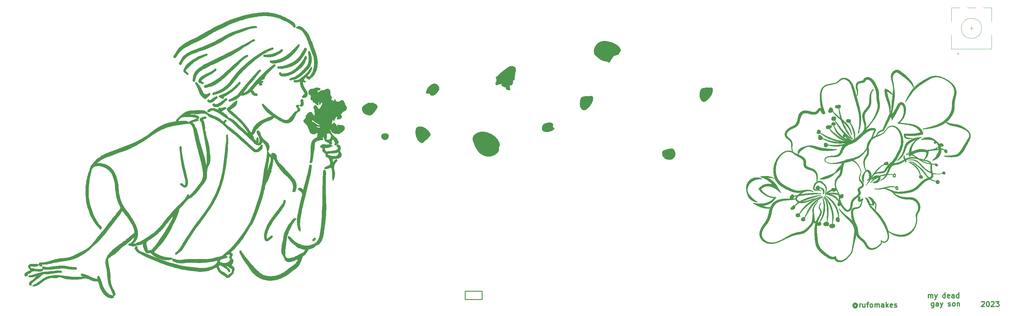
<source format=gbr>
%TF.GenerationSoftware,KiCad,Pcbnew,(6.0.8)*%
%TF.CreationDate,2023-04-08T01:55:34-04:00*%
%TF.ProjectId,keeb,6b656562-2e6b-4696-9361-645f70636258,rev?*%
%TF.SameCoordinates,Original*%
%TF.FileFunction,Legend,Top*%
%TF.FilePolarity,Positive*%
%FSLAX46Y46*%
G04 Gerber Fmt 4.6, Leading zero omitted, Abs format (unit mm)*
G04 Created by KiCad (PCBNEW (6.0.8)) date 2023-04-08 01:55:34*
%MOMM*%
%LPD*%
G01*
G04 APERTURE LIST*
%ADD10C,0.200000*%
%ADD11C,0.300000*%
%ADD12C,0.250000*%
%ADD13C,0.120000*%
G04 APERTURE END LIST*
D10*
G36*
X309768131Y-115443836D02*
G01*
X309918318Y-115448498D01*
X310068969Y-115457314D01*
X310219632Y-115469246D01*
X310369892Y-115486790D01*
X310519594Y-115509357D01*
X310668583Y-115536358D01*
X310816703Y-115567204D01*
X310963800Y-115601305D01*
X311109719Y-115638073D01*
X311254304Y-115676918D01*
X311542039Y-115757616D01*
X311825805Y-115838314D01*
X312103618Y-115920334D01*
X312235910Y-115960022D01*
X312271463Y-115970275D01*
X312306025Y-115980528D01*
X312322623Y-115985344D01*
X312338602Y-115989788D01*
X312353836Y-115993735D01*
X312368202Y-115997063D01*
X312496824Y-116028497D01*
X312628238Y-116057544D01*
X312761760Y-116084545D01*
X312896707Y-116109840D01*
X313168153Y-116156680D01*
X313437118Y-116200793D01*
X313703355Y-116239446D01*
X313965623Y-116275867D01*
X314222931Y-116309808D01*
X314474285Y-116341021D01*
X314719231Y-116370869D01*
X314957480Y-116397244D01*
X315188288Y-116420643D01*
X315410909Y-116441561D01*
X315624622Y-116460160D01*
X315828785Y-116476247D01*
X316022779Y-116489791D01*
X316205982Y-116500763D01*
X316377776Y-116509129D01*
X316537539Y-116514860D01*
X316684651Y-116517925D01*
X316818492Y-116518292D01*
X316880360Y-116517935D01*
X316938878Y-116516927D01*
X316993924Y-116515362D01*
X317045373Y-116513331D01*
X317093102Y-116510928D01*
X317136985Y-116508246D01*
X317212722Y-116502417D01*
X317245335Y-116499456D01*
X317273700Y-116496588D01*
X317297786Y-116493906D01*
X317317563Y-116491503D01*
X317332998Y-116489472D01*
X317344062Y-116487906D01*
X317352951Y-116486542D01*
X317371471Y-116547398D01*
X317337736Y-116562280D01*
X317295568Y-116579767D01*
X317268159Y-116590696D01*
X317236534Y-116602959D01*
X317200820Y-116616860D01*
X317161169Y-116630823D01*
X317117611Y-116644910D01*
X317070177Y-116659183D01*
X317018899Y-116673704D01*
X316963807Y-116688535D01*
X316842306Y-116719376D01*
X316706417Y-116748977D01*
X316633341Y-116763467D01*
X316556885Y-116777585D01*
X316477081Y-116791207D01*
X316393959Y-116804209D01*
X316307551Y-116816467D01*
X316217887Y-116827856D01*
X316126007Y-116840150D01*
X316031026Y-116851297D01*
X315933068Y-116861389D01*
X315832257Y-116870520D01*
X315622575Y-116886272D01*
X315402971Y-116899294D01*
X315174312Y-116907687D01*
X314936973Y-116912854D01*
X314691200Y-116914549D01*
X314437242Y-116912524D01*
X314437246Y-116912526D01*
X314175928Y-116904464D01*
X313908409Y-116891690D01*
X313635434Y-116873458D01*
X313497132Y-116862064D01*
X313357746Y-116849026D01*
X313216559Y-116834432D01*
X313074599Y-116818102D01*
X312931584Y-116799540D01*
X312787236Y-116778250D01*
X312641276Y-116753734D01*
X312493424Y-116725499D01*
X312343402Y-116693046D01*
X312190931Y-116655880D01*
X312169697Y-116650805D01*
X312149548Y-116645544D01*
X312130330Y-116640159D01*
X312111887Y-116634712D01*
X312042766Y-116613545D01*
X311897243Y-116563273D01*
X311619430Y-116460087D01*
X311071743Y-116248419D01*
X310529015Y-116049320D01*
X310260257Y-115953739D01*
X309992242Y-115862128D01*
X309857847Y-115821112D01*
X309722739Y-115784034D01*
X309587197Y-115751855D01*
X309519351Y-115737902D01*
X309451500Y-115725535D01*
X309383681Y-115714874D01*
X309315927Y-115706038D01*
X309248274Y-115699147D01*
X309180757Y-115694322D01*
X309113410Y-115691684D01*
X309046269Y-115691351D01*
X308979368Y-115693444D01*
X308912742Y-115698084D01*
X308846534Y-115704281D01*
X308780946Y-115712927D01*
X308716102Y-115723991D01*
X308652126Y-115737443D01*
X308589143Y-115753251D01*
X308527276Y-115771384D01*
X308466649Y-115791812D01*
X308407386Y-115814503D01*
X308379606Y-115826451D01*
X308351825Y-115838646D01*
X308324044Y-115851338D01*
X308310153Y-115857947D01*
X308296262Y-115864773D01*
X308182493Y-115928273D01*
X308156468Y-115944727D01*
X308130072Y-115962173D01*
X308103427Y-115980364D01*
X308076659Y-115999050D01*
X307970825Y-116073796D01*
X307767426Y-116225352D01*
X307573949Y-116371451D01*
X307480932Y-116441059D01*
X307390395Y-116507629D01*
X307302338Y-116570602D01*
X307216762Y-116629420D01*
X307055367Y-116740214D01*
X307017188Y-116767215D01*
X306980126Y-116794247D01*
X306944303Y-116821465D01*
X306909845Y-116849024D01*
X306876607Y-116875937D01*
X306844361Y-116903097D01*
X306813107Y-116930506D01*
X306782845Y-116958163D01*
X306753576Y-116986069D01*
X306725298Y-117014222D01*
X306698013Y-117042623D01*
X306671720Y-117071272D01*
X306646353Y-117099667D01*
X306621832Y-117128267D01*
X306598132Y-117157029D01*
X306575230Y-117185912D01*
X306553103Y-117214872D01*
X306531729Y-117243868D01*
X306491142Y-117301792D01*
X306453284Y-117359344D01*
X306417968Y-117416183D01*
X306385009Y-117471967D01*
X306354220Y-117526356D01*
X306325436Y-117579020D01*
X306298575Y-117629668D01*
X306273574Y-117678022D01*
X306250371Y-117723802D01*
X306174303Y-117875607D01*
X306108158Y-118007899D01*
X306044657Y-117997315D01*
X306042838Y-117987972D01*
X306038042Y-117960273D01*
X306031262Y-117914715D01*
X306027438Y-117885393D01*
X306023490Y-117851794D01*
X306019816Y-117812979D01*
X306016917Y-117769979D01*
X306015072Y-117722824D01*
X306014560Y-117671545D01*
X306015661Y-117616174D01*
X306018653Y-117556741D01*
X306023815Y-117493277D01*
X306031427Y-117425814D01*
X306042945Y-117355198D01*
X306058092Y-117280582D01*
X306077517Y-117202432D01*
X306089038Y-117162176D01*
X306101872Y-117121212D01*
X306116102Y-117079596D01*
X306131808Y-117037388D01*
X306149073Y-116994644D01*
X306167977Y-116951424D01*
X306188602Y-116907785D01*
X306211028Y-116863786D01*
X306235339Y-116819485D01*
X306261614Y-116774939D01*
X306289881Y-116730458D01*
X306320070Y-116686360D01*
X306352120Y-116642720D01*
X306385968Y-116599611D01*
X306421553Y-116557107D01*
X306458811Y-116515281D01*
X306497682Y-116474206D01*
X306538104Y-116433957D01*
X306580013Y-116394608D01*
X306623349Y-116356231D01*
X306668049Y-116318901D01*
X306714052Y-116282690D01*
X306761294Y-116247674D01*
X306809715Y-116213924D01*
X306859252Y-116181516D01*
X306909843Y-116150523D01*
X306961489Y-116120701D01*
X307014193Y-116092655D01*
X307067898Y-116066237D01*
X307122544Y-116041299D01*
X307178073Y-116017695D01*
X307234428Y-115995276D01*
X307349382Y-115953408D01*
X307466941Y-115914516D01*
X307586639Y-115877423D01*
X307830593Y-115803919D01*
X307892894Y-115784364D01*
X307953955Y-115764562D01*
X307984563Y-115754180D01*
X308015513Y-115743271D01*
X308047020Y-115731680D01*
X308079303Y-115719252D01*
X308203657Y-115671627D01*
X308338596Y-115626648D01*
X308405434Y-115606432D01*
X308472954Y-115587456D01*
X308541094Y-115569720D01*
X308609793Y-115553225D01*
X308678988Y-115537970D01*
X308748617Y-115523956D01*
X308818618Y-115511182D01*
X308888929Y-115499648D01*
X309031768Y-115480682D01*
X309176374Y-115465499D01*
X309322531Y-115454161D01*
X309470020Y-115446730D01*
X309618626Y-115443268D01*
X309768131Y-115443836D01*
G37*
X309768131Y-115443836D02*
X309918318Y-115448498D01*
X310068969Y-115457314D01*
X310219632Y-115469246D01*
X310369892Y-115486790D01*
X310519594Y-115509357D01*
X310668583Y-115536358D01*
X310816703Y-115567204D01*
X310963800Y-115601305D01*
X311109719Y-115638073D01*
X311254304Y-115676918D01*
X311542039Y-115757616D01*
X311825805Y-115838314D01*
X312103618Y-115920334D01*
X312235910Y-115960022D01*
X312271463Y-115970275D01*
X312306025Y-115980528D01*
X312322623Y-115985344D01*
X312338602Y-115989788D01*
X312353836Y-115993735D01*
X312368202Y-115997063D01*
X312496824Y-116028497D01*
X312628238Y-116057544D01*
X312761760Y-116084545D01*
X312896707Y-116109840D01*
X313168153Y-116156680D01*
X313437118Y-116200793D01*
X313703355Y-116239446D01*
X313965623Y-116275867D01*
X314222931Y-116309808D01*
X314474285Y-116341021D01*
X314719231Y-116370869D01*
X314957480Y-116397244D01*
X315188288Y-116420643D01*
X315410909Y-116441561D01*
X315624622Y-116460160D01*
X315828785Y-116476247D01*
X316022779Y-116489791D01*
X316205982Y-116500763D01*
X316377776Y-116509129D01*
X316537539Y-116514860D01*
X316684651Y-116517925D01*
X316818492Y-116518292D01*
X316880360Y-116517935D01*
X316938878Y-116516927D01*
X316993924Y-116515362D01*
X317045373Y-116513331D01*
X317093102Y-116510928D01*
X317136985Y-116508246D01*
X317212722Y-116502417D01*
X317245335Y-116499456D01*
X317273700Y-116496588D01*
X317297786Y-116493906D01*
X317317563Y-116491503D01*
X317332998Y-116489472D01*
X317344062Y-116487906D01*
X317352951Y-116486542D01*
X317371471Y-116547398D01*
X317337736Y-116562280D01*
X317295568Y-116579767D01*
X317268159Y-116590696D01*
X317236534Y-116602959D01*
X317200820Y-116616860D01*
X317161169Y-116630823D01*
X317117611Y-116644910D01*
X317070177Y-116659183D01*
X317018899Y-116673704D01*
X316963807Y-116688535D01*
X316842306Y-116719376D01*
X316706417Y-116748977D01*
X316633341Y-116763467D01*
X316556885Y-116777585D01*
X316477081Y-116791207D01*
X316393959Y-116804209D01*
X316307551Y-116816467D01*
X316217887Y-116827856D01*
X316126007Y-116840150D01*
X316031026Y-116851297D01*
X315933068Y-116861389D01*
X315832257Y-116870520D01*
X315622575Y-116886272D01*
X315402971Y-116899294D01*
X315174312Y-116907687D01*
X314936973Y-116912854D01*
X314691200Y-116914549D01*
X314437242Y-116912524D01*
X314437246Y-116912526D01*
X314175928Y-116904464D01*
X313908409Y-116891690D01*
X313635434Y-116873458D01*
X313497132Y-116862064D01*
X313357746Y-116849026D01*
X313216559Y-116834432D01*
X313074599Y-116818102D01*
X312931584Y-116799540D01*
X312787236Y-116778250D01*
X312641276Y-116753734D01*
X312493424Y-116725499D01*
X312343402Y-116693046D01*
X312190931Y-116655880D01*
X312169697Y-116650805D01*
X312149548Y-116645544D01*
X312130330Y-116640159D01*
X312111887Y-116634712D01*
X312042766Y-116613545D01*
X311897243Y-116563273D01*
X311619430Y-116460087D01*
X311071743Y-116248419D01*
X310529015Y-116049320D01*
X310260257Y-115953739D01*
X309992242Y-115862128D01*
X309857847Y-115821112D01*
X309722739Y-115784034D01*
X309587197Y-115751855D01*
X309519351Y-115737902D01*
X309451500Y-115725535D01*
X309383681Y-115714874D01*
X309315927Y-115706038D01*
X309248274Y-115699147D01*
X309180757Y-115694322D01*
X309113410Y-115691684D01*
X309046269Y-115691351D01*
X308979368Y-115693444D01*
X308912742Y-115698084D01*
X308846534Y-115704281D01*
X308780946Y-115712927D01*
X308716102Y-115723991D01*
X308652126Y-115737443D01*
X308589143Y-115753251D01*
X308527276Y-115771384D01*
X308466649Y-115791812D01*
X308407386Y-115814503D01*
X308379606Y-115826451D01*
X308351825Y-115838646D01*
X308324044Y-115851338D01*
X308310153Y-115857947D01*
X308296262Y-115864773D01*
X308182493Y-115928273D01*
X308156468Y-115944727D01*
X308130072Y-115962173D01*
X308103427Y-115980364D01*
X308076659Y-115999050D01*
X307970825Y-116073796D01*
X307767426Y-116225352D01*
X307573949Y-116371451D01*
X307480932Y-116441059D01*
X307390395Y-116507629D01*
X307302338Y-116570602D01*
X307216762Y-116629420D01*
X307055367Y-116740214D01*
X307017188Y-116767215D01*
X306980126Y-116794247D01*
X306944303Y-116821465D01*
X306909845Y-116849024D01*
X306876607Y-116875937D01*
X306844361Y-116903097D01*
X306813107Y-116930506D01*
X306782845Y-116958163D01*
X306753576Y-116986069D01*
X306725298Y-117014222D01*
X306698013Y-117042623D01*
X306671720Y-117071272D01*
X306646353Y-117099667D01*
X306621832Y-117128267D01*
X306598132Y-117157029D01*
X306575230Y-117185912D01*
X306553103Y-117214872D01*
X306531729Y-117243868D01*
X306491142Y-117301792D01*
X306453284Y-117359344D01*
X306417968Y-117416183D01*
X306385009Y-117471967D01*
X306354220Y-117526356D01*
X306325436Y-117579020D01*
X306298575Y-117629668D01*
X306273574Y-117678022D01*
X306250371Y-117723802D01*
X306174303Y-117875607D01*
X306108158Y-118007899D01*
X306044657Y-117997315D01*
X306042838Y-117987972D01*
X306038042Y-117960273D01*
X306031262Y-117914715D01*
X306027438Y-117885393D01*
X306023490Y-117851794D01*
X306019816Y-117812979D01*
X306016917Y-117769979D01*
X306015072Y-117722824D01*
X306014560Y-117671545D01*
X306015661Y-117616174D01*
X306018653Y-117556741D01*
X306023815Y-117493277D01*
X306031427Y-117425814D01*
X306042945Y-117355198D01*
X306058092Y-117280582D01*
X306077517Y-117202432D01*
X306089038Y-117162176D01*
X306101872Y-117121212D01*
X306116102Y-117079596D01*
X306131808Y-117037388D01*
X306149073Y-116994644D01*
X306167977Y-116951424D01*
X306188602Y-116907785D01*
X306211028Y-116863786D01*
X306235339Y-116819485D01*
X306261614Y-116774939D01*
X306289881Y-116730458D01*
X306320070Y-116686360D01*
X306352120Y-116642720D01*
X306385968Y-116599611D01*
X306421553Y-116557107D01*
X306458811Y-116515281D01*
X306497682Y-116474206D01*
X306538104Y-116433957D01*
X306580013Y-116394608D01*
X306623349Y-116356231D01*
X306668049Y-116318901D01*
X306714052Y-116282690D01*
X306761294Y-116247674D01*
X306809715Y-116213924D01*
X306859252Y-116181516D01*
X306909843Y-116150523D01*
X306961489Y-116120701D01*
X307014193Y-116092655D01*
X307067898Y-116066237D01*
X307122544Y-116041299D01*
X307178073Y-116017695D01*
X307234428Y-115995276D01*
X307349382Y-115953408D01*
X307466941Y-115914516D01*
X307586639Y-115877423D01*
X307830593Y-115803919D01*
X307892894Y-115784364D01*
X307953955Y-115764562D01*
X307984563Y-115754180D01*
X308015513Y-115743271D01*
X308047020Y-115731680D01*
X308079303Y-115719252D01*
X308203657Y-115671627D01*
X308338596Y-115626648D01*
X308405434Y-115606432D01*
X308472954Y-115587456D01*
X308541094Y-115569720D01*
X308609793Y-115553225D01*
X308678988Y-115537970D01*
X308748617Y-115523956D01*
X308818618Y-115511182D01*
X308888929Y-115499648D01*
X309031768Y-115480682D01*
X309176374Y-115465499D01*
X309322531Y-115454161D01*
X309470020Y-115446730D01*
X309618626Y-115443268D01*
X309768131Y-115443836D01*
G36*
X318274236Y-137593045D02*
G01*
X318274232Y-137593175D01*
X318274077Y-137593810D01*
X318273700Y-137595000D01*
X318273700Y-137593866D01*
X318273990Y-137593304D01*
X318274194Y-137593028D01*
X318274236Y-137593045D01*
G37*
X318274236Y-137593045D02*
X318274232Y-137593175D01*
X318274077Y-137593810D01*
X318273700Y-137595000D01*
X318273700Y-137593866D01*
X318273990Y-137593304D01*
X318274194Y-137593028D01*
X318274236Y-137593045D01*
G36*
X346775611Y-94817833D02*
G01*
X346827180Y-94820251D01*
X346879337Y-94823786D01*
X346932300Y-94828809D01*
X346986286Y-94835692D01*
X347093442Y-94847929D01*
X347147021Y-94854667D01*
X347200599Y-94862150D01*
X347409618Y-94901838D01*
X347461211Y-94912256D01*
X347512805Y-94923666D01*
X347564400Y-94936068D01*
X347615993Y-94949463D01*
X347819721Y-95002379D01*
X348021155Y-95067657D01*
X348220730Y-95138144D01*
X348418568Y-95213343D01*
X348614794Y-95292759D01*
X348809531Y-95375897D01*
X349002905Y-95462258D01*
X349195038Y-95551348D01*
X349386055Y-95642671D01*
X349577960Y-95739079D01*
X349768378Y-95838463D01*
X349862874Y-95889581D01*
X349956811Y-95941815D01*
X350050129Y-95995290D01*
X350142765Y-96050129D01*
X350235658Y-96104674D01*
X350327806Y-96161047D01*
X350419211Y-96219096D01*
X350509871Y-96278663D01*
X350599788Y-96339595D01*
X350688960Y-96401736D01*
X350777389Y-96464931D01*
X350865074Y-96529025D01*
X350951116Y-96595920D01*
X351036476Y-96663838D01*
X351120967Y-96733059D01*
X351204404Y-96803861D01*
X351286600Y-96876523D01*
X351367370Y-96951325D01*
X351446528Y-97028545D01*
X351523887Y-97108463D01*
X351541866Y-97128193D01*
X351560061Y-97147737D01*
X351596979Y-97186515D01*
X351672054Y-97264567D01*
X351814929Y-97439192D01*
X351833510Y-97460674D01*
X351851583Y-97482440D01*
X351886407Y-97526711D01*
X351919806Y-97571788D01*
X351952181Y-97617455D01*
X352015474Y-97709687D01*
X352047199Y-97755819D01*
X352079513Y-97801671D01*
X352139742Y-97895946D01*
X352197339Y-97992186D01*
X352252216Y-98090310D01*
X352304283Y-98190236D01*
X352353450Y-98291883D01*
X352399630Y-98395170D01*
X352442732Y-98500014D01*
X352482668Y-98606335D01*
X352519349Y-98714051D01*
X352552684Y-98823082D01*
X352582586Y-98933344D01*
X352608965Y-99044758D01*
X352631732Y-99157241D01*
X352650797Y-99270713D01*
X352666072Y-99385092D01*
X352677467Y-99500296D01*
X352682762Y-99529400D01*
X352682762Y-99727838D01*
X352680118Y-99942150D01*
X352656307Y-100174983D01*
X352644729Y-100290739D01*
X352641292Y-100319367D01*
X352637328Y-100347624D01*
X352632683Y-100375384D01*
X352627201Y-100402525D01*
X352608276Y-100511402D01*
X352587429Y-100619690D01*
X352564971Y-100727295D01*
X352541210Y-100834126D01*
X352491022Y-101045090D01*
X352439346Y-101251837D01*
X352338142Y-101659957D01*
X352291260Y-101859056D01*
X352269401Y-101957799D01*
X352248844Y-102056171D01*
X352238623Y-102105548D01*
X352229580Y-102154521D01*
X352221405Y-102203185D01*
X352213788Y-102251632D01*
X352198987Y-102348246D01*
X352191183Y-102396600D01*
X352182697Y-102445109D01*
X352182697Y-102468921D01*
X352177406Y-102482150D01*
X352177406Y-102535067D01*
X352169467Y-102638254D01*
X352156238Y-102844629D01*
X352152962Y-102945713D01*
X352150865Y-103045092D01*
X352148964Y-103241835D01*
X352148055Y-103441058D01*
X352145656Y-103648962D01*
X352145656Y-103855337D01*
X352135074Y-104069650D01*
X352121845Y-104281316D01*
X352121845Y-104334234D01*
X352113910Y-104397734D01*
X352100677Y-104498276D01*
X352074218Y-104696713D01*
X352069903Y-104722743D01*
X352064998Y-104749175D01*
X352054043Y-104802878D01*
X352042592Y-104857076D01*
X352037067Y-104884129D01*
X352031883Y-104911026D01*
X352020350Y-104964976D01*
X352009066Y-105019175D01*
X351997284Y-105072877D01*
X351990974Y-105099310D01*
X351984260Y-105125339D01*
X351923408Y-105329069D01*
X351908923Y-105380306D01*
X351893353Y-105430891D01*
X351876852Y-105480919D01*
X351859577Y-105530482D01*
X351841681Y-105579673D01*
X351823320Y-105628584D01*
X351785823Y-105725943D01*
X351768140Y-105775196D01*
X351749030Y-105823797D01*
X351728805Y-105871841D01*
X351707773Y-105919419D01*
X351621784Y-106106942D01*
X351576834Y-106199122D01*
X351530326Y-106290120D01*
X351482315Y-106379932D01*
X351432854Y-106468554D01*
X351381998Y-106555982D01*
X351329801Y-106642212D01*
X351276317Y-106727241D01*
X351221601Y-106811065D01*
X351108688Y-106975081D01*
X350991497Y-107134229D01*
X350870460Y-107288478D01*
X350746013Y-107437797D01*
X350628594Y-107570750D01*
X350508632Y-107699734D01*
X350386314Y-107824749D01*
X350261826Y-107945796D01*
X350135353Y-108062874D01*
X350007082Y-108175983D01*
X349877198Y-108285124D01*
X349745887Y-108390296D01*
X349746880Y-108391284D01*
X349747873Y-108392240D01*
X349748369Y-108392696D01*
X349748865Y-108393134D01*
X349749362Y-108393548D01*
X349749858Y-108393935D01*
X349750354Y-108394291D01*
X349750850Y-108394612D01*
X349751346Y-108394894D01*
X349751842Y-108395134D01*
X349752090Y-108395236D01*
X349752338Y-108395327D01*
X349752586Y-108395405D01*
X349752834Y-108395469D01*
X349753082Y-108395521D01*
X349753330Y-108395558D01*
X349753578Y-108395581D01*
X349753826Y-108395588D01*
X349778590Y-108413365D01*
X349809057Y-108434614D01*
X349844982Y-108458840D01*
X349864913Y-108471914D01*
X349886115Y-108485546D01*
X349933503Y-108514604D01*
X349986410Y-108545863D01*
X350044897Y-108578796D01*
X350109028Y-108612876D01*
X350178863Y-108647577D01*
X350254466Y-108682371D01*
X350335898Y-108716731D01*
X350423221Y-108750130D01*
X350516352Y-108783999D01*
X350615125Y-108816193D01*
X350719480Y-108846775D01*
X350829354Y-108875807D01*
X350944686Y-108903350D01*
X351065412Y-108929467D01*
X351191472Y-108954220D01*
X351322803Y-108977671D01*
X351600574Y-109019840D01*
X351897940Y-109061015D01*
X352214654Y-109104176D01*
X352550468Y-109152296D01*
X352725753Y-109180739D01*
X352814637Y-109196200D01*
X352905010Y-109213150D01*
X352994968Y-109231671D01*
X353039947Y-109242255D01*
X353092861Y-109255484D01*
X353136558Y-109266976D01*
X353180504Y-109277973D01*
X353224947Y-109288969D01*
X353270133Y-109300463D01*
X353360421Y-109323283D01*
X353405937Y-109335065D01*
X353429114Y-109341375D01*
X353452693Y-109348088D01*
X353643196Y-109411587D01*
X353739766Y-109443668D01*
X353788301Y-109460329D01*
X353812414Y-109468923D01*
X353836341Y-109477734D01*
X354024196Y-109557108D01*
X354118265Y-109599360D01*
X354211942Y-109643723D01*
X354305208Y-109690141D01*
X354398044Y-109738555D01*
X354582349Y-109841138D01*
X354764699Y-109951007D01*
X354944942Y-110067698D01*
X355122920Y-110190744D01*
X355298480Y-110319683D01*
X355471466Y-110454047D01*
X355642373Y-110594523D01*
X355812782Y-110736489D01*
X355897335Y-110809115D01*
X355981205Y-110883415D01*
X356064208Y-110959824D01*
X356146156Y-111038775D01*
X356226150Y-111119323D01*
X356304904Y-111202444D01*
X356381675Y-111288480D01*
X356419083Y-111332698D01*
X356455717Y-111377772D01*
X356491482Y-111423745D01*
X356526286Y-111470660D01*
X356560036Y-111518559D01*
X356592638Y-111567486D01*
X356624001Y-111617482D01*
X356654030Y-111668591D01*
X356682633Y-111720854D01*
X356709716Y-111774315D01*
X356717681Y-111779602D01*
X356744434Y-111833350D01*
X356769114Y-111888361D01*
X356791692Y-111944534D01*
X356812143Y-112001770D01*
X356830440Y-112059966D01*
X356846554Y-112119023D01*
X356860459Y-112178840D01*
X356872128Y-112239316D01*
X356881534Y-112300350D01*
X356888649Y-112361841D01*
X356893446Y-112423689D01*
X356895899Y-112485792D01*
X356895980Y-112548051D01*
X356893662Y-112610364D01*
X356888918Y-112672630D01*
X356881721Y-112734749D01*
X356872900Y-112796046D01*
X356862378Y-112856902D01*
X356850251Y-112917308D01*
X356836617Y-112977256D01*
X356821572Y-113036739D01*
X356805214Y-113095750D01*
X356787638Y-113154280D01*
X356768942Y-113212321D01*
X356728578Y-113326908D01*
X356684895Y-113439449D01*
X356638669Y-113549882D01*
X356590675Y-113658144D01*
X356491494Y-113869046D01*
X356390545Y-114077344D01*
X356184213Y-114487613D01*
X355973415Y-114891930D01*
X355759887Y-115293269D01*
X355336555Y-116081728D01*
X355231173Y-116277230D01*
X355124552Y-116470996D01*
X355015453Y-116663274D01*
X354959585Y-116758932D01*
X354902633Y-116854311D01*
X354844335Y-116948730D01*
X354784507Y-117042377D01*
X354723104Y-117135102D01*
X354660086Y-117226753D01*
X354595408Y-117317180D01*
X354529030Y-117406231D01*
X354460907Y-117493754D01*
X354390997Y-117579600D01*
X354319258Y-117663616D01*
X354245648Y-117745652D01*
X354170122Y-117825556D01*
X354092639Y-117903177D01*
X354013157Y-117978364D01*
X353931631Y-118050967D01*
X353848021Y-118120833D01*
X353762283Y-118187811D01*
X353741214Y-118204332D01*
X353719742Y-118220264D01*
X353697960Y-118235761D01*
X353675961Y-118250980D01*
X353631686Y-118281200D01*
X353609594Y-118296512D01*
X353587657Y-118312165D01*
X353495048Y-118370375D01*
X353469956Y-118384679D01*
X353443127Y-118399479D01*
X353389217Y-118428583D01*
X353337979Y-118452545D01*
X353287393Y-118474926D01*
X353237366Y-118495880D01*
X353187803Y-118515564D01*
X353138613Y-118534131D01*
X353089702Y-118551737D01*
X353040976Y-118568537D01*
X352992343Y-118584687D01*
X352895604Y-118611125D01*
X352799856Y-118634958D01*
X352705102Y-118656311D01*
X352611340Y-118675307D01*
X352518570Y-118692071D01*
X352426793Y-118706726D01*
X352336008Y-118719397D01*
X352246215Y-118730208D01*
X352069859Y-118748408D01*
X351897999Y-118761710D01*
X351730665Y-118770671D01*
X351567889Y-118775849D01*
X351409702Y-118777802D01*
X351256135Y-118777089D01*
X351107219Y-118774268D01*
X350962985Y-118769896D01*
X350823480Y-118763343D01*
X350688812Y-118755675D01*
X350559104Y-118747014D01*
X350434482Y-118737485D01*
X350200988Y-118716318D01*
X349989322Y-118693167D01*
X349799939Y-118669891D01*
X349633126Y-118647856D01*
X349489630Y-118627309D01*
X349370197Y-118608500D01*
X349206816Y-118581049D01*
X349150592Y-118571457D01*
X349155883Y-118507958D01*
X349997257Y-118470917D01*
X350438448Y-118444790D01*
X350687818Y-118427385D01*
X350955047Y-118404772D01*
X351238896Y-118377569D01*
X351386370Y-118360960D01*
X351537131Y-118341932D01*
X351690868Y-118320177D01*
X351847272Y-118295382D01*
X352006032Y-118267239D01*
X352166839Y-118235438D01*
X352248298Y-118217821D01*
X352329849Y-118198686D01*
X352411338Y-118178000D01*
X352492609Y-118155733D01*
X352573509Y-118131854D01*
X352653881Y-118106331D01*
X352733571Y-118079133D01*
X352812423Y-118050230D01*
X352851201Y-118034113D01*
X352889979Y-118017530D01*
X352928509Y-118000514D01*
X352966542Y-117983094D01*
X353003832Y-117965302D01*
X353040129Y-117947168D01*
X353075187Y-117928725D01*
X353108756Y-117910002D01*
X353112230Y-117907580D01*
X353115712Y-117905263D01*
X353122729Y-117900865D01*
X353129871Y-117896654D01*
X353137198Y-117892473D01*
X353144774Y-117888168D01*
X353152659Y-117883584D01*
X353160917Y-117878566D01*
X353169609Y-117872959D01*
X353238399Y-117822689D01*
X353306859Y-117766796D01*
X353323897Y-117752590D01*
X353340717Y-117738229D01*
X353357228Y-117723682D01*
X353373336Y-117708918D01*
X353439203Y-117648626D01*
X353503892Y-117585876D01*
X353567464Y-117520754D01*
X353629982Y-117453346D01*
X353691508Y-117383737D01*
X353752104Y-117312011D01*
X353811831Y-117238255D01*
X353870753Y-117162553D01*
X353986425Y-117005653D01*
X354099617Y-116841994D01*
X354210825Y-116672257D01*
X354320545Y-116497126D01*
X355233360Y-114994292D01*
X355470819Y-114608001D01*
X355712249Y-114221711D01*
X355835406Y-114028936D01*
X355961290Y-113836410D01*
X356212310Y-113457064D01*
X356271866Y-113362656D01*
X356329098Y-113267845D01*
X356383416Y-113172476D01*
X356434230Y-113076394D01*
X356458140Y-113028037D01*
X356480952Y-112979444D01*
X356502594Y-112930595D01*
X356522992Y-112881471D01*
X356542071Y-112832052D01*
X356559760Y-112782320D01*
X356575983Y-112732254D01*
X356590667Y-112681836D01*
X356602573Y-112630459D01*
X356612494Y-112579392D01*
X356620431Y-112528450D01*
X356626384Y-112477445D01*
X356630353Y-112426192D01*
X356632338Y-112374506D01*
X356632339Y-112322199D01*
X356630355Y-112269085D01*
X356624400Y-112217507D01*
X356616461Y-112166022D01*
X356606538Y-112114723D01*
X356594632Y-112063702D01*
X356580742Y-112013054D01*
X356564868Y-111962871D01*
X356547010Y-111913247D01*
X356527168Y-111864273D01*
X356504572Y-111816000D01*
X356480476Y-111768424D01*
X356454931Y-111721561D01*
X356427987Y-111675427D01*
X356399694Y-111630037D01*
X356370103Y-111585406D01*
X356339265Y-111541551D01*
X356307229Y-111498487D01*
X356274045Y-111456228D01*
X356239765Y-111414792D01*
X356204438Y-111374192D01*
X356168115Y-111334445D01*
X356130847Y-111295566D01*
X356092683Y-111257571D01*
X356053674Y-111220475D01*
X356013870Y-111184294D01*
X355933070Y-111114205D01*
X355849665Y-111046752D01*
X355764028Y-110981841D01*
X355676530Y-110919380D01*
X355587544Y-110859275D01*
X355497442Y-110801434D01*
X355406595Y-110745763D01*
X355315376Y-110692170D01*
X355223858Y-110640159D01*
X355131913Y-110590233D01*
X354947025Y-110496295D01*
X354761268Y-110409675D01*
X354575202Y-110329691D01*
X354389383Y-110255659D01*
X354204371Y-110186898D01*
X354020723Y-110122727D01*
X353838996Y-110062462D01*
X353793399Y-110048157D01*
X353748049Y-110033357D01*
X353703194Y-110018557D01*
X353659084Y-110004254D01*
X353484455Y-109953984D01*
X353440840Y-109941664D01*
X353397475Y-109928849D01*
X353354606Y-109916033D01*
X353312480Y-109903714D01*
X353290426Y-109897001D01*
X353267999Y-109890691D01*
X353222524Y-109878909D01*
X353177048Y-109867622D01*
X353154620Y-109861932D01*
X353132564Y-109856087D01*
X352955295Y-109808462D01*
X352918251Y-109797879D01*
X352875919Y-109787297D01*
X352791248Y-109768774D01*
X352455226Y-109697337D01*
X352126771Y-109630695D01*
X351809973Y-109563061D01*
X351656799Y-109527632D01*
X351507562Y-109490466D01*
X351362604Y-109451068D01*
X351222267Y-109408942D01*
X351086006Y-109365833D01*
X350955202Y-109320058D01*
X350830103Y-109271926D01*
X350710958Y-109221749D01*
X350598014Y-109169834D01*
X350491519Y-109116494D01*
X350391722Y-109062037D01*
X350298870Y-109006774D01*
X350254680Y-108978914D01*
X350212378Y-108950948D01*
X350171929Y-108922960D01*
X350133298Y-108895029D01*
X350096450Y-108867238D01*
X350061350Y-108839668D01*
X350027962Y-108812401D01*
X349996253Y-108785516D01*
X349966188Y-108759098D01*
X349937730Y-108733225D01*
X349910847Y-108707980D01*
X349885501Y-108683445D01*
X349839287Y-108636828D01*
X349798809Y-108594024D01*
X349765158Y-108552890D01*
X349735972Y-108516964D01*
X349723208Y-108501033D01*
X349711747Y-108486496D01*
X349701649Y-108473386D01*
X349692977Y-108461732D01*
X349691112Y-108458988D01*
X349689464Y-108456647D01*
X349686694Y-108452803D01*
X349685510Y-108451113D01*
X349684955Y-108450286D01*
X349684420Y-108449454D01*
X349683900Y-108448607D01*
X349683392Y-108447733D01*
X349682892Y-108446821D01*
X349682395Y-108445857D01*
X349653289Y-108469670D01*
X349508275Y-108576598D01*
X349362826Y-108679186D01*
X349216758Y-108777558D01*
X349069883Y-108871836D01*
X348922016Y-108962146D01*
X348772971Y-109048611D01*
X348622562Y-109131355D01*
X348470603Y-109210503D01*
X348183859Y-109348418D01*
X348041605Y-109415514D01*
X347899101Y-109480378D01*
X347317020Y-109707920D01*
X347246590Y-109733774D01*
X347176252Y-109757985D01*
X347106101Y-109780893D01*
X347036229Y-109802840D01*
X346897694Y-109845214D01*
X346761394Y-109887837D01*
X346626788Y-109928516D01*
X346560105Y-109948484D01*
X346494167Y-109967211D01*
X346232227Y-110030713D01*
X346104235Y-110061594D01*
X345978228Y-110093219D01*
X345854205Y-110123357D01*
X345792937Y-110137171D01*
X345732166Y-110149775D01*
X345494040Y-110193431D01*
X345263851Y-110237088D01*
X345151868Y-110257738D01*
X345042180Y-110276279D01*
X344829934Y-110308526D01*
X344435703Y-110364088D01*
X344081203Y-110406876D01*
X343768624Y-110440486D01*
X343499204Y-110465663D01*
X343274185Y-110483151D01*
X342966605Y-110504648D01*
X342861434Y-110512255D01*
X342853496Y-110448756D01*
X343255664Y-110364088D01*
X343476178Y-110318530D01*
X343739851Y-110261561D01*
X344390724Y-110115380D01*
X344773005Y-110019633D01*
X345190758Y-109910988D01*
X345411618Y-109849969D01*
X345639765Y-109783492D01*
X345874671Y-109710815D01*
X346115810Y-109631192D01*
X346177366Y-109610934D01*
X346239170Y-109590181D01*
X346301471Y-109569427D01*
X346364517Y-109549170D01*
X346396153Y-109538783D01*
X346427603Y-109527590D01*
X346458930Y-109515777D01*
X346490194Y-109503529D01*
X346552784Y-109478477D01*
X346584234Y-109466044D01*
X346615871Y-109453921D01*
X346679413Y-109429653D01*
X346743202Y-109404641D01*
X346872516Y-109353379D01*
X347004479Y-109303437D01*
X347037392Y-109290565D01*
X347070088Y-109277103D01*
X347102473Y-109262835D01*
X347134456Y-109247544D01*
X347263980Y-109189088D01*
X347394742Y-109129143D01*
X347660980Y-109006773D01*
X347728690Y-108971349D01*
X347796866Y-108934716D01*
X347934489Y-108858938D01*
X348073603Y-108781672D01*
X348213958Y-108705149D01*
X348345588Y-108629174D01*
X348478209Y-108548301D01*
X348611328Y-108462838D01*
X348744446Y-108373097D01*
X348877069Y-108279387D01*
X349008699Y-108182018D01*
X349138841Y-108081301D01*
X349266998Y-107977545D01*
X349394448Y-107869634D01*
X349520627Y-107758188D01*
X349645256Y-107643146D01*
X349768054Y-107524445D01*
X349888745Y-107402023D01*
X350007047Y-107275819D01*
X350122683Y-107145771D01*
X350235374Y-107011815D01*
X350345024Y-106874473D01*
X350451526Y-106733367D01*
X350554587Y-106588579D01*
X350653912Y-106440191D01*
X350749206Y-106288284D01*
X350840174Y-106132938D01*
X350926523Y-105974237D01*
X351007957Y-105812260D01*
X351084183Y-105647090D01*
X351154905Y-105478808D01*
X351219828Y-105307495D01*
X351278659Y-105133232D01*
X351331103Y-104956101D01*
X351376865Y-104776184D01*
X351415651Y-104593561D01*
X351447166Y-104408315D01*
X351463039Y-104307773D01*
X351468334Y-104283961D01*
X351468334Y-104270732D01*
X351470977Y-104270732D01*
X351470977Y-104223107D01*
X351484207Y-104032606D01*
X351500080Y-103839461D01*
X351505374Y-103638378D01*
X351517612Y-103224636D01*
X351526583Y-103009207D01*
X351532542Y-102902283D01*
X351539771Y-102797003D01*
X351560939Y-102590628D01*
X351571521Y-102487440D01*
X351579456Y-102434524D01*
X351579456Y-102394836D01*
X351584751Y-102368378D01*
X351605420Y-102258907D01*
X351625099Y-102149436D01*
X351645770Y-102040956D01*
X351657098Y-101987399D01*
X351669418Y-101934462D01*
X351694931Y-101828556D01*
X351721715Y-101723209D01*
X351778228Y-101514436D01*
X351837222Y-101308639D01*
X351896961Y-101106315D01*
X351956863Y-100904819D01*
X352013045Y-100704810D01*
X352039508Y-100605209D01*
X352064762Y-100505794D01*
X352088714Y-100406503D01*
X352111270Y-100307274D01*
X352117745Y-100281828D01*
X352123384Y-100257003D01*
X352128340Y-100232674D01*
X352132770Y-100208717D01*
X352148315Y-100114128D01*
X352180061Y-99923628D01*
X352182805Y-99897713D01*
X352185146Y-99871580D01*
X352188991Y-99818788D01*
X352195938Y-99711962D01*
X352206520Y-99606129D01*
X352206520Y-99516170D01*
X352203830Y-99417806D01*
X352197776Y-99319237D01*
X352188405Y-99220566D01*
X352175762Y-99121900D01*
X352159895Y-99023342D01*
X352140849Y-98924997D01*
X352118672Y-98826970D01*
X352093410Y-98729366D01*
X352065109Y-98632288D01*
X352033816Y-98535843D01*
X351999578Y-98440133D01*
X351962441Y-98345265D01*
X351922451Y-98251342D01*
X351879655Y-98158470D01*
X351834099Y-98066753D01*
X351785831Y-97976295D01*
X351759362Y-97932205D01*
X351733327Y-97887495D01*
X351681319Y-97797702D01*
X351654726Y-97753363D01*
X351627326Y-97709893D01*
X351598811Y-97667663D01*
X351584038Y-97647130D01*
X351568870Y-97627046D01*
X351452453Y-97460359D01*
X351314868Y-97296317D01*
X351281761Y-97256874D01*
X351247947Y-97217908D01*
X351178360Y-97141328D01*
X351106416Y-97066423D01*
X351032425Y-96993038D01*
X350956699Y-96921016D01*
X350879546Y-96850204D01*
X350801277Y-96780446D01*
X350722202Y-96711587D01*
X350639586Y-96646496D01*
X350556382Y-96582272D01*
X350472495Y-96519041D01*
X350387833Y-96456926D01*
X350302303Y-96396051D01*
X350215813Y-96336540D01*
X350128268Y-96278518D01*
X350039577Y-96222108D01*
X349949809Y-96166509D01*
X349859204Y-96112678D01*
X349767917Y-96060397D01*
X349676103Y-96009449D01*
X349491515Y-95910685D01*
X349306678Y-95814650D01*
X349117661Y-95722981D01*
X348927621Y-95634940D01*
X348736527Y-95551177D01*
X348544348Y-95472345D01*
X348351053Y-95399094D01*
X348156610Y-95332074D01*
X347960990Y-95271939D01*
X347764160Y-95219337D01*
X347565719Y-95177004D01*
X347516111Y-95167165D01*
X347466502Y-95157822D01*
X347441697Y-95153491D01*
X347416892Y-95149471D01*
X347392087Y-95145822D01*
X347367282Y-95142608D01*
X347168846Y-95116150D01*
X347119691Y-95112636D01*
X347071281Y-95109866D01*
X346975700Y-95105566D01*
X346952202Y-95103388D01*
X346928364Y-95101784D01*
X346879788Y-95100109D01*
X346830220Y-95100171D01*
X346779908Y-95101598D01*
X346729100Y-95104016D01*
X346678045Y-95107055D01*
X346576183Y-95113504D01*
X346520618Y-95113504D01*
X346507389Y-95118796D01*
X346483577Y-95118796D01*
X346388324Y-95134671D01*
X346197826Y-95166421D01*
X346104466Y-95187547D01*
X346011904Y-95211157D01*
X345920132Y-95237131D01*
X345829144Y-95265350D01*
X345738931Y-95295692D01*
X345649485Y-95328039D01*
X345560799Y-95362268D01*
X345472865Y-95398262D01*
X345299222Y-95475058D01*
X345128493Y-95557466D01*
X344960617Y-95644526D01*
X344795532Y-95735275D01*
X344632234Y-95829533D01*
X344471417Y-95925775D01*
X344312585Y-96024001D01*
X344155242Y-96124212D01*
X343996990Y-96224258D01*
X343839728Y-96325296D01*
X343528179Y-96526379D01*
X342918152Y-96916681D01*
X342622749Y-97108436D01*
X342334912Y-97299293D01*
X342055508Y-97490274D01*
X341785405Y-97682401D01*
X341525472Y-97876700D01*
X341276576Y-98074191D01*
X341158879Y-98172253D01*
X341043414Y-98269322D01*
X340929436Y-98367383D01*
X340872772Y-98417406D01*
X340816200Y-98468421D01*
X340596595Y-98680087D01*
X340493408Y-98777983D01*
X340481389Y-98791755D01*
X340469184Y-98805310D01*
X340456854Y-98818678D01*
X340444463Y-98831892D01*
X340419741Y-98857978D01*
X340395515Y-98883816D01*
X340298750Y-98986461D01*
X340204807Y-99089819D01*
X340113531Y-99193611D01*
X340024766Y-99297558D01*
X339938358Y-99401381D01*
X339854151Y-99504801D01*
X339691722Y-99709316D01*
X339539959Y-99913169D01*
X339394398Y-100111814D01*
X339255286Y-100305001D01*
X339122871Y-100492483D01*
X338996118Y-100673929D01*
X338876806Y-100848678D01*
X338763447Y-101015986D01*
X338654556Y-101175108D01*
X338454465Y-101469540D01*
X338276203Y-101728748D01*
X337993099Y-102135545D01*
X337889621Y-102280695D01*
X337814173Y-102385908D01*
X337752326Y-102471567D01*
X337696762Y-102439817D01*
X337881969Y-102072047D01*
X338108187Y-101632507D01*
X338254039Y-101354323D01*
X338421718Y-101040171D01*
X338513619Y-100869143D01*
X338611225Y-100689929D01*
X338715281Y-100503274D01*
X338826530Y-100309921D01*
X338883323Y-100209958D01*
X338942535Y-100108507D01*
X339004102Y-100005568D01*
X339067964Y-99901140D01*
X339202322Y-99687820D01*
X339345115Y-99468546D01*
X339499068Y-99246379D01*
X339579145Y-99133032D01*
X339661952Y-99018754D01*
X339747982Y-98903981D01*
X339837734Y-98789146D01*
X339931702Y-98674683D01*
X340030384Y-98561025D01*
X340054237Y-98531673D01*
X340078339Y-98502817D01*
X340102937Y-98473961D01*
X340128280Y-98444609D01*
X340236759Y-98330838D01*
X340289923Y-98276805D01*
X340342592Y-98222028D01*
X340448429Y-98111234D01*
X340474929Y-98083452D01*
X340502669Y-98055671D01*
X340531401Y-98027890D01*
X340560877Y-98000109D01*
X340681262Y-97888984D01*
X340711911Y-97861745D01*
X340742405Y-97833793D01*
X340803299Y-97776866D01*
X340833886Y-97748449D01*
X340864690Y-97720436D01*
X340895804Y-97693104D01*
X340927322Y-97666734D01*
X341184459Y-97454798D01*
X341451487Y-97245715D01*
X341727878Y-97039609D01*
X342013106Y-96836603D01*
X342306644Y-96636822D01*
X342607965Y-96440390D01*
X342916541Y-96247430D01*
X343231845Y-96058067D01*
X343551991Y-95869882D01*
X343714792Y-95774921D01*
X343880073Y-95679713D01*
X344050192Y-95587026D01*
X344223041Y-95495827D01*
X344398369Y-95406613D01*
X344575927Y-95319879D01*
X344758479Y-95237331D01*
X344944938Y-95159062D01*
X345135242Y-95086126D01*
X345329328Y-95019577D01*
X345427770Y-94989028D01*
X345527135Y-94960470D01*
X345627415Y-94934036D01*
X345728601Y-94909858D01*
X345830687Y-94888067D01*
X345933664Y-94868796D01*
X346037524Y-94852175D01*
X346142261Y-94838338D01*
X346353927Y-94822463D01*
X346459758Y-94814525D01*
X346486221Y-94811879D01*
X346570888Y-94811879D01*
X346775611Y-94817833D01*
G37*
X346775611Y-94817833D02*
X346827180Y-94820251D01*
X346879337Y-94823786D01*
X346932300Y-94828809D01*
X346986286Y-94835692D01*
X347093442Y-94847929D01*
X347147021Y-94854667D01*
X347200599Y-94862150D01*
X347409618Y-94901838D01*
X347461211Y-94912256D01*
X347512805Y-94923666D01*
X347564400Y-94936068D01*
X347615993Y-94949463D01*
X347819721Y-95002379D01*
X348021155Y-95067657D01*
X348220730Y-95138144D01*
X348418568Y-95213343D01*
X348614794Y-95292759D01*
X348809531Y-95375897D01*
X349002905Y-95462258D01*
X349195038Y-95551348D01*
X349386055Y-95642671D01*
X349577960Y-95739079D01*
X349768378Y-95838463D01*
X349862874Y-95889581D01*
X349956811Y-95941815D01*
X350050129Y-95995290D01*
X350142765Y-96050129D01*
X350235658Y-96104674D01*
X350327806Y-96161047D01*
X350419211Y-96219096D01*
X350509871Y-96278663D01*
X350599788Y-96339595D01*
X350688960Y-96401736D01*
X350777389Y-96464931D01*
X350865074Y-96529025D01*
X350951116Y-96595920D01*
X351036476Y-96663838D01*
X351120967Y-96733059D01*
X351204404Y-96803861D01*
X351286600Y-96876523D01*
X351367370Y-96951325D01*
X351446528Y-97028545D01*
X351523887Y-97108463D01*
X351541866Y-97128193D01*
X351560061Y-97147737D01*
X351596979Y-97186515D01*
X351672054Y-97264567D01*
X351814929Y-97439192D01*
X351833510Y-97460674D01*
X351851583Y-97482440D01*
X351886407Y-97526711D01*
X351919806Y-97571788D01*
X351952181Y-97617455D01*
X352015474Y-97709687D01*
X352047199Y-97755819D01*
X352079513Y-97801671D01*
X352139742Y-97895946D01*
X352197339Y-97992186D01*
X352252216Y-98090310D01*
X352304283Y-98190236D01*
X352353450Y-98291883D01*
X352399630Y-98395170D01*
X352442732Y-98500014D01*
X352482668Y-98606335D01*
X352519349Y-98714051D01*
X352552684Y-98823082D01*
X352582586Y-98933344D01*
X352608965Y-99044758D01*
X352631732Y-99157241D01*
X352650797Y-99270713D01*
X352666072Y-99385092D01*
X352677467Y-99500296D01*
X352682762Y-99529400D01*
X352682762Y-99727838D01*
X352680118Y-99942150D01*
X352656307Y-100174983D01*
X352644729Y-100290739D01*
X352641292Y-100319367D01*
X352637328Y-100347624D01*
X352632683Y-100375384D01*
X352627201Y-100402525D01*
X352608276Y-100511402D01*
X352587429Y-100619690D01*
X352564971Y-100727295D01*
X352541210Y-100834126D01*
X352491022Y-101045090D01*
X352439346Y-101251837D01*
X352338142Y-101659957D01*
X352291260Y-101859056D01*
X352269401Y-101957799D01*
X352248844Y-102056171D01*
X352238623Y-102105548D01*
X352229580Y-102154521D01*
X352221405Y-102203185D01*
X352213788Y-102251632D01*
X352198987Y-102348246D01*
X352191183Y-102396600D01*
X352182697Y-102445109D01*
X352182697Y-102468921D01*
X352177406Y-102482150D01*
X352177406Y-102535067D01*
X352169467Y-102638254D01*
X352156238Y-102844629D01*
X352152962Y-102945713D01*
X352150865Y-103045092D01*
X352148964Y-103241835D01*
X352148055Y-103441058D01*
X352145656Y-103648962D01*
X352145656Y-103855337D01*
X352135074Y-104069650D01*
X352121845Y-104281316D01*
X352121845Y-104334234D01*
X352113910Y-104397734D01*
X352100677Y-104498276D01*
X352074218Y-104696713D01*
X352069903Y-104722743D01*
X352064998Y-104749175D01*
X352054043Y-104802878D01*
X352042592Y-104857076D01*
X352037067Y-104884129D01*
X352031883Y-104911026D01*
X352020350Y-104964976D01*
X352009066Y-105019175D01*
X351997284Y-105072877D01*
X351990974Y-105099310D01*
X351984260Y-105125339D01*
X351923408Y-105329069D01*
X351908923Y-105380306D01*
X351893353Y-105430891D01*
X351876852Y-105480919D01*
X351859577Y-105530482D01*
X351841681Y-105579673D01*
X351823320Y-105628584D01*
X351785823Y-105725943D01*
X351768140Y-105775196D01*
X351749030Y-105823797D01*
X351728805Y-105871841D01*
X351707773Y-105919419D01*
X351621784Y-106106942D01*
X351576834Y-106199122D01*
X351530326Y-106290120D01*
X351482315Y-106379932D01*
X351432854Y-106468554D01*
X351381998Y-106555982D01*
X351329801Y-106642212D01*
X351276317Y-106727241D01*
X351221601Y-106811065D01*
X351108688Y-106975081D01*
X350991497Y-107134229D01*
X350870460Y-107288478D01*
X350746013Y-107437797D01*
X350628594Y-107570750D01*
X350508632Y-107699734D01*
X350386314Y-107824749D01*
X350261826Y-107945796D01*
X350135353Y-108062874D01*
X350007082Y-108175983D01*
X349877198Y-108285124D01*
X349745887Y-108390296D01*
X349746880Y-108391284D01*
X349747873Y-108392240D01*
X349748369Y-108392696D01*
X349748865Y-108393134D01*
X349749362Y-108393548D01*
X349749858Y-108393935D01*
X349750354Y-108394291D01*
X349750850Y-108394612D01*
X349751346Y-108394894D01*
X349751842Y-108395134D01*
X349752090Y-108395236D01*
X349752338Y-108395327D01*
X349752586Y-108395405D01*
X349752834Y-108395469D01*
X349753082Y-108395521D01*
X349753330Y-108395558D01*
X349753578Y-108395581D01*
X349753826Y-108395588D01*
X349778590Y-108413365D01*
X349809057Y-108434614D01*
X349844982Y-108458840D01*
X349864913Y-108471914D01*
X349886115Y-108485546D01*
X349933503Y-108514604D01*
X349986410Y-108545863D01*
X350044897Y-108578796D01*
X350109028Y-108612876D01*
X350178863Y-108647577D01*
X350254466Y-108682371D01*
X350335898Y-108716731D01*
X350423221Y-108750130D01*
X350516352Y-108783999D01*
X350615125Y-108816193D01*
X350719480Y-108846775D01*
X350829354Y-108875807D01*
X350944686Y-108903350D01*
X351065412Y-108929467D01*
X351191472Y-108954220D01*
X351322803Y-108977671D01*
X351600574Y-109019840D01*
X351897940Y-109061015D01*
X352214654Y-109104176D01*
X352550468Y-109152296D01*
X352725753Y-109180739D01*
X352814637Y-109196200D01*
X352905010Y-109213150D01*
X352994968Y-109231671D01*
X353039947Y-109242255D01*
X353092861Y-109255484D01*
X353136558Y-109266976D01*
X353180504Y-109277973D01*
X353224947Y-109288969D01*
X353270133Y-109300463D01*
X353360421Y-109323283D01*
X353405937Y-109335065D01*
X353429114Y-109341375D01*
X353452693Y-109348088D01*
X353643196Y-109411587D01*
X353739766Y-109443668D01*
X353788301Y-109460329D01*
X353812414Y-109468923D01*
X353836341Y-109477734D01*
X354024196Y-109557108D01*
X354118265Y-109599360D01*
X354211942Y-109643723D01*
X354305208Y-109690141D01*
X354398044Y-109738555D01*
X354582349Y-109841138D01*
X354764699Y-109951007D01*
X354944942Y-110067698D01*
X355122920Y-110190744D01*
X355298480Y-110319683D01*
X355471466Y-110454047D01*
X355642373Y-110594523D01*
X355812782Y-110736489D01*
X355897335Y-110809115D01*
X355981205Y-110883415D01*
X356064208Y-110959824D01*
X356146156Y-111038775D01*
X356226150Y-111119323D01*
X356304904Y-111202444D01*
X356381675Y-111288480D01*
X356419083Y-111332698D01*
X356455717Y-111377772D01*
X356491482Y-111423745D01*
X356526286Y-111470660D01*
X356560036Y-111518559D01*
X356592638Y-111567486D01*
X356624001Y-111617482D01*
X356654030Y-111668591D01*
X356682633Y-111720854D01*
X356709716Y-111774315D01*
X356717681Y-111779602D01*
X356744434Y-111833350D01*
X356769114Y-111888361D01*
X356791692Y-111944534D01*
X356812143Y-112001770D01*
X356830440Y-112059966D01*
X356846554Y-112119023D01*
X356860459Y-112178840D01*
X356872128Y-112239316D01*
X356881534Y-112300350D01*
X356888649Y-112361841D01*
X356893446Y-112423689D01*
X356895899Y-112485792D01*
X356895980Y-112548051D01*
X356893662Y-112610364D01*
X356888918Y-112672630D01*
X356881721Y-112734749D01*
X356872900Y-112796046D01*
X356862378Y-112856902D01*
X356850251Y-112917308D01*
X356836617Y-112977256D01*
X356821572Y-113036739D01*
X356805214Y-113095750D01*
X356787638Y-113154280D01*
X356768942Y-113212321D01*
X356728578Y-113326908D01*
X356684895Y-113439449D01*
X356638669Y-113549882D01*
X356590675Y-113658144D01*
X356491494Y-113869046D01*
X356390545Y-114077344D01*
X356184213Y-114487613D01*
X355973415Y-114891930D01*
X355759887Y-115293269D01*
X355336555Y-116081728D01*
X355231173Y-116277230D01*
X355124552Y-116470996D01*
X355015453Y-116663274D01*
X354959585Y-116758932D01*
X354902633Y-116854311D01*
X354844335Y-116948730D01*
X354784507Y-117042377D01*
X354723104Y-117135102D01*
X354660086Y-117226753D01*
X354595408Y-117317180D01*
X354529030Y-117406231D01*
X354460907Y-117493754D01*
X354390997Y-117579600D01*
X354319258Y-117663616D01*
X354245648Y-117745652D01*
X354170122Y-117825556D01*
X354092639Y-117903177D01*
X354013157Y-117978364D01*
X353931631Y-118050967D01*
X353848021Y-118120833D01*
X353762283Y-118187811D01*
X353741214Y-118204332D01*
X353719742Y-118220264D01*
X353697960Y-118235761D01*
X353675961Y-118250980D01*
X353631686Y-118281200D01*
X353609594Y-118296512D01*
X353587657Y-118312165D01*
X353495048Y-118370375D01*
X353469956Y-118384679D01*
X353443127Y-118399479D01*
X353389217Y-118428583D01*
X353337979Y-118452545D01*
X353287393Y-118474926D01*
X353237366Y-118495880D01*
X353187803Y-118515564D01*
X353138613Y-118534131D01*
X353089702Y-118551737D01*
X353040976Y-118568537D01*
X352992343Y-118584687D01*
X352895604Y-118611125D01*
X352799856Y-118634958D01*
X352705102Y-118656311D01*
X352611340Y-118675307D01*
X352518570Y-118692071D01*
X352426793Y-118706726D01*
X352336008Y-118719397D01*
X352246215Y-118730208D01*
X352069859Y-118748408D01*
X351897999Y-118761710D01*
X351730665Y-118770671D01*
X351567889Y-118775849D01*
X351409702Y-118777802D01*
X351256135Y-118777089D01*
X351107219Y-118774268D01*
X350962985Y-118769896D01*
X350823480Y-118763343D01*
X350688812Y-118755675D01*
X350559104Y-118747014D01*
X350434482Y-118737485D01*
X350200988Y-118716318D01*
X349989322Y-118693167D01*
X349799939Y-118669891D01*
X349633126Y-118647856D01*
X349489630Y-118627309D01*
X349370197Y-118608500D01*
X349206816Y-118581049D01*
X349150592Y-118571457D01*
X349155883Y-118507958D01*
X349997257Y-118470917D01*
X350438448Y-118444790D01*
X350687818Y-118427385D01*
X350955047Y-118404772D01*
X351238896Y-118377569D01*
X351386370Y-118360960D01*
X351537131Y-118341932D01*
X351690868Y-118320177D01*
X351847272Y-118295382D01*
X352006032Y-118267239D01*
X352166839Y-118235438D01*
X352248298Y-118217821D01*
X352329849Y-118198686D01*
X352411338Y-118178000D01*
X352492609Y-118155733D01*
X352573509Y-118131854D01*
X352653881Y-118106331D01*
X352733571Y-118079133D01*
X352812423Y-118050230D01*
X352851201Y-118034113D01*
X352889979Y-118017530D01*
X352928509Y-118000514D01*
X352966542Y-117983094D01*
X353003832Y-117965302D01*
X353040129Y-117947168D01*
X353075187Y-117928725D01*
X353108756Y-117910002D01*
X353112230Y-117907580D01*
X353115712Y-117905263D01*
X353122729Y-117900865D01*
X353129871Y-117896654D01*
X353137198Y-117892473D01*
X353144774Y-117888168D01*
X353152659Y-117883584D01*
X353160917Y-117878566D01*
X353169609Y-117872959D01*
X353238399Y-117822689D01*
X353306859Y-117766796D01*
X353323897Y-117752590D01*
X353340717Y-117738229D01*
X353357228Y-117723682D01*
X353373336Y-117708918D01*
X353439203Y-117648626D01*
X353503892Y-117585876D01*
X353567464Y-117520754D01*
X353629982Y-117453346D01*
X353691508Y-117383737D01*
X353752104Y-117312011D01*
X353811831Y-117238255D01*
X353870753Y-117162553D01*
X353986425Y-117005653D01*
X354099617Y-116841994D01*
X354210825Y-116672257D01*
X354320545Y-116497126D01*
X355233360Y-114994292D01*
X355470819Y-114608001D01*
X355712249Y-114221711D01*
X355835406Y-114028936D01*
X355961290Y-113836410D01*
X356212310Y-113457064D01*
X356271866Y-113362656D01*
X356329098Y-113267845D01*
X356383416Y-113172476D01*
X356434230Y-113076394D01*
X356458140Y-113028037D01*
X356480952Y-112979444D01*
X356502594Y-112930595D01*
X356522992Y-112881471D01*
X356542071Y-112832052D01*
X356559760Y-112782320D01*
X356575983Y-112732254D01*
X356590667Y-112681836D01*
X356602573Y-112630459D01*
X356612494Y-112579392D01*
X356620431Y-112528450D01*
X356626384Y-112477445D01*
X356630353Y-112426192D01*
X356632338Y-112374506D01*
X356632339Y-112322199D01*
X356630355Y-112269085D01*
X356624400Y-112217507D01*
X356616461Y-112166022D01*
X356606538Y-112114723D01*
X356594632Y-112063702D01*
X356580742Y-112013054D01*
X356564868Y-111962871D01*
X356547010Y-111913247D01*
X356527168Y-111864273D01*
X356504572Y-111816000D01*
X356480476Y-111768424D01*
X356454931Y-111721561D01*
X356427987Y-111675427D01*
X356399694Y-111630037D01*
X356370103Y-111585406D01*
X356339265Y-111541551D01*
X356307229Y-111498487D01*
X356274045Y-111456228D01*
X356239765Y-111414792D01*
X356204438Y-111374192D01*
X356168115Y-111334445D01*
X356130847Y-111295566D01*
X356092683Y-111257571D01*
X356053674Y-111220475D01*
X356013870Y-111184294D01*
X355933070Y-111114205D01*
X355849665Y-111046752D01*
X355764028Y-110981841D01*
X355676530Y-110919380D01*
X355587544Y-110859275D01*
X355497442Y-110801434D01*
X355406595Y-110745763D01*
X355315376Y-110692170D01*
X355223858Y-110640159D01*
X355131913Y-110590233D01*
X354947025Y-110496295D01*
X354761268Y-110409675D01*
X354575202Y-110329691D01*
X354389383Y-110255659D01*
X354204371Y-110186898D01*
X354020723Y-110122727D01*
X353838996Y-110062462D01*
X353793399Y-110048157D01*
X353748049Y-110033357D01*
X353703194Y-110018557D01*
X353659084Y-110004254D01*
X353484455Y-109953984D01*
X353440840Y-109941664D01*
X353397475Y-109928849D01*
X353354606Y-109916033D01*
X353312480Y-109903714D01*
X353290426Y-109897001D01*
X353267999Y-109890691D01*
X353222524Y-109878909D01*
X353177048Y-109867622D01*
X353154620Y-109861932D01*
X353132564Y-109856087D01*
X352955295Y-109808462D01*
X352918251Y-109797879D01*
X352875919Y-109787297D01*
X352791248Y-109768774D01*
X352455226Y-109697337D01*
X352126771Y-109630695D01*
X351809973Y-109563061D01*
X351656799Y-109527632D01*
X351507562Y-109490466D01*
X351362604Y-109451068D01*
X351222267Y-109408942D01*
X351086006Y-109365833D01*
X350955202Y-109320058D01*
X350830103Y-109271926D01*
X350710958Y-109221749D01*
X350598014Y-109169834D01*
X350491519Y-109116494D01*
X350391722Y-109062037D01*
X350298870Y-109006774D01*
X350254680Y-108978914D01*
X350212378Y-108950948D01*
X350171929Y-108922960D01*
X350133298Y-108895029D01*
X350096450Y-108867238D01*
X350061350Y-108839668D01*
X350027962Y-108812401D01*
X349996253Y-108785516D01*
X349966188Y-108759098D01*
X349937730Y-108733225D01*
X349910847Y-108707980D01*
X349885501Y-108683445D01*
X349839287Y-108636828D01*
X349798809Y-108594024D01*
X349765158Y-108552890D01*
X349735972Y-108516964D01*
X349723208Y-108501033D01*
X349711747Y-108486496D01*
X349701649Y-108473386D01*
X349692977Y-108461732D01*
X349691112Y-108458988D01*
X349689464Y-108456647D01*
X349686694Y-108452803D01*
X349685510Y-108451113D01*
X349684955Y-108450286D01*
X349684420Y-108449454D01*
X349683900Y-108448607D01*
X349683392Y-108447733D01*
X349682892Y-108446821D01*
X349682395Y-108445857D01*
X349653289Y-108469670D01*
X349508275Y-108576598D01*
X349362826Y-108679186D01*
X349216758Y-108777558D01*
X349069883Y-108871836D01*
X348922016Y-108962146D01*
X348772971Y-109048611D01*
X348622562Y-109131355D01*
X348470603Y-109210503D01*
X348183859Y-109348418D01*
X348041605Y-109415514D01*
X347899101Y-109480378D01*
X347317020Y-109707920D01*
X347246590Y-109733774D01*
X347176252Y-109757985D01*
X347106101Y-109780893D01*
X347036229Y-109802840D01*
X346897694Y-109845214D01*
X346761394Y-109887837D01*
X346626788Y-109928516D01*
X346560105Y-109948484D01*
X346494167Y-109967211D01*
X346232227Y-110030713D01*
X346104235Y-110061594D01*
X345978228Y-110093219D01*
X345854205Y-110123357D01*
X345792937Y-110137171D01*
X345732166Y-110149775D01*
X345494040Y-110193431D01*
X345263851Y-110237088D01*
X345151868Y-110257738D01*
X345042180Y-110276279D01*
X344829934Y-110308526D01*
X344435703Y-110364088D01*
X344081203Y-110406876D01*
X343768624Y-110440486D01*
X343499204Y-110465663D01*
X343274185Y-110483151D01*
X342966605Y-110504648D01*
X342861434Y-110512255D01*
X342853496Y-110448756D01*
X343255664Y-110364088D01*
X343476178Y-110318530D01*
X343739851Y-110261561D01*
X344390724Y-110115380D01*
X344773005Y-110019633D01*
X345190758Y-109910988D01*
X345411618Y-109849969D01*
X345639765Y-109783492D01*
X345874671Y-109710815D01*
X346115810Y-109631192D01*
X346177366Y-109610934D01*
X346239170Y-109590181D01*
X346301471Y-109569427D01*
X346364517Y-109549170D01*
X346396153Y-109538783D01*
X346427603Y-109527590D01*
X346458930Y-109515777D01*
X346490194Y-109503529D01*
X346552784Y-109478477D01*
X346584234Y-109466044D01*
X346615871Y-109453921D01*
X346679413Y-109429653D01*
X346743202Y-109404641D01*
X346872516Y-109353379D01*
X347004479Y-109303437D01*
X347037392Y-109290565D01*
X347070088Y-109277103D01*
X347102473Y-109262835D01*
X347134456Y-109247544D01*
X347263980Y-109189088D01*
X347394742Y-109129143D01*
X347660980Y-109006773D01*
X347728690Y-108971349D01*
X347796866Y-108934716D01*
X347934489Y-108858938D01*
X348073603Y-108781672D01*
X348213958Y-108705149D01*
X348345588Y-108629174D01*
X348478209Y-108548301D01*
X348611328Y-108462838D01*
X348744446Y-108373097D01*
X348877069Y-108279387D01*
X349008699Y-108182018D01*
X349138841Y-108081301D01*
X349266998Y-107977545D01*
X349394448Y-107869634D01*
X349520627Y-107758188D01*
X349645256Y-107643146D01*
X349768054Y-107524445D01*
X349888745Y-107402023D01*
X350007047Y-107275819D01*
X350122683Y-107145771D01*
X350235374Y-107011815D01*
X350345024Y-106874473D01*
X350451526Y-106733367D01*
X350554587Y-106588579D01*
X350653912Y-106440191D01*
X350749206Y-106288284D01*
X350840174Y-106132938D01*
X350926523Y-105974237D01*
X351007957Y-105812260D01*
X351084183Y-105647090D01*
X351154905Y-105478808D01*
X351219828Y-105307495D01*
X351278659Y-105133232D01*
X351331103Y-104956101D01*
X351376865Y-104776184D01*
X351415651Y-104593561D01*
X351447166Y-104408315D01*
X351463039Y-104307773D01*
X351468334Y-104283961D01*
X351468334Y-104270732D01*
X351470977Y-104270732D01*
X351470977Y-104223107D01*
X351484207Y-104032606D01*
X351500080Y-103839461D01*
X351505374Y-103638378D01*
X351517612Y-103224636D01*
X351526583Y-103009207D01*
X351532542Y-102902283D01*
X351539771Y-102797003D01*
X351560939Y-102590628D01*
X351571521Y-102487440D01*
X351579456Y-102434524D01*
X351579456Y-102394836D01*
X351584751Y-102368378D01*
X351605420Y-102258907D01*
X351625099Y-102149436D01*
X351645770Y-102040956D01*
X351657098Y-101987399D01*
X351669418Y-101934462D01*
X351694931Y-101828556D01*
X351721715Y-101723209D01*
X351778228Y-101514436D01*
X351837222Y-101308639D01*
X351896961Y-101106315D01*
X351956863Y-100904819D01*
X352013045Y-100704810D01*
X352039508Y-100605209D01*
X352064762Y-100505794D01*
X352088714Y-100406503D01*
X352111270Y-100307274D01*
X352117745Y-100281828D01*
X352123384Y-100257003D01*
X352128340Y-100232674D01*
X352132770Y-100208717D01*
X352148315Y-100114128D01*
X352180061Y-99923628D01*
X352182805Y-99897713D01*
X352185146Y-99871580D01*
X352188991Y-99818788D01*
X352195938Y-99711962D01*
X352206520Y-99606129D01*
X352206520Y-99516170D01*
X352203830Y-99417806D01*
X352197776Y-99319237D01*
X352188405Y-99220566D01*
X352175762Y-99121900D01*
X352159895Y-99023342D01*
X352140849Y-98924997D01*
X352118672Y-98826970D01*
X352093410Y-98729366D01*
X352065109Y-98632288D01*
X352033816Y-98535843D01*
X351999578Y-98440133D01*
X351962441Y-98345265D01*
X351922451Y-98251342D01*
X351879655Y-98158470D01*
X351834099Y-98066753D01*
X351785831Y-97976295D01*
X351759362Y-97932205D01*
X351733327Y-97887495D01*
X351681319Y-97797702D01*
X351654726Y-97753363D01*
X351627326Y-97709893D01*
X351598811Y-97667663D01*
X351584038Y-97647130D01*
X351568870Y-97627046D01*
X351452453Y-97460359D01*
X351314868Y-97296317D01*
X351281761Y-97256874D01*
X351247947Y-97217908D01*
X351178360Y-97141328D01*
X351106416Y-97066423D01*
X351032425Y-96993038D01*
X350956699Y-96921016D01*
X350879546Y-96850204D01*
X350801277Y-96780446D01*
X350722202Y-96711587D01*
X350639586Y-96646496D01*
X350556382Y-96582272D01*
X350472495Y-96519041D01*
X350387833Y-96456926D01*
X350302303Y-96396051D01*
X350215813Y-96336540D01*
X350128268Y-96278518D01*
X350039577Y-96222108D01*
X349949809Y-96166509D01*
X349859204Y-96112678D01*
X349767917Y-96060397D01*
X349676103Y-96009449D01*
X349491515Y-95910685D01*
X349306678Y-95814650D01*
X349117661Y-95722981D01*
X348927621Y-95634940D01*
X348736527Y-95551177D01*
X348544348Y-95472345D01*
X348351053Y-95399094D01*
X348156610Y-95332074D01*
X347960990Y-95271939D01*
X347764160Y-95219337D01*
X347565719Y-95177004D01*
X347516111Y-95167165D01*
X347466502Y-95157822D01*
X347441697Y-95153491D01*
X347416892Y-95149471D01*
X347392087Y-95145822D01*
X347367282Y-95142608D01*
X347168846Y-95116150D01*
X347119691Y-95112636D01*
X347071281Y-95109866D01*
X346975700Y-95105566D01*
X346952202Y-95103388D01*
X346928364Y-95101784D01*
X346879788Y-95100109D01*
X346830220Y-95100171D01*
X346779908Y-95101598D01*
X346729100Y-95104016D01*
X346678045Y-95107055D01*
X346576183Y-95113504D01*
X346520618Y-95113504D01*
X346507389Y-95118796D01*
X346483577Y-95118796D01*
X346388324Y-95134671D01*
X346197826Y-95166421D01*
X346104466Y-95187547D01*
X346011904Y-95211157D01*
X345920132Y-95237131D01*
X345829144Y-95265350D01*
X345738931Y-95295692D01*
X345649485Y-95328039D01*
X345560799Y-95362268D01*
X345472865Y-95398262D01*
X345299222Y-95475058D01*
X345128493Y-95557466D01*
X344960617Y-95644526D01*
X344795532Y-95735275D01*
X344632234Y-95829533D01*
X344471417Y-95925775D01*
X344312585Y-96024001D01*
X344155242Y-96124212D01*
X343996990Y-96224258D01*
X343839728Y-96325296D01*
X343528179Y-96526379D01*
X342918152Y-96916681D01*
X342622749Y-97108436D01*
X342334912Y-97299293D01*
X342055508Y-97490274D01*
X341785405Y-97682401D01*
X341525472Y-97876700D01*
X341276576Y-98074191D01*
X341158879Y-98172253D01*
X341043414Y-98269322D01*
X340929436Y-98367383D01*
X340872772Y-98417406D01*
X340816200Y-98468421D01*
X340596595Y-98680087D01*
X340493408Y-98777983D01*
X340481389Y-98791755D01*
X340469184Y-98805310D01*
X340456854Y-98818678D01*
X340444463Y-98831892D01*
X340419741Y-98857978D01*
X340395515Y-98883816D01*
X340298750Y-98986461D01*
X340204807Y-99089819D01*
X340113531Y-99193611D01*
X340024766Y-99297558D01*
X339938358Y-99401381D01*
X339854151Y-99504801D01*
X339691722Y-99709316D01*
X339539959Y-99913169D01*
X339394398Y-100111814D01*
X339255286Y-100305001D01*
X339122871Y-100492483D01*
X338996118Y-100673929D01*
X338876806Y-100848678D01*
X338763447Y-101015986D01*
X338654556Y-101175108D01*
X338454465Y-101469540D01*
X338276203Y-101728748D01*
X337993099Y-102135545D01*
X337889621Y-102280695D01*
X337814173Y-102385908D01*
X337752326Y-102471567D01*
X337696762Y-102439817D01*
X337881969Y-102072047D01*
X338108187Y-101632507D01*
X338254039Y-101354323D01*
X338421718Y-101040171D01*
X338513619Y-100869143D01*
X338611225Y-100689929D01*
X338715281Y-100503274D01*
X338826530Y-100309921D01*
X338883323Y-100209958D01*
X338942535Y-100108507D01*
X339004102Y-100005568D01*
X339067964Y-99901140D01*
X339202322Y-99687820D01*
X339345115Y-99468546D01*
X339499068Y-99246379D01*
X339579145Y-99133032D01*
X339661952Y-99018754D01*
X339747982Y-98903981D01*
X339837734Y-98789146D01*
X339931702Y-98674683D01*
X340030384Y-98561025D01*
X340054237Y-98531673D01*
X340078339Y-98502817D01*
X340102937Y-98473961D01*
X340128280Y-98444609D01*
X340236759Y-98330838D01*
X340289923Y-98276805D01*
X340342592Y-98222028D01*
X340448429Y-98111234D01*
X340474929Y-98083452D01*
X340502669Y-98055671D01*
X340531401Y-98027890D01*
X340560877Y-98000109D01*
X340681262Y-97888984D01*
X340711911Y-97861745D01*
X340742405Y-97833793D01*
X340803299Y-97776866D01*
X340833886Y-97748449D01*
X340864690Y-97720436D01*
X340895804Y-97693104D01*
X340927322Y-97666734D01*
X341184459Y-97454798D01*
X341451487Y-97245715D01*
X341727878Y-97039609D01*
X342013106Y-96836603D01*
X342306644Y-96636822D01*
X342607965Y-96440390D01*
X342916541Y-96247430D01*
X343231845Y-96058067D01*
X343551991Y-95869882D01*
X343714792Y-95774921D01*
X343880073Y-95679713D01*
X344050192Y-95587026D01*
X344223041Y-95495827D01*
X344398369Y-95406613D01*
X344575927Y-95319879D01*
X344758479Y-95237331D01*
X344944938Y-95159062D01*
X345135242Y-95086126D01*
X345329328Y-95019577D01*
X345427770Y-94989028D01*
X345527135Y-94960470D01*
X345627415Y-94934036D01*
X345728601Y-94909858D01*
X345830687Y-94888067D01*
X345933664Y-94868796D01*
X346037524Y-94852175D01*
X346142261Y-94838338D01*
X346353927Y-94822463D01*
X346459758Y-94814525D01*
X346486221Y-94811879D01*
X346570888Y-94811879D01*
X346775611Y-94817833D01*
G36*
X134558273Y-100879175D02*
G01*
X134574962Y-100881457D01*
X134591441Y-100885122D01*
X134607687Y-100890244D01*
X134623675Y-100896895D01*
X134639382Y-100905150D01*
X134654782Y-100915082D01*
X134669852Y-100926762D01*
X134684567Y-100940265D01*
X134698903Y-100955664D01*
X134712249Y-100972396D01*
X134724037Y-100989335D01*
X134734303Y-101006457D01*
X134743086Y-101023738D01*
X134750423Y-101041152D01*
X134756352Y-101058675D01*
X134760911Y-101076283D01*
X134764138Y-101093950D01*
X134766071Y-101111653D01*
X134766746Y-101129365D01*
X134766203Y-101147063D01*
X134764479Y-101164721D01*
X134761611Y-101182316D01*
X134757638Y-101199822D01*
X134752597Y-101217215D01*
X134746526Y-101234469D01*
X134739463Y-101251561D01*
X134731446Y-101268465D01*
X134722512Y-101285157D01*
X134712699Y-101301612D01*
X134702045Y-101317806D01*
X134690587Y-101333713D01*
X134678365Y-101349309D01*
X134665415Y-101364570D01*
X134651774Y-101379470D01*
X134637482Y-101393985D01*
X134622576Y-101408090D01*
X134607092Y-101421760D01*
X134591071Y-101434971D01*
X134574548Y-101447698D01*
X134557562Y-101459917D01*
X134540151Y-101471602D01*
X134428925Y-101549319D01*
X134321809Y-101633582D01*
X134217823Y-101722814D01*
X134115992Y-101815436D01*
X133914889Y-102004546D01*
X133813662Y-102097878D01*
X133710684Y-102188292D01*
X133604977Y-102274210D01*
X133495566Y-102354054D01*
X133439165Y-102391206D01*
X133381472Y-102426248D01*
X133322364Y-102458983D01*
X133261719Y-102489214D01*
X133199416Y-102516743D01*
X133135331Y-102541374D01*
X133069344Y-102562909D01*
X133001332Y-102581151D01*
X132931172Y-102595903D01*
X132858743Y-102606968D01*
X132783923Y-102614148D01*
X132706590Y-102617247D01*
X132709233Y-102614602D01*
X132660701Y-102616228D01*
X132613296Y-102616074D01*
X132566969Y-102614038D01*
X132521669Y-102610013D01*
X132477346Y-102603895D01*
X132433949Y-102595580D01*
X132391428Y-102584962D01*
X132349732Y-102571938D01*
X132308811Y-102556402D01*
X132268615Y-102538250D01*
X132229094Y-102517377D01*
X132190196Y-102493678D01*
X132151872Y-102467050D01*
X132114071Y-102437387D01*
X132076743Y-102404585D01*
X132039838Y-102368538D01*
X131952362Y-102278953D01*
X131933787Y-102258058D01*
X131917243Y-102237338D01*
X131909844Y-102226976D01*
X131903087Y-102216579D01*
X131897015Y-102206118D01*
X131891674Y-102195568D01*
X131887108Y-102184901D01*
X131883362Y-102174091D01*
X131880480Y-102163112D01*
X131878507Y-102151937D01*
X131877488Y-102140539D01*
X131877466Y-102128891D01*
X131878487Y-102116968D01*
X131880595Y-102104741D01*
X131883835Y-102092185D01*
X131888251Y-102079273D01*
X131893888Y-102065978D01*
X131900790Y-102052274D01*
X131909002Y-102038134D01*
X131918569Y-102023531D01*
X131929535Y-102008439D01*
X131941945Y-101992831D01*
X131962503Y-101969212D01*
X131983503Y-101946260D01*
X132004952Y-101924393D01*
X132026859Y-101904031D01*
X132049231Y-101885590D01*
X132060594Y-101877221D01*
X132072076Y-101869490D01*
X132083678Y-101862449D01*
X132095401Y-101856150D01*
X132107247Y-101850645D01*
X132119215Y-101845988D01*
X132131307Y-101842229D01*
X132143525Y-101839422D01*
X132155868Y-101837619D01*
X132168339Y-101836872D01*
X132180937Y-101837234D01*
X132193664Y-101838756D01*
X132206521Y-101841491D01*
X132219509Y-101845492D01*
X132232628Y-101850810D01*
X132245881Y-101857499D01*
X132259266Y-101865610D01*
X132272787Y-101875195D01*
X132286444Y-101886308D01*
X132300237Y-101899000D01*
X132314167Y-101913324D01*
X132328237Y-101929331D01*
X132348214Y-101952188D01*
X132367968Y-101972693D01*
X132387509Y-101990926D01*
X132406847Y-102006969D01*
X132425991Y-102020904D01*
X132444951Y-102032812D01*
X132463736Y-102042775D01*
X132482356Y-102050873D01*
X132500822Y-102057188D01*
X132519142Y-102061802D01*
X132537327Y-102064796D01*
X132555385Y-102066252D01*
X132573328Y-102066250D01*
X132591163Y-102064872D01*
X132608902Y-102062199D01*
X132626554Y-102058314D01*
X132644128Y-102053297D01*
X132661634Y-102047229D01*
X132679082Y-102040193D01*
X132696482Y-102032269D01*
X132731174Y-102014084D01*
X132765790Y-101993326D01*
X132800405Y-101970645D01*
X132835098Y-101946693D01*
X132905026Y-101897580D01*
X133534735Y-101463003D01*
X133851573Y-101249435D01*
X134011356Y-101144232D01*
X134172379Y-101040331D01*
X134233638Y-101001424D01*
X134299299Y-100961245D01*
X134333296Y-100942142D01*
X134367812Y-100924477D01*
X134402654Y-100908836D01*
X134437627Y-100895802D01*
X134455102Y-100890446D01*
X134472538Y-100885962D01*
X134489910Y-100882423D01*
X134507194Y-100879901D01*
X134524365Y-100878471D01*
X134541399Y-100878204D01*
X134558273Y-100879175D01*
G37*
X134558273Y-100879175D02*
X134574962Y-100881457D01*
X134591441Y-100885122D01*
X134607687Y-100890244D01*
X134623675Y-100896895D01*
X134639382Y-100905150D01*
X134654782Y-100915082D01*
X134669852Y-100926762D01*
X134684567Y-100940265D01*
X134698903Y-100955664D01*
X134712249Y-100972396D01*
X134724037Y-100989335D01*
X134734303Y-101006457D01*
X134743086Y-101023738D01*
X134750423Y-101041152D01*
X134756352Y-101058675D01*
X134760911Y-101076283D01*
X134764138Y-101093950D01*
X134766071Y-101111653D01*
X134766746Y-101129365D01*
X134766203Y-101147063D01*
X134764479Y-101164721D01*
X134761611Y-101182316D01*
X134757638Y-101199822D01*
X134752597Y-101217215D01*
X134746526Y-101234469D01*
X134739463Y-101251561D01*
X134731446Y-101268465D01*
X134722512Y-101285157D01*
X134712699Y-101301612D01*
X134702045Y-101317806D01*
X134690587Y-101333713D01*
X134678365Y-101349309D01*
X134665415Y-101364570D01*
X134651774Y-101379470D01*
X134637482Y-101393985D01*
X134622576Y-101408090D01*
X134607092Y-101421760D01*
X134591071Y-101434971D01*
X134574548Y-101447698D01*
X134557562Y-101459917D01*
X134540151Y-101471602D01*
X134428925Y-101549319D01*
X134321809Y-101633582D01*
X134217823Y-101722814D01*
X134115992Y-101815436D01*
X133914889Y-102004546D01*
X133813662Y-102097878D01*
X133710684Y-102188292D01*
X133604977Y-102274210D01*
X133495566Y-102354054D01*
X133439165Y-102391206D01*
X133381472Y-102426248D01*
X133322364Y-102458983D01*
X133261719Y-102489214D01*
X133199416Y-102516743D01*
X133135331Y-102541374D01*
X133069344Y-102562909D01*
X133001332Y-102581151D01*
X132931172Y-102595903D01*
X132858743Y-102606968D01*
X132783923Y-102614148D01*
X132706590Y-102617247D01*
X132709233Y-102614602D01*
X132660701Y-102616228D01*
X132613296Y-102616074D01*
X132566969Y-102614038D01*
X132521669Y-102610013D01*
X132477346Y-102603895D01*
X132433949Y-102595580D01*
X132391428Y-102584962D01*
X132349732Y-102571938D01*
X132308811Y-102556402D01*
X132268615Y-102538250D01*
X132229094Y-102517377D01*
X132190196Y-102493678D01*
X132151872Y-102467050D01*
X132114071Y-102437387D01*
X132076743Y-102404585D01*
X132039838Y-102368538D01*
X131952362Y-102278953D01*
X131933787Y-102258058D01*
X131917243Y-102237338D01*
X131909844Y-102226976D01*
X131903087Y-102216579D01*
X131897015Y-102206118D01*
X131891674Y-102195568D01*
X131887108Y-102184901D01*
X131883362Y-102174091D01*
X131880480Y-102163112D01*
X131878507Y-102151937D01*
X131877488Y-102140539D01*
X131877466Y-102128891D01*
X131878487Y-102116968D01*
X131880595Y-102104741D01*
X131883835Y-102092185D01*
X131888251Y-102079273D01*
X131893888Y-102065978D01*
X131900790Y-102052274D01*
X131909002Y-102038134D01*
X131918569Y-102023531D01*
X131929535Y-102008439D01*
X131941945Y-101992831D01*
X131962503Y-101969212D01*
X131983503Y-101946260D01*
X132004952Y-101924393D01*
X132026859Y-101904031D01*
X132049231Y-101885590D01*
X132060594Y-101877221D01*
X132072076Y-101869490D01*
X132083678Y-101862449D01*
X132095401Y-101856150D01*
X132107247Y-101850645D01*
X132119215Y-101845988D01*
X132131307Y-101842229D01*
X132143525Y-101839422D01*
X132155868Y-101837619D01*
X132168339Y-101836872D01*
X132180937Y-101837234D01*
X132193664Y-101838756D01*
X132206521Y-101841491D01*
X132219509Y-101845492D01*
X132232628Y-101850810D01*
X132245881Y-101857499D01*
X132259266Y-101865610D01*
X132272787Y-101875195D01*
X132286444Y-101886308D01*
X132300237Y-101899000D01*
X132314167Y-101913324D01*
X132328237Y-101929331D01*
X132348214Y-101952188D01*
X132367968Y-101972693D01*
X132387509Y-101990926D01*
X132406847Y-102006969D01*
X132425991Y-102020904D01*
X132444951Y-102032812D01*
X132463736Y-102042775D01*
X132482356Y-102050873D01*
X132500822Y-102057188D01*
X132519142Y-102061802D01*
X132537327Y-102064796D01*
X132555385Y-102066252D01*
X132573328Y-102066250D01*
X132591163Y-102064872D01*
X132608902Y-102062199D01*
X132626554Y-102058314D01*
X132644128Y-102053297D01*
X132661634Y-102047229D01*
X132679082Y-102040193D01*
X132696482Y-102032269D01*
X132731174Y-102014084D01*
X132765790Y-101993326D01*
X132800405Y-101970645D01*
X132835098Y-101946693D01*
X132905026Y-101897580D01*
X133534735Y-101463003D01*
X133851573Y-101249435D01*
X134011356Y-101144232D01*
X134172379Y-101040331D01*
X134233638Y-101001424D01*
X134299299Y-100961245D01*
X134333296Y-100942142D01*
X134367812Y-100924477D01*
X134402654Y-100908836D01*
X134437627Y-100895802D01*
X134455102Y-100890446D01*
X134472538Y-100885962D01*
X134489910Y-100882423D01*
X134507194Y-100879901D01*
X134524365Y-100878471D01*
X134541399Y-100878204D01*
X134558273Y-100879175D01*
G36*
X318134792Y-103393931D02*
G01*
X318146698Y-103394292D01*
X318158605Y-103394902D01*
X318170511Y-103395698D01*
X318194324Y-103397599D01*
X318206230Y-103399702D01*
X318218136Y-103402022D01*
X318230042Y-103404529D01*
X318241949Y-103407190D01*
X318265761Y-103412854D01*
X318289573Y-103418766D01*
X318337200Y-103439933D01*
X318374240Y-103458454D01*
X318385268Y-103465637D01*
X318396481Y-103473254D01*
X318407819Y-103481243D01*
X318419219Y-103489543D01*
X318430619Y-103498090D01*
X318441957Y-103506823D01*
X318453171Y-103515681D01*
X318464199Y-103524600D01*
X318469069Y-103529096D01*
X318473768Y-103533649D01*
X318478313Y-103538256D01*
X318482718Y-103542914D01*
X318487000Y-103547619D01*
X318491172Y-103552366D01*
X318499254Y-103561973D01*
X318507088Y-103571703D01*
X318514799Y-103581527D01*
X318530344Y-103601329D01*
X318537165Y-103611484D01*
X318543738Y-103622041D01*
X318550063Y-103632909D01*
X318556140Y-103643993D01*
X318561969Y-103655202D01*
X318567550Y-103666442D01*
X318572883Y-103677619D01*
X318577968Y-103688642D01*
X318581932Y-103699789D01*
X318585865Y-103711339D01*
X318589735Y-103723198D01*
X318593513Y-103735275D01*
X318597166Y-103747476D01*
X318600665Y-103759708D01*
X318603977Y-103771877D01*
X318607072Y-103783892D01*
X318617656Y-103881788D01*
X318617567Y-103888206D01*
X318617315Y-103894567D01*
X318616416Y-103907130D01*
X318615145Y-103919506D01*
X318613688Y-103931728D01*
X318612231Y-103943825D01*
X318610960Y-103955829D01*
X318610061Y-103967772D01*
X318609809Y-103973730D01*
X318609720Y-103979683D01*
X318585908Y-104072287D01*
X318580617Y-104093455D01*
X318562097Y-104101391D01*
X318545462Y-104108342D01*
X318529230Y-104115323D01*
X318513308Y-104122367D01*
X318497604Y-104129503D01*
X318466474Y-104144180D01*
X318435096Y-104159601D01*
X318403345Y-104173119D01*
X318371595Y-104186389D01*
X318355720Y-104193164D01*
X318339845Y-104200156D01*
X318323970Y-104207458D01*
X318308095Y-104215163D01*
X318300127Y-104219013D01*
X318292101Y-104222645D01*
X318275889Y-104229384D01*
X318259492Y-104235626D01*
X318242940Y-104241621D01*
X318226264Y-104247615D01*
X318209496Y-104253858D01*
X318192665Y-104260596D01*
X318184236Y-104264229D01*
X318175804Y-104268079D01*
X318159929Y-104273991D01*
X318151991Y-104276870D01*
X318144054Y-104279655D01*
X318136116Y-104282317D01*
X318128179Y-104284823D01*
X318120241Y-104287144D01*
X318112304Y-104289247D01*
X318125161Y-104348736D01*
X318139755Y-104419884D01*
X318155837Y-104502443D01*
X318173158Y-104596163D01*
X318181819Y-104648119D01*
X318191844Y-104702741D01*
X318215491Y-104819736D01*
X318243107Y-104946654D01*
X318273700Y-105082997D01*
X318288087Y-105153897D01*
X318303465Y-105227525D01*
X318319836Y-105303634D01*
X318337200Y-105381976D01*
X318374903Y-105542049D01*
X318395242Y-105625310D01*
X318416574Y-105710060D01*
X318459033Y-105885635D01*
X318506204Y-106066916D01*
X318609722Y-106445601D01*
X318622976Y-106494342D01*
X318636882Y-106543332D01*
X318666275Y-106642054D01*
X318728782Y-106842476D01*
X318759416Y-106944176D01*
X318791291Y-107046867D01*
X318855785Y-107255226D01*
X318923582Y-107451680D01*
X318993366Y-107652101D01*
X319153233Y-107787948D01*
X319311859Y-107925284D01*
X319628366Y-108202435D01*
X319710108Y-108278854D01*
X319790671Y-108355397D01*
X319870119Y-108432188D01*
X319948512Y-108509351D01*
X320025913Y-108587010D01*
X320102384Y-108665290D01*
X320177987Y-108744314D01*
X320252784Y-108824206D01*
X320325576Y-108904930D01*
X320397065Y-108986305D01*
X320467190Y-109068238D01*
X320535889Y-109150636D01*
X320603099Y-109233406D01*
X320668759Y-109316456D01*
X320732807Y-109399691D01*
X320795181Y-109483019D01*
X320855817Y-109567355D01*
X320914656Y-109651691D01*
X320971634Y-109736027D01*
X321026689Y-109820362D01*
X321079761Y-109904698D01*
X321130786Y-109989034D01*
X321179703Y-110073370D01*
X321226449Y-110157706D01*
X321272508Y-110241018D01*
X321315622Y-110324145D01*
X321356069Y-110406900D01*
X321394129Y-110489096D01*
X321430081Y-110570549D01*
X321464203Y-110651071D01*
X321528076Y-110808581D01*
X321554947Y-110885847D01*
X321580330Y-110962370D01*
X321628616Y-111110205D01*
X321697408Y-111388018D01*
X321742387Y-111636727D01*
X321746883Y-111665247D01*
X321750572Y-111693241D01*
X321753642Y-111720676D01*
X321756277Y-111747522D01*
X321760990Y-111799323D01*
X321763439Y-111824216D01*
X321766199Y-111848395D01*
X321768934Y-111871896D01*
X321771211Y-111894769D01*
X321774550Y-111938602D01*
X321776524Y-111979829D01*
X321777444Y-112018391D01*
X321777619Y-112054223D01*
X321777361Y-112087265D01*
X321776782Y-112144730D01*
X321776782Y-112250563D01*
X321771491Y-112223774D01*
X321765620Y-112191403D01*
X321758262Y-112147375D01*
X321753379Y-112120985D01*
X321748464Y-112091524D01*
X321737426Y-112024014D01*
X321730744Y-111986275D01*
X321722915Y-111946086D01*
X321713660Y-111903603D01*
X321702699Y-111858981D01*
X321696849Y-111835798D01*
X321691123Y-111811934D01*
X321679547Y-111762407D01*
X321666980Y-111710896D01*
X321660014Y-111684551D01*
X321652427Y-111657896D01*
X321634940Y-111601755D01*
X321617701Y-111544126D01*
X321599966Y-111484512D01*
X321580991Y-111422417D01*
X321533034Y-111296739D01*
X321483095Y-111163124D01*
X321422901Y-111025874D01*
X321391564Y-110955139D01*
X321358739Y-110882668D01*
X321322266Y-110810631D01*
X321284243Y-110737478D01*
X321244608Y-110663333D01*
X321203298Y-110588319D01*
X321160252Y-110512562D01*
X321115407Y-110436184D01*
X321068702Y-110359310D01*
X321020074Y-110282065D01*
X320970253Y-110204664D01*
X320918168Y-110127201D01*
X320864037Y-110049614D01*
X320808077Y-109971841D01*
X320750505Y-109893820D01*
X320691537Y-109815489D01*
X320570283Y-109657648D01*
X320506820Y-109579498D01*
X320441589Y-109501751D01*
X320374807Y-109424314D01*
X320306692Y-109347094D01*
X320167331Y-109192932D01*
X320025241Y-109038523D01*
X320033182Y-109057036D01*
X319960039Y-108980777D01*
X319885594Y-108904859D01*
X319810033Y-108829376D01*
X319733541Y-108754419D01*
X319656306Y-108680083D01*
X319578512Y-108606459D01*
X319421995Y-108461724D01*
X319223556Y-108284454D01*
X319292802Y-108463047D01*
X319364777Y-108641641D01*
X319511951Y-108998828D01*
X319702783Y-109427453D01*
X319801051Y-109639533D01*
X319851658Y-109744364D01*
X319903535Y-109848141D01*
X319953610Y-109951943D01*
X320004491Y-110054970D01*
X320107926Y-110258575D01*
X320212354Y-110458707D01*
X320316286Y-110655119D01*
X320425426Y-110843965D01*
X320478507Y-110937520D01*
X320530597Y-111030827D01*
X320582233Y-111123514D01*
X320634116Y-111214713D01*
X320686495Y-111303928D01*
X320712948Y-111347636D01*
X320739618Y-111390662D01*
X320791170Y-111477022D01*
X320842474Y-111561647D01*
X320943345Y-111726681D01*
X320968259Y-111767004D01*
X320993328Y-111806676D01*
X321043558Y-111884438D01*
X321093291Y-111960712D01*
X321141784Y-112036242D01*
X321190442Y-112109127D01*
X321237364Y-112180772D01*
X321326992Y-112319348D01*
X321498971Y-112570700D01*
X321650776Y-112792289D01*
X321719609Y-112889937D01*
X321752584Y-112935257D01*
X321784721Y-112978159D01*
X321842733Y-113057963D01*
X321893614Y-113128434D01*
X321973237Y-113239765D01*
X322038721Y-113332699D01*
X321959346Y-113250678D01*
X321864592Y-113151873D01*
X321737096Y-113017846D01*
X321662022Y-112939463D01*
X321642246Y-112918549D01*
X321622128Y-112896923D01*
X321601700Y-112874490D01*
X321580993Y-112851159D01*
X321538784Y-112802542D01*
X321495334Y-112751940D01*
X321403722Y-112644783D01*
X321306156Y-112530020D01*
X321255265Y-112470282D01*
X321202638Y-112409304D01*
X321176944Y-112377306D01*
X321151375Y-112344812D01*
X321100112Y-112278336D01*
X320993617Y-112139429D01*
X320938758Y-112067455D01*
X320882163Y-111994240D01*
X320825070Y-111919536D01*
X320796726Y-111881549D01*
X320768722Y-111843096D01*
X320656936Y-111681039D01*
X320599802Y-111598274D01*
X320541181Y-111515013D01*
X320511534Y-111472980D01*
X320482105Y-111430264D01*
X320423773Y-111343034D01*
X320365936Y-111253819D01*
X320308347Y-111163117D01*
X320191931Y-110978569D01*
X320133475Y-110884807D01*
X320075515Y-110790053D01*
X319850288Y-110395493D01*
X319793749Y-110294450D01*
X319738047Y-110192136D01*
X319683648Y-110088396D01*
X319631015Y-109983075D01*
X319576388Y-109878192D01*
X319523403Y-109772069D01*
X319471722Y-109664954D01*
X319421001Y-109557095D01*
X319220911Y-109123179D01*
X319040663Y-108680001D01*
X318996764Y-108569362D01*
X318954136Y-108458660D01*
X318913183Y-108347835D01*
X318874307Y-108236824D01*
X318856804Y-108190192D01*
X318839953Y-108143559D01*
X318807831Y-108050293D01*
X318777196Y-107957027D01*
X318747306Y-107863761D01*
X318442704Y-107597194D01*
X318144056Y-107334595D01*
X317992871Y-107198996D01*
X317845407Y-107065382D01*
X317702408Y-106932759D01*
X317632816Y-106866510D01*
X317564619Y-106800137D01*
X317497646Y-106733619D01*
X317431665Y-106668837D01*
X317302680Y-106543491D01*
X317271293Y-106511637D01*
X317240587Y-106479660D01*
X317180973Y-106415829D01*
X317067203Y-106292137D01*
X317012177Y-106231943D01*
X316958391Y-106173735D01*
X316906095Y-106116519D01*
X316880582Y-106087973D01*
X316855535Y-106059303D01*
X316762600Y-105944209D01*
X316675619Y-105837053D01*
X316634484Y-105784880D01*
X316594590Y-105735188D01*
X316556185Y-105687480D01*
X316519515Y-105641260D01*
X316502131Y-105618456D01*
X316485615Y-105595744D01*
X316469843Y-105573218D01*
X316454692Y-105550972D01*
X316425753Y-105507687D01*
X316411719Y-105486836D01*
X316397808Y-105466635D01*
X316217889Y-105194115D01*
X316211931Y-105204915D01*
X316205942Y-105215530D01*
X316199891Y-105226020D01*
X316193746Y-105236448D01*
X316181055Y-105257367D01*
X316167619Y-105278781D01*
X316147238Y-105304950D01*
X316136598Y-105318174D01*
X316125616Y-105331367D01*
X316114263Y-105344436D01*
X316102507Y-105357288D01*
X316096468Y-105363604D01*
X316090316Y-105369830D01*
X316084049Y-105375956D01*
X316077661Y-105381969D01*
X316052237Y-105405286D01*
X316039664Y-105416572D01*
X316027060Y-105427610D01*
X316014332Y-105438400D01*
X316001387Y-105448942D01*
X315988132Y-105459236D01*
X315974473Y-105469282D01*
X315959689Y-105479968D01*
X315944997Y-105490283D01*
X315930243Y-105500350D01*
X315915273Y-105510292D01*
X315899930Y-105520235D01*
X315884061Y-105530302D01*
X315850120Y-105551303D01*
X315833418Y-105560775D01*
X315813740Y-105571023D01*
X315792077Y-105581580D01*
X315769422Y-105591983D01*
X315746767Y-105601765D01*
X315725104Y-105610462D01*
X315705426Y-105617609D01*
X315696641Y-105620456D01*
X315688724Y-105622741D01*
X315651681Y-105635969D01*
X315643745Y-105635969D01*
X315627870Y-105641261D01*
X315622579Y-105641261D01*
X315596122Y-105646553D01*
X315583983Y-105648300D01*
X315571441Y-105649613D01*
X315558589Y-105650553D01*
X315545520Y-105651184D01*
X315532327Y-105651566D01*
X315519103Y-105651763D01*
X315492935Y-105651845D01*
X315466135Y-105650331D01*
X315452715Y-105649153D01*
X315439273Y-105647669D01*
X315425799Y-105645860D01*
X315412287Y-105643706D01*
X315398729Y-105641187D01*
X315385116Y-105638285D01*
X315371441Y-105634979D01*
X315357696Y-105631252D01*
X315343874Y-105627082D01*
X315329967Y-105622451D01*
X315315967Y-105617340D01*
X315301866Y-105611728D01*
X315287656Y-105605597D01*
X315273330Y-105598928D01*
X315269654Y-105597263D01*
X315265625Y-105595285D01*
X315261324Y-105593051D01*
X315256834Y-105590619D01*
X315247610Y-105585394D01*
X315238603Y-105580077D01*
X315230464Y-105575131D01*
X315223844Y-105571023D01*
X315217767Y-105567178D01*
X315175434Y-105532782D01*
X315164649Y-105521858D01*
X315154143Y-105510872D01*
X315143947Y-105499761D01*
X315134092Y-105488465D01*
X315124609Y-105476920D01*
X315120017Y-105471036D01*
X315115529Y-105465066D01*
X315111150Y-105459003D01*
X315106884Y-105452839D01*
X315102733Y-105446567D01*
X315098703Y-105440178D01*
X315091072Y-105427686D01*
X315084038Y-105415027D01*
X315077577Y-105402221D01*
X315071666Y-105389287D01*
X315066283Y-105376245D01*
X315061404Y-105363113D01*
X315057005Y-105349912D01*
X315053063Y-105336660D01*
X315049555Y-105323377D01*
X315046459Y-105310083D01*
X315043749Y-105296796D01*
X315041404Y-105283537D01*
X315039401Y-105270324D01*
X315037715Y-105257177D01*
X315035203Y-105231158D01*
X315035203Y-105175596D01*
X315035263Y-105171777D01*
X315035431Y-105168237D01*
X315035692Y-105164945D01*
X315036030Y-105161870D01*
X315036431Y-105158982D01*
X315036878Y-105156248D01*
X315037849Y-105151122D01*
X315038820Y-105146244D01*
X315039267Y-105143820D01*
X315039668Y-105141366D01*
X315040006Y-105138849D01*
X315040267Y-105136239D01*
X315040435Y-105133505D01*
X315040494Y-105130617D01*
X315041547Y-105123326D01*
X315042711Y-105116318D01*
X315043976Y-105109566D01*
X315045331Y-105103042D01*
X315048261Y-105090573D01*
X315051408Y-105078692D01*
X315057981Y-105055830D01*
X315061221Y-105044415D01*
X315064306Y-105032721D01*
X315072362Y-105010144D01*
X315080636Y-104988031D01*
X315089096Y-104966353D01*
X315097711Y-104945078D01*
X315106449Y-104924175D01*
X315115281Y-104903613D01*
X315133098Y-104863387D01*
X315141909Y-104844531D01*
X315150502Y-104825643D01*
X315167163Y-104787651D01*
X315183328Y-104749162D01*
X315199245Y-104709929D01*
X315216567Y-104671115D01*
X315233145Y-104632084D01*
X315266052Y-104553494D01*
X315283375Y-104513998D01*
X315301937Y-104474409D01*
X315311838Y-104454589D01*
X315322235Y-104434758D01*
X315333191Y-104414918D01*
X315344766Y-104395075D01*
X315347803Y-104389679D01*
X315350957Y-104384399D01*
X315354219Y-104379227D01*
X315357582Y-104374157D01*
X315361037Y-104369179D01*
X315364579Y-104364286D01*
X315368197Y-104359471D01*
X315371885Y-104354726D01*
X315379441Y-104345414D01*
X315387182Y-104336288D01*
X315402975Y-104318345D01*
X315406600Y-104313881D01*
X315410519Y-104309421D01*
X315414718Y-104304969D01*
X315419180Y-104300528D01*
X315423891Y-104296102D01*
X315428834Y-104291696D01*
X315433994Y-104287314D01*
X315439355Y-104282958D01*
X315450621Y-104274344D01*
X315462506Y-104265885D01*
X315474888Y-104257611D01*
X315487642Y-104249555D01*
X315494841Y-104245301D01*
X315501584Y-104241447D01*
X315507908Y-104237957D01*
X315513852Y-104234796D01*
X315519454Y-104231930D01*
X315524755Y-104229323D01*
X315534605Y-104224750D01*
X315569662Y-104209867D01*
X315588182Y-104199283D01*
X315596120Y-104199283D01*
X315596120Y-104196637D01*
X315622577Y-104196637D01*
X315675493Y-104191346D01*
X315688523Y-104191530D01*
X315701323Y-104192074D01*
X315713892Y-104192965D01*
X315726234Y-104194193D01*
X315738349Y-104195744D01*
X315750238Y-104197607D01*
X315773348Y-104202218D01*
X315795573Y-104207931D01*
X315816926Y-104214647D01*
X315837419Y-104222270D01*
X315857063Y-104230703D01*
X315875870Y-104239849D01*
X315893852Y-104249611D01*
X315911019Y-104259893D01*
X315927384Y-104270597D01*
X315942959Y-104281627D01*
X315957755Y-104292885D01*
X315971783Y-104304276D01*
X315985055Y-104315701D01*
X315998116Y-104328043D01*
X316010542Y-104340268D01*
X316022378Y-104352385D01*
X316033672Y-104364401D01*
X316044470Y-104376324D01*
X316054818Y-104388162D01*
X316074352Y-104411612D01*
X316092645Y-104434815D01*
X316110070Y-104457832D01*
X316143804Y-104503555D01*
X316159302Y-104526117D01*
X316174025Y-104548120D01*
X316187941Y-104569504D01*
X316201021Y-104590206D01*
X316213232Y-104610163D01*
X316224544Y-104629315D01*
X316234926Y-104647598D01*
X316244346Y-104664951D01*
X316252898Y-104681663D01*
X316260675Y-104697940D01*
X316267647Y-104713598D01*
X316273781Y-104728450D01*
X316279047Y-104742309D01*
X316283414Y-104754991D01*
X316286850Y-104766308D01*
X316288210Y-104771397D01*
X316289325Y-104776075D01*
X316290752Y-104780881D01*
X316292059Y-104785377D01*
X316294327Y-104793438D01*
X316296161Y-104800260D01*
X316297592Y-104805841D01*
X316298652Y-104810182D01*
X316299370Y-104813282D01*
X316299907Y-104815763D01*
X316301561Y-104827008D01*
X316303255Y-104840320D01*
X316305198Y-104858096D01*
X316305446Y-104880421D01*
X316305478Y-104893443D01*
X316305199Y-104907706D01*
X316304424Y-104923209D01*
X316302967Y-104939952D01*
X316301924Y-104948789D01*
X316300641Y-104957935D01*
X316299095Y-104967392D01*
X316297262Y-104977159D01*
X316296140Y-104987205D01*
X316294740Y-104997499D01*
X316293030Y-105008041D01*
X316290978Y-105018831D01*
X316288555Y-105029869D01*
X316285728Y-105041155D01*
X316282467Y-105052689D01*
X316278741Y-105064472D01*
X316275299Y-105075954D01*
X316271051Y-105088367D01*
X316266183Y-105101400D01*
X316260881Y-105114743D01*
X316255331Y-105128086D01*
X316249719Y-105141118D01*
X316239053Y-105165014D01*
X316238798Y-105165502D01*
X316238528Y-105165976D01*
X316238246Y-105166437D01*
X316237952Y-105166884D01*
X316237338Y-105167746D01*
X316236696Y-105168569D01*
X316236039Y-105169361D01*
X316235379Y-105170130D01*
X316234092Y-105171628D01*
X316233490Y-105172374D01*
X316232930Y-105173127D01*
X316232424Y-105173896D01*
X316232195Y-105174288D01*
X316231984Y-105174688D01*
X316231793Y-105175095D01*
X316231622Y-105175511D01*
X316231474Y-105175936D01*
X316231349Y-105176372D01*
X316231250Y-105176820D01*
X316231177Y-105177281D01*
X316231132Y-105177755D01*
X316231117Y-105178243D01*
X316270307Y-105220369D01*
X316320412Y-105275146D01*
X316453365Y-105421659D01*
X316469374Y-105438997D01*
X316485693Y-105457171D01*
X316519510Y-105495412D01*
X316537132Y-105515168D01*
X316555312Y-105535141D01*
X316574111Y-105555176D01*
X316593593Y-105575117D01*
X316679252Y-105660446D01*
X316724190Y-105704598D01*
X316770864Y-105749743D01*
X316969301Y-105945535D01*
X317199489Y-106154556D01*
X317259227Y-106209384D01*
X317321197Y-106264771D01*
X317450843Y-106377467D01*
X317726011Y-106612285D01*
X317797401Y-106672834D01*
X317870497Y-106733539D01*
X318020689Y-106856033D01*
X318174354Y-106981007D01*
X318329259Y-107109702D01*
X318591197Y-107321369D01*
X318536296Y-107120616D01*
X318510085Y-107021108D01*
X318485363Y-106921848D01*
X318434761Y-106714812D01*
X318411321Y-106613030D01*
X318400391Y-106562356D01*
X318390113Y-106511744D01*
X318368740Y-106413021D01*
X318348110Y-106315290D01*
X318308092Y-106122806D01*
X318291141Y-106028135D01*
X318275680Y-105934952D01*
X318247238Y-105755036D01*
X318218796Y-105581734D01*
X318205567Y-105498307D01*
X318199634Y-105457183D01*
X318194322Y-105416369D01*
X318184855Y-105336043D01*
X318176132Y-105257950D01*
X318159927Y-105109453D01*
X318144382Y-104968562D01*
X318137230Y-104902581D01*
X318130823Y-104839577D01*
X318128078Y-104808199D01*
X318125737Y-104777566D01*
X318121892Y-104718530D01*
X318118544Y-104662472D01*
X318114948Y-104609391D01*
X318109491Y-104515629D01*
X318105027Y-104432781D01*
X318101554Y-104360847D01*
X318099073Y-104299828D01*
X318083653Y-104303797D01*
X318068977Y-104307766D01*
X318040864Y-104315704D01*
X318031934Y-104318559D01*
X318023000Y-104321181D01*
X318014058Y-104323587D01*
X318005105Y-104325790D01*
X317987147Y-104329656D01*
X317969097Y-104332901D01*
X317950922Y-104335650D01*
X317932592Y-104338027D01*
X317895343Y-104342162D01*
X317747177Y-104342162D01*
X317709888Y-104340053D01*
X317691461Y-104338766D01*
X317673095Y-104337200D01*
X317654729Y-104335262D01*
X317636301Y-104332859D01*
X317617750Y-104329898D01*
X317599012Y-104326286D01*
X317580166Y-104322529D01*
X317561350Y-104319051D01*
X317523936Y-104312065D01*
X317505400Y-104308122D01*
X317487019Y-104303589D01*
X317477896Y-104301035D01*
X317468823Y-104298251D01*
X317459805Y-104295212D01*
X317450845Y-104291890D01*
X317432986Y-104285270D01*
X317415126Y-104279115D01*
X317379407Y-104267085D01*
X317361548Y-104260651D01*
X317343688Y-104253567D01*
X317334759Y-104249693D01*
X317325829Y-104245552D01*
X317316899Y-104241108D01*
X317307970Y-104236328D01*
X317300446Y-104232881D01*
X317291929Y-104228597D01*
X317282669Y-104223631D01*
X317272912Y-104218138D01*
X317262907Y-104212273D01*
X317252903Y-104206190D01*
X317243146Y-104200046D01*
X317233886Y-104193995D01*
X317216440Y-104180476D01*
X317199490Y-104167206D01*
X317191046Y-104160431D01*
X317182540Y-104153439D01*
X317173910Y-104146137D01*
X317165094Y-104138432D01*
X317148371Y-104122056D01*
X317140142Y-104113486D01*
X317132021Y-104104656D01*
X317124024Y-104095563D01*
X317116167Y-104086203D01*
X317108464Y-104076571D01*
X317100932Y-104066664D01*
X317093586Y-104056478D01*
X317086442Y-104046009D01*
X317079515Y-104035253D01*
X317072820Y-104024206D01*
X317066374Y-104012865D01*
X317060190Y-104001226D01*
X317054286Y-103989284D01*
X317048677Y-103977036D01*
X317040492Y-103949627D01*
X317036493Y-103936062D01*
X317032803Y-103922466D01*
X317031133Y-103915628D01*
X317029609Y-103908746D01*
X317028257Y-103901811D01*
X317027098Y-103894809D01*
X317026156Y-103887730D01*
X317025455Y-103880562D01*
X317025017Y-103873293D01*
X317024866Y-103865912D01*
X317024866Y-103797119D01*
X317035449Y-103765370D01*
X317041402Y-103749536D01*
X317047355Y-103733951D01*
X317053308Y-103718861D01*
X317056285Y-103711580D01*
X317059261Y-103704516D01*
X317062356Y-103698568D01*
X317065668Y-103692651D01*
X317069167Y-103686796D01*
X317072820Y-103681034D01*
X317076598Y-103675396D01*
X317080468Y-103669913D01*
X317084401Y-103664617D01*
X317088365Y-103659537D01*
X317097300Y-103649749D01*
X317106265Y-103640272D01*
X317115293Y-103631167D01*
X317119840Y-103626773D01*
X317124414Y-103622495D01*
X317129019Y-103618342D01*
X317133659Y-103614320D01*
X317138338Y-103610438D01*
X317143059Y-103606703D01*
X317147827Y-103603123D01*
X317152645Y-103599706D01*
X317157518Y-103596459D01*
X317162448Y-103593391D01*
X317172369Y-103587622D01*
X317182287Y-103582213D01*
X317192196Y-103577154D01*
X317202094Y-103572431D01*
X317211976Y-103568034D01*
X317221839Y-103563951D01*
X317231679Y-103560170D01*
X317241491Y-103556680D01*
X317251273Y-103553469D01*
X317261020Y-103550526D01*
X317270728Y-103547838D01*
X317280393Y-103545394D01*
X317299581Y-103541193D01*
X317318551Y-103537829D01*
X317337279Y-103534211D01*
X317355759Y-103531214D01*
X317373991Y-103528713D01*
X317391974Y-103526584D01*
X317461427Y-103519308D01*
X317596364Y-103506079D01*
X317616208Y-103503847D01*
X317636052Y-103501118D01*
X317655896Y-103497894D01*
X317675740Y-103494173D01*
X317695584Y-103489957D01*
X317715428Y-103485244D01*
X317735272Y-103480035D01*
X317755115Y-103474329D01*
X317775078Y-103469136D01*
X317795257Y-103463540D01*
X317836144Y-103451509D01*
X317877526Y-103438983D01*
X317919156Y-103426705D01*
X318006469Y-103405537D01*
X318018262Y-103403671D01*
X318029868Y-103402023D01*
X318041351Y-103400560D01*
X318052771Y-103399253D01*
X318075674Y-103396979D01*
X318099073Y-103394954D01*
X318110980Y-103394199D01*
X318122886Y-103393879D01*
X318134792Y-103393931D01*
G37*
X318134792Y-103393931D02*
X318146698Y-103394292D01*
X318158605Y-103394902D01*
X318170511Y-103395698D01*
X318194324Y-103397599D01*
X318206230Y-103399702D01*
X318218136Y-103402022D01*
X318230042Y-103404529D01*
X318241949Y-103407190D01*
X318265761Y-103412854D01*
X318289573Y-103418766D01*
X318337200Y-103439933D01*
X318374240Y-103458454D01*
X318385268Y-103465637D01*
X318396481Y-103473254D01*
X318407819Y-103481243D01*
X318419219Y-103489543D01*
X318430619Y-103498090D01*
X318441957Y-103506823D01*
X318453171Y-103515681D01*
X318464199Y-103524600D01*
X318469069Y-103529096D01*
X318473768Y-103533649D01*
X318478313Y-103538256D01*
X318482718Y-103542914D01*
X318487000Y-103547619D01*
X318491172Y-103552366D01*
X318499254Y-103561973D01*
X318507088Y-103571703D01*
X318514799Y-103581527D01*
X318530344Y-103601329D01*
X318537165Y-103611484D01*
X318543738Y-103622041D01*
X318550063Y-103632909D01*
X318556140Y-103643993D01*
X318561969Y-103655202D01*
X318567550Y-103666442D01*
X318572883Y-103677619D01*
X318577968Y-103688642D01*
X318581932Y-103699789D01*
X318585865Y-103711339D01*
X318589735Y-103723198D01*
X318593513Y-103735275D01*
X318597166Y-103747476D01*
X318600665Y-103759708D01*
X318603977Y-103771877D01*
X318607072Y-103783892D01*
X318617656Y-103881788D01*
X318617567Y-103888206D01*
X318617315Y-103894567D01*
X318616416Y-103907130D01*
X318615145Y-103919506D01*
X318613688Y-103931728D01*
X318612231Y-103943825D01*
X318610960Y-103955829D01*
X318610061Y-103967772D01*
X318609809Y-103973730D01*
X318609720Y-103979683D01*
X318585908Y-104072287D01*
X318580617Y-104093455D01*
X318562097Y-104101391D01*
X318545462Y-104108342D01*
X318529230Y-104115323D01*
X318513308Y-104122367D01*
X318497604Y-104129503D01*
X318466474Y-104144180D01*
X318435096Y-104159601D01*
X318403345Y-104173119D01*
X318371595Y-104186389D01*
X318355720Y-104193164D01*
X318339845Y-104200156D01*
X318323970Y-104207458D01*
X318308095Y-104215163D01*
X318300127Y-104219013D01*
X318292101Y-104222645D01*
X318275889Y-104229384D01*
X318259492Y-104235626D01*
X318242940Y-104241621D01*
X318226264Y-104247615D01*
X318209496Y-104253858D01*
X318192665Y-104260596D01*
X318184236Y-104264229D01*
X318175804Y-104268079D01*
X318159929Y-104273991D01*
X318151991Y-104276870D01*
X318144054Y-104279655D01*
X318136116Y-104282317D01*
X318128179Y-104284823D01*
X318120241Y-104287144D01*
X318112304Y-104289247D01*
X318125161Y-104348736D01*
X318139755Y-104419884D01*
X318155837Y-104502443D01*
X318173158Y-104596163D01*
X318181819Y-104648119D01*
X318191844Y-104702741D01*
X318215491Y-104819736D01*
X318243107Y-104946654D01*
X318273700Y-105082997D01*
X318288087Y-105153897D01*
X318303465Y-105227525D01*
X318319836Y-105303634D01*
X318337200Y-105381976D01*
X318374903Y-105542049D01*
X318395242Y-105625310D01*
X318416574Y-105710060D01*
X318459033Y-105885635D01*
X318506204Y-106066916D01*
X318609722Y-106445601D01*
X318622976Y-106494342D01*
X318636882Y-106543332D01*
X318666275Y-106642054D01*
X318728782Y-106842476D01*
X318759416Y-106944176D01*
X318791291Y-107046867D01*
X318855785Y-107255226D01*
X318923582Y-107451680D01*
X318993366Y-107652101D01*
X319153233Y-107787948D01*
X319311859Y-107925284D01*
X319628366Y-108202435D01*
X319710108Y-108278854D01*
X319790671Y-108355397D01*
X319870119Y-108432188D01*
X319948512Y-108509351D01*
X320025913Y-108587010D01*
X320102384Y-108665290D01*
X320177987Y-108744314D01*
X320252784Y-108824206D01*
X320325576Y-108904930D01*
X320397065Y-108986305D01*
X320467190Y-109068238D01*
X320535889Y-109150636D01*
X320603099Y-109233406D01*
X320668759Y-109316456D01*
X320732807Y-109399691D01*
X320795181Y-109483019D01*
X320855817Y-109567355D01*
X320914656Y-109651691D01*
X320971634Y-109736027D01*
X321026689Y-109820362D01*
X321079761Y-109904698D01*
X321130786Y-109989034D01*
X321179703Y-110073370D01*
X321226449Y-110157706D01*
X321272508Y-110241018D01*
X321315622Y-110324145D01*
X321356069Y-110406900D01*
X321394129Y-110489096D01*
X321430081Y-110570549D01*
X321464203Y-110651071D01*
X321528076Y-110808581D01*
X321554947Y-110885847D01*
X321580330Y-110962370D01*
X321628616Y-111110205D01*
X321697408Y-111388018D01*
X321742387Y-111636727D01*
X321746883Y-111665247D01*
X321750572Y-111693241D01*
X321753642Y-111720676D01*
X321756277Y-111747522D01*
X321760990Y-111799323D01*
X321763439Y-111824216D01*
X321766199Y-111848395D01*
X321768934Y-111871896D01*
X321771211Y-111894769D01*
X321774550Y-111938602D01*
X321776524Y-111979829D01*
X321777444Y-112018391D01*
X321777619Y-112054223D01*
X321777361Y-112087265D01*
X321776782Y-112144730D01*
X321776782Y-112250563D01*
X321771491Y-112223774D01*
X321765620Y-112191403D01*
X321758262Y-112147375D01*
X321753379Y-112120985D01*
X321748464Y-112091524D01*
X321737426Y-112024014D01*
X321730744Y-111986275D01*
X321722915Y-111946086D01*
X321713660Y-111903603D01*
X321702699Y-111858981D01*
X321696849Y-111835798D01*
X321691123Y-111811934D01*
X321679547Y-111762407D01*
X321666980Y-111710896D01*
X321660014Y-111684551D01*
X321652427Y-111657896D01*
X321634940Y-111601755D01*
X321617701Y-111544126D01*
X321599966Y-111484512D01*
X321580991Y-111422417D01*
X321533034Y-111296739D01*
X321483095Y-111163124D01*
X321422901Y-111025874D01*
X321391564Y-110955139D01*
X321358739Y-110882668D01*
X321322266Y-110810631D01*
X321284243Y-110737478D01*
X321244608Y-110663333D01*
X321203298Y-110588319D01*
X321160252Y-110512562D01*
X321115407Y-110436184D01*
X321068702Y-110359310D01*
X321020074Y-110282065D01*
X320970253Y-110204664D01*
X320918168Y-110127201D01*
X320864037Y-110049614D01*
X320808077Y-109971841D01*
X320750505Y-109893820D01*
X320691537Y-109815489D01*
X320570283Y-109657648D01*
X320506820Y-109579498D01*
X320441589Y-109501751D01*
X320374807Y-109424314D01*
X320306692Y-109347094D01*
X320167331Y-109192932D01*
X320025241Y-109038523D01*
X320033182Y-109057036D01*
X319960039Y-108980777D01*
X319885594Y-108904859D01*
X319810033Y-108829376D01*
X319733541Y-108754419D01*
X319656306Y-108680083D01*
X319578512Y-108606459D01*
X319421995Y-108461724D01*
X319223556Y-108284454D01*
X319292802Y-108463047D01*
X319364777Y-108641641D01*
X319511951Y-108998828D01*
X319702783Y-109427453D01*
X319801051Y-109639533D01*
X319851658Y-109744364D01*
X319903535Y-109848141D01*
X319953610Y-109951943D01*
X320004491Y-110054970D01*
X320107926Y-110258575D01*
X320212354Y-110458707D01*
X320316286Y-110655119D01*
X320425426Y-110843965D01*
X320478507Y-110937520D01*
X320530597Y-111030827D01*
X320582233Y-111123514D01*
X320634116Y-111214713D01*
X320686495Y-111303928D01*
X320712948Y-111347636D01*
X320739618Y-111390662D01*
X320791170Y-111477022D01*
X320842474Y-111561647D01*
X320943345Y-111726681D01*
X320968259Y-111767004D01*
X320993328Y-111806676D01*
X321043558Y-111884438D01*
X321093291Y-111960712D01*
X321141784Y-112036242D01*
X321190442Y-112109127D01*
X321237364Y-112180772D01*
X321326992Y-112319348D01*
X321498971Y-112570700D01*
X321650776Y-112792289D01*
X321719609Y-112889937D01*
X321752584Y-112935257D01*
X321784721Y-112978159D01*
X321842733Y-113057963D01*
X321893614Y-113128434D01*
X321973237Y-113239765D01*
X322038721Y-113332699D01*
X321959346Y-113250678D01*
X321864592Y-113151873D01*
X321737096Y-113017846D01*
X321662022Y-112939463D01*
X321642246Y-112918549D01*
X321622128Y-112896923D01*
X321601700Y-112874490D01*
X321580993Y-112851159D01*
X321538784Y-112802542D01*
X321495334Y-112751940D01*
X321403722Y-112644783D01*
X321306156Y-112530020D01*
X321255265Y-112470282D01*
X321202638Y-112409304D01*
X321176944Y-112377306D01*
X321151375Y-112344812D01*
X321100112Y-112278336D01*
X320993617Y-112139429D01*
X320938758Y-112067455D01*
X320882163Y-111994240D01*
X320825070Y-111919536D01*
X320796726Y-111881549D01*
X320768722Y-111843096D01*
X320656936Y-111681039D01*
X320599802Y-111598274D01*
X320541181Y-111515013D01*
X320511534Y-111472980D01*
X320482105Y-111430264D01*
X320423773Y-111343034D01*
X320365936Y-111253819D01*
X320308347Y-111163117D01*
X320191931Y-110978569D01*
X320133475Y-110884807D01*
X320075515Y-110790053D01*
X319850288Y-110395493D01*
X319793749Y-110294450D01*
X319738047Y-110192136D01*
X319683648Y-110088396D01*
X319631015Y-109983075D01*
X319576388Y-109878192D01*
X319523403Y-109772069D01*
X319471722Y-109664954D01*
X319421001Y-109557095D01*
X319220911Y-109123179D01*
X319040663Y-108680001D01*
X318996764Y-108569362D01*
X318954136Y-108458660D01*
X318913183Y-108347835D01*
X318874307Y-108236824D01*
X318856804Y-108190192D01*
X318839953Y-108143559D01*
X318807831Y-108050293D01*
X318777196Y-107957027D01*
X318747306Y-107863761D01*
X318442704Y-107597194D01*
X318144056Y-107334595D01*
X317992871Y-107198996D01*
X317845407Y-107065382D01*
X317702408Y-106932759D01*
X317632816Y-106866510D01*
X317564619Y-106800137D01*
X317497646Y-106733619D01*
X317431665Y-106668837D01*
X317302680Y-106543491D01*
X317271293Y-106511637D01*
X317240587Y-106479660D01*
X317180973Y-106415829D01*
X317067203Y-106292137D01*
X317012177Y-106231943D01*
X316958391Y-106173735D01*
X316906095Y-106116519D01*
X316880582Y-106087973D01*
X316855535Y-106059303D01*
X316762600Y-105944209D01*
X316675619Y-105837053D01*
X316634484Y-105784880D01*
X316594590Y-105735188D01*
X316556185Y-105687480D01*
X316519515Y-105641260D01*
X316502131Y-105618456D01*
X316485615Y-105595744D01*
X316469843Y-105573218D01*
X316454692Y-105550972D01*
X316425753Y-105507687D01*
X316411719Y-105486836D01*
X316397808Y-105466635D01*
X316217889Y-105194115D01*
X316211931Y-105204915D01*
X316205942Y-105215530D01*
X316199891Y-105226020D01*
X316193746Y-105236448D01*
X316181055Y-105257367D01*
X316167619Y-105278781D01*
X316147238Y-105304950D01*
X316136598Y-105318174D01*
X316125616Y-105331367D01*
X316114263Y-105344436D01*
X316102507Y-105357288D01*
X316096468Y-105363604D01*
X316090316Y-105369830D01*
X316084049Y-105375956D01*
X316077661Y-105381969D01*
X316052237Y-105405286D01*
X316039664Y-105416572D01*
X316027060Y-105427610D01*
X316014332Y-105438400D01*
X316001387Y-105448942D01*
X315988132Y-105459236D01*
X315974473Y-105469282D01*
X315959689Y-105479968D01*
X315944997Y-105490283D01*
X315930243Y-105500350D01*
X315915273Y-105510292D01*
X315899930Y-105520235D01*
X315884061Y-105530302D01*
X315850120Y-105551303D01*
X315833418Y-105560775D01*
X315813740Y-105571023D01*
X315792077Y-105581580D01*
X315769422Y-105591983D01*
X315746767Y-105601765D01*
X315725104Y-105610462D01*
X315705426Y-105617609D01*
X315696641Y-105620456D01*
X315688724Y-105622741D01*
X315651681Y-105635969D01*
X315643745Y-105635969D01*
X315627870Y-105641261D01*
X315622579Y-105641261D01*
X315596122Y-105646553D01*
X315583983Y-105648300D01*
X315571441Y-105649613D01*
X315558589Y-105650553D01*
X315545520Y-105651184D01*
X315532327Y-105651566D01*
X315519103Y-105651763D01*
X315492935Y-105651845D01*
X315466135Y-105650331D01*
X315452715Y-105649153D01*
X315439273Y-105647669D01*
X315425799Y-105645860D01*
X315412287Y-105643706D01*
X315398729Y-105641187D01*
X315385116Y-105638285D01*
X315371441Y-105634979D01*
X315357696Y-105631252D01*
X315343874Y-105627082D01*
X315329967Y-105622451D01*
X315315967Y-105617340D01*
X315301866Y-105611728D01*
X315287656Y-105605597D01*
X315273330Y-105598928D01*
X315269654Y-105597263D01*
X315265625Y-105595285D01*
X315261324Y-105593051D01*
X315256834Y-105590619D01*
X315247610Y-105585394D01*
X315238603Y-105580077D01*
X315230464Y-105575131D01*
X315223844Y-105571023D01*
X315217767Y-105567178D01*
X315175434Y-105532782D01*
X315164649Y-105521858D01*
X315154143Y-105510872D01*
X315143947Y-105499761D01*
X315134092Y-105488465D01*
X315124609Y-105476920D01*
X315120017Y-105471036D01*
X315115529Y-105465066D01*
X315111150Y-105459003D01*
X315106884Y-105452839D01*
X315102733Y-105446567D01*
X315098703Y-105440178D01*
X315091072Y-105427686D01*
X315084038Y-105415027D01*
X315077577Y-105402221D01*
X315071666Y-105389287D01*
X315066283Y-105376245D01*
X315061404Y-105363113D01*
X315057005Y-105349912D01*
X315053063Y-105336660D01*
X315049555Y-105323377D01*
X315046459Y-105310083D01*
X315043749Y-105296796D01*
X315041404Y-105283537D01*
X315039401Y-105270324D01*
X315037715Y-105257177D01*
X315035203Y-105231158D01*
X315035203Y-105175596D01*
X315035263Y-105171777D01*
X315035431Y-105168237D01*
X315035692Y-105164945D01*
X315036030Y-105161870D01*
X315036431Y-105158982D01*
X315036878Y-105156248D01*
X315037849Y-105151122D01*
X315038820Y-105146244D01*
X315039267Y-105143820D01*
X315039668Y-105141366D01*
X315040006Y-105138849D01*
X315040267Y-105136239D01*
X315040435Y-105133505D01*
X315040494Y-105130617D01*
X315041547Y-105123326D01*
X315042711Y-105116318D01*
X315043976Y-105109566D01*
X315045331Y-105103042D01*
X315048261Y-105090573D01*
X315051408Y-105078692D01*
X315057981Y-105055830D01*
X315061221Y-105044415D01*
X315064306Y-105032721D01*
X315072362Y-105010144D01*
X315080636Y-104988031D01*
X315089096Y-104966353D01*
X315097711Y-104945078D01*
X315106449Y-104924175D01*
X315115281Y-104903613D01*
X315133098Y-104863387D01*
X315141909Y-104844531D01*
X315150502Y-104825643D01*
X315167163Y-104787651D01*
X315183328Y-104749162D01*
X315199245Y-104709929D01*
X315216567Y-104671115D01*
X315233145Y-104632084D01*
X315266052Y-104553494D01*
X315283375Y-104513998D01*
X315301937Y-104474409D01*
X315311838Y-104454589D01*
X315322235Y-104434758D01*
X315333191Y-104414918D01*
X315344766Y-104395075D01*
X315347803Y-104389679D01*
X315350957Y-104384399D01*
X315354219Y-104379227D01*
X315357582Y-104374157D01*
X315361037Y-104369179D01*
X315364579Y-104364286D01*
X315368197Y-104359471D01*
X315371885Y-104354726D01*
X315379441Y-104345414D01*
X315387182Y-104336288D01*
X315402975Y-104318345D01*
X315406600Y-104313881D01*
X315410519Y-104309421D01*
X315414718Y-104304969D01*
X315419180Y-104300528D01*
X315423891Y-104296102D01*
X315428834Y-104291696D01*
X315433994Y-104287314D01*
X315439355Y-104282958D01*
X315450621Y-104274344D01*
X315462506Y-104265885D01*
X315474888Y-104257611D01*
X315487642Y-104249555D01*
X315494841Y-104245301D01*
X315501584Y-104241447D01*
X315507908Y-104237957D01*
X315513852Y-104234796D01*
X315519454Y-104231930D01*
X315524755Y-104229323D01*
X315534605Y-104224750D01*
X315569662Y-104209867D01*
X315588182Y-104199283D01*
X315596120Y-104199283D01*
X315596120Y-104196637D01*
X315622577Y-104196637D01*
X315675493Y-104191346D01*
X315688523Y-104191530D01*
X315701323Y-104192074D01*
X315713892Y-104192965D01*
X315726234Y-104194193D01*
X315738349Y-104195744D01*
X315750238Y-104197607D01*
X315773348Y-104202218D01*
X315795573Y-104207931D01*
X315816926Y-104214647D01*
X315837419Y-104222270D01*
X315857063Y-104230703D01*
X315875870Y-104239849D01*
X315893852Y-104249611D01*
X315911019Y-104259893D01*
X315927384Y-104270597D01*
X315942959Y-104281627D01*
X315957755Y-104292885D01*
X315971783Y-104304276D01*
X315985055Y-104315701D01*
X315998116Y-104328043D01*
X316010542Y-104340268D01*
X316022378Y-104352385D01*
X316033672Y-104364401D01*
X316044470Y-104376324D01*
X316054818Y-104388162D01*
X316074352Y-104411612D01*
X316092645Y-104434815D01*
X316110070Y-104457832D01*
X316143804Y-104503555D01*
X316159302Y-104526117D01*
X316174025Y-104548120D01*
X316187941Y-104569504D01*
X316201021Y-104590206D01*
X316213232Y-104610163D01*
X316224544Y-104629315D01*
X316234926Y-104647598D01*
X316244346Y-104664951D01*
X316252898Y-104681663D01*
X316260675Y-104697940D01*
X316267647Y-104713598D01*
X316273781Y-104728450D01*
X316279047Y-104742309D01*
X316283414Y-104754991D01*
X316286850Y-104766308D01*
X316288210Y-104771397D01*
X316289325Y-104776075D01*
X316290752Y-104780881D01*
X316292059Y-104785377D01*
X316294327Y-104793438D01*
X316296161Y-104800260D01*
X316297592Y-104805841D01*
X316298652Y-104810182D01*
X316299370Y-104813282D01*
X316299907Y-104815763D01*
X316301561Y-104827008D01*
X316303255Y-104840320D01*
X316305198Y-104858096D01*
X316305446Y-104880421D01*
X316305478Y-104893443D01*
X316305199Y-104907706D01*
X316304424Y-104923209D01*
X316302967Y-104939952D01*
X316301924Y-104948789D01*
X316300641Y-104957935D01*
X316299095Y-104967392D01*
X316297262Y-104977159D01*
X316296140Y-104987205D01*
X316294740Y-104997499D01*
X316293030Y-105008041D01*
X316290978Y-105018831D01*
X316288555Y-105029869D01*
X316285728Y-105041155D01*
X316282467Y-105052689D01*
X316278741Y-105064472D01*
X316275299Y-105075954D01*
X316271051Y-105088367D01*
X316266183Y-105101400D01*
X316260881Y-105114743D01*
X316255331Y-105128086D01*
X316249719Y-105141118D01*
X316239053Y-105165014D01*
X316238798Y-105165502D01*
X316238528Y-105165976D01*
X316238246Y-105166437D01*
X316237952Y-105166884D01*
X316237338Y-105167746D01*
X316236696Y-105168569D01*
X316236039Y-105169361D01*
X316235379Y-105170130D01*
X316234092Y-105171628D01*
X316233490Y-105172374D01*
X316232930Y-105173127D01*
X316232424Y-105173896D01*
X316232195Y-105174288D01*
X316231984Y-105174688D01*
X316231793Y-105175095D01*
X316231622Y-105175511D01*
X316231474Y-105175936D01*
X316231349Y-105176372D01*
X316231250Y-105176820D01*
X316231177Y-105177281D01*
X316231132Y-105177755D01*
X316231117Y-105178243D01*
X316270307Y-105220369D01*
X316320412Y-105275146D01*
X316453365Y-105421659D01*
X316469374Y-105438997D01*
X316485693Y-105457171D01*
X316519510Y-105495412D01*
X316537132Y-105515168D01*
X316555312Y-105535141D01*
X316574111Y-105555176D01*
X316593593Y-105575117D01*
X316679252Y-105660446D01*
X316724190Y-105704598D01*
X316770864Y-105749743D01*
X316969301Y-105945535D01*
X317199489Y-106154556D01*
X317259227Y-106209384D01*
X317321197Y-106264771D01*
X317450843Y-106377467D01*
X317726011Y-106612285D01*
X317797401Y-106672834D01*
X317870497Y-106733539D01*
X318020689Y-106856033D01*
X318174354Y-106981007D01*
X318329259Y-107109702D01*
X318591197Y-107321369D01*
X318536296Y-107120616D01*
X318510085Y-107021108D01*
X318485363Y-106921848D01*
X318434761Y-106714812D01*
X318411321Y-106613030D01*
X318400391Y-106562356D01*
X318390113Y-106511744D01*
X318368740Y-106413021D01*
X318348110Y-106315290D01*
X318308092Y-106122806D01*
X318291141Y-106028135D01*
X318275680Y-105934952D01*
X318247238Y-105755036D01*
X318218796Y-105581734D01*
X318205567Y-105498307D01*
X318199634Y-105457183D01*
X318194322Y-105416369D01*
X318184855Y-105336043D01*
X318176132Y-105257950D01*
X318159927Y-105109453D01*
X318144382Y-104968562D01*
X318137230Y-104902581D01*
X318130823Y-104839577D01*
X318128078Y-104808199D01*
X318125737Y-104777566D01*
X318121892Y-104718530D01*
X318118544Y-104662472D01*
X318114948Y-104609391D01*
X318109491Y-104515629D01*
X318105027Y-104432781D01*
X318101554Y-104360847D01*
X318099073Y-104299828D01*
X318083653Y-104303797D01*
X318068977Y-104307766D01*
X318040864Y-104315704D01*
X318031934Y-104318559D01*
X318023000Y-104321181D01*
X318014058Y-104323587D01*
X318005105Y-104325790D01*
X317987147Y-104329656D01*
X317969097Y-104332901D01*
X317950922Y-104335650D01*
X317932592Y-104338027D01*
X317895343Y-104342162D01*
X317747177Y-104342162D01*
X317709888Y-104340053D01*
X317691461Y-104338766D01*
X317673095Y-104337200D01*
X317654729Y-104335262D01*
X317636301Y-104332859D01*
X317617750Y-104329898D01*
X317599012Y-104326286D01*
X317580166Y-104322529D01*
X317561350Y-104319051D01*
X317523936Y-104312065D01*
X317505400Y-104308122D01*
X317487019Y-104303589D01*
X317477896Y-104301035D01*
X317468823Y-104298251D01*
X317459805Y-104295212D01*
X317450845Y-104291890D01*
X317432986Y-104285270D01*
X317415126Y-104279115D01*
X317379407Y-104267085D01*
X317361548Y-104260651D01*
X317343688Y-104253567D01*
X317334759Y-104249693D01*
X317325829Y-104245552D01*
X317316899Y-104241108D01*
X317307970Y-104236328D01*
X317300446Y-104232881D01*
X317291929Y-104228597D01*
X317282669Y-104223631D01*
X317272912Y-104218138D01*
X317262907Y-104212273D01*
X317252903Y-104206190D01*
X317243146Y-104200046D01*
X317233886Y-104193995D01*
X317216440Y-104180476D01*
X317199490Y-104167206D01*
X317191046Y-104160431D01*
X317182540Y-104153439D01*
X317173910Y-104146137D01*
X317165094Y-104138432D01*
X317148371Y-104122056D01*
X317140142Y-104113486D01*
X317132021Y-104104656D01*
X317124024Y-104095563D01*
X317116167Y-104086203D01*
X317108464Y-104076571D01*
X317100932Y-104066664D01*
X317093586Y-104056478D01*
X317086442Y-104046009D01*
X317079515Y-104035253D01*
X317072820Y-104024206D01*
X317066374Y-104012865D01*
X317060190Y-104001226D01*
X317054286Y-103989284D01*
X317048677Y-103977036D01*
X317040492Y-103949627D01*
X317036493Y-103936062D01*
X317032803Y-103922466D01*
X317031133Y-103915628D01*
X317029609Y-103908746D01*
X317028257Y-103901811D01*
X317027098Y-103894809D01*
X317026156Y-103887730D01*
X317025455Y-103880562D01*
X317025017Y-103873293D01*
X317024866Y-103865912D01*
X317024866Y-103797119D01*
X317035449Y-103765370D01*
X317041402Y-103749536D01*
X317047355Y-103733951D01*
X317053308Y-103718861D01*
X317056285Y-103711580D01*
X317059261Y-103704516D01*
X317062356Y-103698568D01*
X317065668Y-103692651D01*
X317069167Y-103686796D01*
X317072820Y-103681034D01*
X317076598Y-103675396D01*
X317080468Y-103669913D01*
X317084401Y-103664617D01*
X317088365Y-103659537D01*
X317097300Y-103649749D01*
X317106265Y-103640272D01*
X317115293Y-103631167D01*
X317119840Y-103626773D01*
X317124414Y-103622495D01*
X317129019Y-103618342D01*
X317133659Y-103614320D01*
X317138338Y-103610438D01*
X317143059Y-103606703D01*
X317147827Y-103603123D01*
X317152645Y-103599706D01*
X317157518Y-103596459D01*
X317162448Y-103593391D01*
X317172369Y-103587622D01*
X317182287Y-103582213D01*
X317192196Y-103577154D01*
X317202094Y-103572431D01*
X317211976Y-103568034D01*
X317221839Y-103563951D01*
X317231679Y-103560170D01*
X317241491Y-103556680D01*
X317251273Y-103553469D01*
X317261020Y-103550526D01*
X317270728Y-103547838D01*
X317280393Y-103545394D01*
X317299581Y-103541193D01*
X317318551Y-103537829D01*
X317337279Y-103534211D01*
X317355759Y-103531214D01*
X317373991Y-103528713D01*
X317391974Y-103526584D01*
X317461427Y-103519308D01*
X317596364Y-103506079D01*
X317616208Y-103503847D01*
X317636052Y-103501118D01*
X317655896Y-103497894D01*
X317675740Y-103494173D01*
X317695584Y-103489957D01*
X317715428Y-103485244D01*
X317735272Y-103480035D01*
X317755115Y-103474329D01*
X317775078Y-103469136D01*
X317795257Y-103463540D01*
X317836144Y-103451509D01*
X317877526Y-103438983D01*
X317919156Y-103426705D01*
X318006469Y-103405537D01*
X318018262Y-103403671D01*
X318029868Y-103402023D01*
X318041351Y-103400560D01*
X318052771Y-103399253D01*
X318075674Y-103396979D01*
X318099073Y-103394954D01*
X318110980Y-103394199D01*
X318122886Y-103393879D01*
X318134792Y-103393931D01*
G36*
X149131509Y-76056608D02*
G01*
X149323094Y-76065980D01*
X149705706Y-76096867D01*
X150087574Y-76141180D01*
X150468697Y-76195600D01*
X150849076Y-76256811D01*
X151226699Y-76324996D01*
X151600550Y-76403433D01*
X151970642Y-76491954D01*
X152336986Y-76590393D01*
X152699594Y-76698583D01*
X153058478Y-76816358D01*
X153413649Y-76943551D01*
X153765118Y-77079996D01*
X154112897Y-77225525D01*
X154456998Y-77379972D01*
X154797433Y-77543171D01*
X155134213Y-77714955D01*
X155467350Y-77895156D01*
X155796855Y-78083609D01*
X156122739Y-78280147D01*
X156445016Y-78484603D01*
X156622049Y-78595505D01*
X156804105Y-78707059D01*
X156895253Y-78764524D01*
X156985541Y-78823884D01*
X157074263Y-78885717D01*
X157160714Y-78950600D01*
X157244189Y-79019110D01*
X157323981Y-79091826D01*
X157362277Y-79129942D01*
X157399387Y-79169325D01*
X157435224Y-79210048D01*
X157469699Y-79252183D01*
X157502725Y-79295803D01*
X157534214Y-79340980D01*
X157564076Y-79387785D01*
X157592224Y-79436291D01*
X157618571Y-79486570D01*
X157643026Y-79538695D01*
X157665504Y-79592737D01*
X157685914Y-79648769D01*
X157716184Y-79739621D01*
X157730874Y-79785871D01*
X157744533Y-79832365D01*
X157756612Y-79878874D01*
X157766558Y-79925171D01*
X157773823Y-79971025D01*
X157777855Y-80016209D01*
X157778487Y-80038478D01*
X157778104Y-80060494D01*
X157776639Y-80082228D01*
X157774021Y-80103651D01*
X157770182Y-80124735D01*
X157765054Y-80145451D01*
X157758567Y-80165771D01*
X157750653Y-80185667D01*
X157741243Y-80205108D01*
X157730268Y-80224068D01*
X157717659Y-80242517D01*
X157703347Y-80260427D01*
X157687265Y-80277769D01*
X157669342Y-80294515D01*
X157649511Y-80310635D01*
X157627702Y-80326102D01*
X157601959Y-80342208D01*
X157577289Y-80355389D01*
X157553648Y-80365775D01*
X157530993Y-80373495D01*
X157509279Y-80378678D01*
X157488463Y-80381453D01*
X157468503Y-80381951D01*
X157449353Y-80380300D01*
X157430970Y-80376630D01*
X157413312Y-80371070D01*
X157396334Y-80363750D01*
X157379992Y-80354798D01*
X157364243Y-80344344D01*
X157349044Y-80332518D01*
X157334350Y-80319449D01*
X157320119Y-80305266D01*
X157292868Y-80274076D01*
X157266944Y-80239983D01*
X157241996Y-80204022D01*
X157217676Y-80167228D01*
X157169524Y-80095279D01*
X157144995Y-80062194D01*
X157119698Y-80032415D01*
X156939424Y-79846665D01*
X156752165Y-79672798D01*
X156558442Y-79509923D01*
X156358773Y-79357148D01*
X156153678Y-79213582D01*
X155943677Y-79078333D01*
X155729288Y-78950510D01*
X155511031Y-78829222D01*
X155289426Y-78713576D01*
X155064991Y-78602683D01*
X154609711Y-78391584D01*
X153688050Y-77987185D01*
X153205154Y-77786912D01*
X152719956Y-77612087D01*
X152232571Y-77461741D01*
X151743117Y-77334905D01*
X151251709Y-77230610D01*
X150758464Y-77147888D01*
X150263498Y-77085769D01*
X149766928Y-77043285D01*
X149268869Y-77019466D01*
X148769438Y-77013343D01*
X148268751Y-77023948D01*
X147766925Y-77050313D01*
X147264075Y-77091466D01*
X146760319Y-77146441D01*
X146255772Y-77214268D01*
X145750550Y-77293977D01*
X144805864Y-77461822D01*
X144334963Y-77555729D01*
X143866386Y-77660425D01*
X143401158Y-77779012D01*
X142940302Y-77914590D01*
X142711833Y-77989720D01*
X142484841Y-78070260D01*
X142259453Y-78156599D01*
X142035798Y-78249123D01*
X142011053Y-78259359D01*
X141986417Y-78268253D01*
X141961873Y-78275831D01*
X141937407Y-78282113D01*
X141913003Y-78287125D01*
X141888646Y-78290888D01*
X141864320Y-78293427D01*
X141840009Y-78294764D01*
X141815698Y-78294922D01*
X141791371Y-78293926D01*
X141767014Y-78291799D01*
X141742610Y-78288562D01*
X141718144Y-78284241D01*
X141693601Y-78278858D01*
X141668964Y-78272436D01*
X141644219Y-78264998D01*
X141206457Y-78438264D01*
X140763982Y-78601887D01*
X139874816Y-78918188D01*
X139433086Y-79079858D01*
X138996565Y-79249868D01*
X138567733Y-79432715D01*
X138356976Y-79530357D01*
X138149072Y-79632894D01*
X136860221Y-80294352D01*
X136536225Y-80456306D01*
X136211702Y-80613671D01*
X135886746Y-80764835D01*
X135561448Y-80908185D01*
X135119883Y-81104999D01*
X134685511Y-81314269D01*
X134257340Y-81534252D01*
X133834378Y-81763203D01*
X133000113Y-82241034D01*
X132174778Y-82733810D01*
X131350435Y-83227579D01*
X130519147Y-83708387D01*
X130098418Y-83939570D01*
X129672977Y-84162281D01*
X129241830Y-84374776D01*
X128803986Y-84575310D01*
X128368214Y-84771939D01*
X127935698Y-84976072D01*
X127505971Y-85186529D01*
X127078570Y-85402134D01*
X126228885Y-85844071D01*
X125382920Y-86292456D01*
X125184526Y-86403400D01*
X124992961Y-86521688D01*
X124807922Y-86646975D01*
X124629108Y-86778917D01*
X124456215Y-86917169D01*
X124288943Y-87061386D01*
X124126988Y-87211222D01*
X123970048Y-87366334D01*
X123817821Y-87526375D01*
X123670005Y-87691001D01*
X123526297Y-87859868D01*
X123386395Y-88032629D01*
X123249997Y-88208941D01*
X123116799Y-88388458D01*
X122858800Y-88755727D01*
X122811940Y-88825837D01*
X122766196Y-88896907D01*
X122675576Y-89039824D01*
X122629460Y-89110615D01*
X122581979Y-89180260D01*
X122557534Y-89214487D01*
X122532515Y-89248230D01*
X122506845Y-89281422D01*
X122480447Y-89313999D01*
X122467178Y-89329288D01*
X122453673Y-89343419D01*
X122439945Y-89356411D01*
X122426005Y-89368284D01*
X122411865Y-89379059D01*
X122397538Y-89388755D01*
X122383035Y-89397392D01*
X122368370Y-89404990D01*
X122353553Y-89411568D01*
X122338597Y-89417148D01*
X122323514Y-89421747D01*
X122308316Y-89425387D01*
X122293016Y-89428087D01*
X122277625Y-89429866D01*
X122262156Y-89430746D01*
X122246620Y-89430745D01*
X122231030Y-89429885D01*
X122215397Y-89428183D01*
X122199735Y-89425661D01*
X122184055Y-89422338D01*
X122168369Y-89418234D01*
X122152689Y-89413369D01*
X122137028Y-89407762D01*
X122121397Y-89401434D01*
X122090276Y-89386694D01*
X122059421Y-89369307D01*
X122028931Y-89349432D01*
X121998902Y-89327227D01*
X122001565Y-89327227D01*
X121980998Y-89310226D01*
X121962047Y-89292914D01*
X121944840Y-89275230D01*
X121929505Y-89257113D01*
X121916170Y-89238499D01*
X121910293Y-89228987D01*
X121904964Y-89219327D01*
X121900198Y-89209512D01*
X121896012Y-89199535D01*
X121892422Y-89189387D01*
X121889444Y-89179061D01*
X121887094Y-89168549D01*
X121885388Y-89157842D01*
X121884342Y-89146935D01*
X121883971Y-89135818D01*
X121884293Y-89124484D01*
X121885322Y-89112925D01*
X121887075Y-89101134D01*
X121889568Y-89089103D01*
X121892816Y-89076823D01*
X121896837Y-89064288D01*
X121901645Y-89051489D01*
X121907257Y-89038418D01*
X121913688Y-89025069D01*
X121920956Y-89011433D01*
X121929075Y-88997502D01*
X121938062Y-88983269D01*
X122057572Y-88796825D01*
X122173695Y-88608052D01*
X122399842Y-88226354D01*
X122624624Y-87843850D01*
X122856165Y-87466214D01*
X122977010Y-87280995D01*
X123102590Y-87099121D01*
X123233922Y-86921300D01*
X123372020Y-86748243D01*
X123517902Y-86580658D01*
X123672581Y-86419255D01*
X123837074Y-86264743D01*
X124012395Y-86117832D01*
X124448834Y-85784157D01*
X124893458Y-85466047D01*
X125347012Y-85163936D01*
X125810239Y-84878259D01*
X126283885Y-84609448D01*
X126768692Y-84357939D01*
X127015514Y-84238808D01*
X127265406Y-84124166D01*
X127518460Y-84014065D01*
X127774770Y-83908561D01*
X127943380Y-83838596D01*
X128110010Y-83763945D01*
X128274849Y-83685069D01*
X128438087Y-83602430D01*
X128760522Y-83427707D01*
X129078833Y-83243465D01*
X129709161Y-82861183D01*
X130024217Y-82670523D01*
X130341226Y-82485103D01*
X131645376Y-81746088D01*
X132957959Y-81023941D01*
X133619117Y-80672293D01*
X134284431Y-80328583D01*
X134954581Y-79994050D01*
X135630250Y-79669936D01*
X137486299Y-78782259D01*
X137954033Y-78569486D01*
X138425239Y-78366946D01*
X138900910Y-78177924D01*
X139382039Y-78005707D01*
X140189845Y-77737279D01*
X141002612Y-77475548D01*
X141821332Y-77226220D01*
X142233234Y-77107989D01*
X142646997Y-76994999D01*
X143218673Y-76848635D01*
X143790906Y-76713093D01*
X144364008Y-76588279D01*
X144938288Y-76474100D01*
X145514055Y-76370463D01*
X146091621Y-76277275D01*
X146671296Y-76194443D01*
X147253388Y-76121874D01*
X147286191Y-76118536D01*
X147319107Y-76116380D01*
X147352123Y-76115287D01*
X147385228Y-76115135D01*
X147451659Y-76117176D01*
X147518307Y-76121543D01*
X147651882Y-76133408D01*
X147718624Y-76138984D01*
X147785211Y-76143040D01*
X147978096Y-76111500D01*
X148170797Y-76087049D01*
X148363311Y-76069272D01*
X148555640Y-76057753D01*
X148747782Y-76052080D01*
X148939739Y-76051836D01*
X149131509Y-76056608D01*
G37*
X149131509Y-76056608D02*
X149323094Y-76065980D01*
X149705706Y-76096867D01*
X150087574Y-76141180D01*
X150468697Y-76195600D01*
X150849076Y-76256811D01*
X151226699Y-76324996D01*
X151600550Y-76403433D01*
X151970642Y-76491954D01*
X152336986Y-76590393D01*
X152699594Y-76698583D01*
X153058478Y-76816358D01*
X153413649Y-76943551D01*
X153765118Y-77079996D01*
X154112897Y-77225525D01*
X154456998Y-77379972D01*
X154797433Y-77543171D01*
X155134213Y-77714955D01*
X155467350Y-77895156D01*
X155796855Y-78083609D01*
X156122739Y-78280147D01*
X156445016Y-78484603D01*
X156622049Y-78595505D01*
X156804105Y-78707059D01*
X156895253Y-78764524D01*
X156985541Y-78823884D01*
X157074263Y-78885717D01*
X157160714Y-78950600D01*
X157244189Y-79019110D01*
X157323981Y-79091826D01*
X157362277Y-79129942D01*
X157399387Y-79169325D01*
X157435224Y-79210048D01*
X157469699Y-79252183D01*
X157502725Y-79295803D01*
X157534214Y-79340980D01*
X157564076Y-79387785D01*
X157592224Y-79436291D01*
X157618571Y-79486570D01*
X157643026Y-79538695D01*
X157665504Y-79592737D01*
X157685914Y-79648769D01*
X157716184Y-79739621D01*
X157730874Y-79785871D01*
X157744533Y-79832365D01*
X157756612Y-79878874D01*
X157766558Y-79925171D01*
X157773823Y-79971025D01*
X157777855Y-80016209D01*
X157778487Y-80038478D01*
X157778104Y-80060494D01*
X157776639Y-80082228D01*
X157774021Y-80103651D01*
X157770182Y-80124735D01*
X157765054Y-80145451D01*
X157758567Y-80165771D01*
X157750653Y-80185667D01*
X157741243Y-80205108D01*
X157730268Y-80224068D01*
X157717659Y-80242517D01*
X157703347Y-80260427D01*
X157687265Y-80277769D01*
X157669342Y-80294515D01*
X157649511Y-80310635D01*
X157627702Y-80326102D01*
X157601959Y-80342208D01*
X157577289Y-80355389D01*
X157553648Y-80365775D01*
X157530993Y-80373495D01*
X157509279Y-80378678D01*
X157488463Y-80381453D01*
X157468503Y-80381951D01*
X157449353Y-80380300D01*
X157430970Y-80376630D01*
X157413312Y-80371070D01*
X157396334Y-80363750D01*
X157379992Y-80354798D01*
X157364243Y-80344344D01*
X157349044Y-80332518D01*
X157334350Y-80319449D01*
X157320119Y-80305266D01*
X157292868Y-80274076D01*
X157266944Y-80239983D01*
X157241996Y-80204022D01*
X157217676Y-80167228D01*
X157169524Y-80095279D01*
X157144995Y-80062194D01*
X157119698Y-80032415D01*
X156939424Y-79846665D01*
X156752165Y-79672798D01*
X156558442Y-79509923D01*
X156358773Y-79357148D01*
X156153678Y-79213582D01*
X155943677Y-79078333D01*
X155729288Y-78950510D01*
X155511031Y-78829222D01*
X155289426Y-78713576D01*
X155064991Y-78602683D01*
X154609711Y-78391584D01*
X153688050Y-77987185D01*
X153205154Y-77786912D01*
X152719956Y-77612087D01*
X152232571Y-77461741D01*
X151743117Y-77334905D01*
X151251709Y-77230610D01*
X150758464Y-77147888D01*
X150263498Y-77085769D01*
X149766928Y-77043285D01*
X149268869Y-77019466D01*
X148769438Y-77013343D01*
X148268751Y-77023948D01*
X147766925Y-77050313D01*
X147264075Y-77091466D01*
X146760319Y-77146441D01*
X146255772Y-77214268D01*
X145750550Y-77293977D01*
X144805864Y-77461822D01*
X144334963Y-77555729D01*
X143866386Y-77660425D01*
X143401158Y-77779012D01*
X142940302Y-77914590D01*
X142711833Y-77989720D01*
X142484841Y-78070260D01*
X142259453Y-78156599D01*
X142035798Y-78249123D01*
X142011053Y-78259359D01*
X141986417Y-78268253D01*
X141961873Y-78275831D01*
X141937407Y-78282113D01*
X141913003Y-78287125D01*
X141888646Y-78290888D01*
X141864320Y-78293427D01*
X141840009Y-78294764D01*
X141815698Y-78294922D01*
X141791371Y-78293926D01*
X141767014Y-78291799D01*
X141742610Y-78288562D01*
X141718144Y-78284241D01*
X141693601Y-78278858D01*
X141668964Y-78272436D01*
X141644219Y-78264998D01*
X141206457Y-78438264D01*
X140763982Y-78601887D01*
X139874816Y-78918188D01*
X139433086Y-79079858D01*
X138996565Y-79249868D01*
X138567733Y-79432715D01*
X138356976Y-79530357D01*
X138149072Y-79632894D01*
X136860221Y-80294352D01*
X136536225Y-80456306D01*
X136211702Y-80613671D01*
X135886746Y-80764835D01*
X135561448Y-80908185D01*
X135119883Y-81104999D01*
X134685511Y-81314269D01*
X134257340Y-81534252D01*
X133834378Y-81763203D01*
X133000113Y-82241034D01*
X132174778Y-82733810D01*
X131350435Y-83227579D01*
X130519147Y-83708387D01*
X130098418Y-83939570D01*
X129672977Y-84162281D01*
X129241830Y-84374776D01*
X128803986Y-84575310D01*
X128368214Y-84771939D01*
X127935698Y-84976072D01*
X127505971Y-85186529D01*
X127078570Y-85402134D01*
X126228885Y-85844071D01*
X125382920Y-86292456D01*
X125184526Y-86403400D01*
X124992961Y-86521688D01*
X124807922Y-86646975D01*
X124629108Y-86778917D01*
X124456215Y-86917169D01*
X124288943Y-87061386D01*
X124126988Y-87211222D01*
X123970048Y-87366334D01*
X123817821Y-87526375D01*
X123670005Y-87691001D01*
X123526297Y-87859868D01*
X123386395Y-88032629D01*
X123249997Y-88208941D01*
X123116799Y-88388458D01*
X122858800Y-88755727D01*
X122811940Y-88825837D01*
X122766196Y-88896907D01*
X122675576Y-89039824D01*
X122629460Y-89110615D01*
X122581979Y-89180260D01*
X122557534Y-89214487D01*
X122532515Y-89248230D01*
X122506845Y-89281422D01*
X122480447Y-89313999D01*
X122467178Y-89329288D01*
X122453673Y-89343419D01*
X122439945Y-89356411D01*
X122426005Y-89368284D01*
X122411865Y-89379059D01*
X122397538Y-89388755D01*
X122383035Y-89397392D01*
X122368370Y-89404990D01*
X122353553Y-89411568D01*
X122338597Y-89417148D01*
X122323514Y-89421747D01*
X122308316Y-89425387D01*
X122293016Y-89428087D01*
X122277625Y-89429866D01*
X122262156Y-89430746D01*
X122246620Y-89430745D01*
X122231030Y-89429885D01*
X122215397Y-89428183D01*
X122199735Y-89425661D01*
X122184055Y-89422338D01*
X122168369Y-89418234D01*
X122152689Y-89413369D01*
X122137028Y-89407762D01*
X122121397Y-89401434D01*
X122090276Y-89386694D01*
X122059421Y-89369307D01*
X122028931Y-89349432D01*
X121998902Y-89327227D01*
X122001565Y-89327227D01*
X121980998Y-89310226D01*
X121962047Y-89292914D01*
X121944840Y-89275230D01*
X121929505Y-89257113D01*
X121916170Y-89238499D01*
X121910293Y-89228987D01*
X121904964Y-89219327D01*
X121900198Y-89209512D01*
X121896012Y-89199535D01*
X121892422Y-89189387D01*
X121889444Y-89179061D01*
X121887094Y-89168549D01*
X121885388Y-89157842D01*
X121884342Y-89146935D01*
X121883971Y-89135818D01*
X121884293Y-89124484D01*
X121885322Y-89112925D01*
X121887075Y-89101134D01*
X121889568Y-89089103D01*
X121892816Y-89076823D01*
X121896837Y-89064288D01*
X121901645Y-89051489D01*
X121907257Y-89038418D01*
X121913688Y-89025069D01*
X121920956Y-89011433D01*
X121929075Y-88997502D01*
X121938062Y-88983269D01*
X122057572Y-88796825D01*
X122173695Y-88608052D01*
X122399842Y-88226354D01*
X122624624Y-87843850D01*
X122856165Y-87466214D01*
X122977010Y-87280995D01*
X123102590Y-87099121D01*
X123233922Y-86921300D01*
X123372020Y-86748243D01*
X123517902Y-86580658D01*
X123672581Y-86419255D01*
X123837074Y-86264743D01*
X124012395Y-86117832D01*
X124448834Y-85784157D01*
X124893458Y-85466047D01*
X125347012Y-85163936D01*
X125810239Y-84878259D01*
X126283885Y-84609448D01*
X126768692Y-84357939D01*
X127015514Y-84238808D01*
X127265406Y-84124166D01*
X127518460Y-84014065D01*
X127774770Y-83908561D01*
X127943380Y-83838596D01*
X128110010Y-83763945D01*
X128274849Y-83685069D01*
X128438087Y-83602430D01*
X128760522Y-83427707D01*
X129078833Y-83243465D01*
X129709161Y-82861183D01*
X130024217Y-82670523D01*
X130341226Y-82485103D01*
X131645376Y-81746088D01*
X132957959Y-81023941D01*
X133619117Y-80672293D01*
X134284431Y-80328583D01*
X134954581Y-79994050D01*
X135630250Y-79669936D01*
X137486299Y-78782259D01*
X137954033Y-78569486D01*
X138425239Y-78366946D01*
X138900910Y-78177924D01*
X139382039Y-78005707D01*
X140189845Y-77737279D01*
X141002612Y-77475548D01*
X141821332Y-77226220D01*
X142233234Y-77107989D01*
X142646997Y-76994999D01*
X143218673Y-76848635D01*
X143790906Y-76713093D01*
X144364008Y-76588279D01*
X144938288Y-76474100D01*
X145514055Y-76370463D01*
X146091621Y-76277275D01*
X146671296Y-76194443D01*
X147253388Y-76121874D01*
X147286191Y-76118536D01*
X147319107Y-76116380D01*
X147352123Y-76115287D01*
X147385228Y-76115135D01*
X147451659Y-76117176D01*
X147518307Y-76121543D01*
X147651882Y-76133408D01*
X147718624Y-76138984D01*
X147785211Y-76143040D01*
X147978096Y-76111500D01*
X148170797Y-76087049D01*
X148363311Y-76069272D01*
X148555640Y-76057753D01*
X148747782Y-76052080D01*
X148939739Y-76051836D01*
X149131509Y-76056608D01*
G36*
X160739246Y-86522783D02*
G01*
X160760211Y-86526506D01*
X160782160Y-86532500D01*
X160805128Y-86540877D01*
X160829148Y-86551748D01*
X160849677Y-86562408D01*
X160869576Y-86574024D01*
X160888818Y-86586559D01*
X160907379Y-86599978D01*
X160925233Y-86614243D01*
X160942354Y-86629319D01*
X160958716Y-86645169D01*
X160974294Y-86661757D01*
X160989062Y-86679046D01*
X161002994Y-86697001D01*
X161016065Y-86715584D01*
X161028249Y-86734760D01*
X161039520Y-86754492D01*
X161049853Y-86774744D01*
X161059221Y-86795480D01*
X161067600Y-86816662D01*
X161074964Y-86838256D01*
X161081286Y-86860224D01*
X161086542Y-86882530D01*
X161090705Y-86905138D01*
X161093750Y-86928011D01*
X161095651Y-86951113D01*
X161096383Y-86974409D01*
X161095920Y-86997861D01*
X161094235Y-87021432D01*
X161091305Y-87045088D01*
X161087102Y-87068792D01*
X161081601Y-87092506D01*
X161074777Y-87116195D01*
X161066603Y-87139823D01*
X161057055Y-87163352D01*
X161046105Y-87186748D01*
X160671060Y-87906048D01*
X160476236Y-88258142D01*
X160274682Y-88603799D01*
X160065006Y-88941968D01*
X159845810Y-89271598D01*
X159615700Y-89591640D01*
X159373280Y-89901043D01*
X159117156Y-90198757D01*
X158845932Y-90483731D01*
X158558213Y-90754915D01*
X158252604Y-91011259D01*
X157927709Y-91251713D01*
X157757593Y-91365653D01*
X157582133Y-91475226D01*
X157401154Y-91580301D01*
X157214481Y-91680748D01*
X157021940Y-91776434D01*
X156823357Y-91867228D01*
X156825997Y-91867226D01*
X156638474Y-91944653D01*
X156450206Y-92013864D01*
X156261566Y-92075819D01*
X156072926Y-92131479D01*
X155884659Y-92181807D01*
X155697135Y-92227763D01*
X155325809Y-92310404D01*
X154961925Y-92387092D01*
X154608457Y-92465516D01*
X154436560Y-92507782D01*
X154268384Y-92553366D01*
X154104300Y-92603229D01*
X153944680Y-92658331D01*
X153333824Y-92598138D01*
X153081107Y-92571267D01*
X152961523Y-92557118D01*
X152844018Y-92541914D01*
X152812529Y-92536811D01*
X152781737Y-92530359D01*
X152751907Y-92522450D01*
X152723301Y-92512975D01*
X152696184Y-92501826D01*
X152683266Y-92495590D01*
X152670819Y-92488894D01*
X152658876Y-92481725D01*
X152647469Y-92474070D01*
X152636632Y-92465916D01*
X152626398Y-92457247D01*
X152616800Y-92448052D01*
X152607870Y-92438315D01*
X152599641Y-92428025D01*
X152592147Y-92417167D01*
X152585420Y-92405727D01*
X152579494Y-92393693D01*
X152574401Y-92381050D01*
X152570174Y-92367785D01*
X152566846Y-92353884D01*
X152564451Y-92339334D01*
X152563020Y-92324122D01*
X152562588Y-92308233D01*
X152563186Y-92291654D01*
X152564848Y-92274372D01*
X152567607Y-92256373D01*
X152571496Y-92237643D01*
X152578285Y-92213030D01*
X152586737Y-92189816D01*
X152596839Y-92168037D01*
X152608581Y-92147726D01*
X152615063Y-92138132D01*
X152621951Y-92128919D01*
X152629242Y-92120090D01*
X152636937Y-92111651D01*
X152645032Y-92103604D01*
X152653527Y-92095956D01*
X152662420Y-92088710D01*
X152671710Y-92081870D01*
X152681395Y-92075441D01*
X152691475Y-92069427D01*
X152701946Y-92063832D01*
X152712809Y-92058662D01*
X152724061Y-92053920D01*
X152735701Y-92049610D01*
X152760139Y-92042306D01*
X152786112Y-92036786D01*
X152813609Y-92033082D01*
X152842616Y-92031232D01*
X152873124Y-92031269D01*
X153169336Y-92032221D01*
X153460850Y-92016934D01*
X153747930Y-91986469D01*
X154030840Y-91941889D01*
X154309843Y-91884256D01*
X154585204Y-91814631D01*
X154857184Y-91734076D01*
X155126049Y-91643654D01*
X155392061Y-91544426D01*
X155655484Y-91437455D01*
X155916582Y-91323801D01*
X156175618Y-91204528D01*
X156688557Y-90953371D01*
X157196412Y-90692477D01*
X157358314Y-90603672D01*
X157515690Y-90508147D01*
X157668662Y-90406250D01*
X157817355Y-90298330D01*
X157961894Y-90184736D01*
X158102402Y-90065817D01*
X158239004Y-89941921D01*
X158371822Y-89813398D01*
X158500982Y-89680596D01*
X158626608Y-89543864D01*
X158748823Y-89403551D01*
X158867751Y-89260005D01*
X158983517Y-89113576D01*
X159096245Y-88964613D01*
X159206058Y-88813463D01*
X159313081Y-88660476D01*
X159608258Y-88232100D01*
X159754730Y-88016702D01*
X159898474Y-87799258D01*
X160038000Y-87578838D01*
X160171822Y-87354510D01*
X160298451Y-87125346D01*
X160358603Y-87008659D01*
X160416398Y-86890415D01*
X160430364Y-86859898D01*
X160444659Y-86826486D01*
X160475308Y-86754526D01*
X160492196Y-86717754D01*
X160510484Y-86681637D01*
X160530438Y-86647062D01*
X160541124Y-86630630D01*
X160552326Y-86614917D01*
X160564079Y-86600033D01*
X160576416Y-86586090D01*
X160589370Y-86573198D01*
X160602974Y-86561468D01*
X160617263Y-86551011D01*
X160632269Y-86541939D01*
X160648026Y-86534361D01*
X160664568Y-86528390D01*
X160681927Y-86524135D01*
X160700138Y-86521709D01*
X160719233Y-86521221D01*
X160739246Y-86522783D01*
G37*
X160739246Y-86522783D02*
X160760211Y-86526506D01*
X160782160Y-86532500D01*
X160805128Y-86540877D01*
X160829148Y-86551748D01*
X160849677Y-86562408D01*
X160869576Y-86574024D01*
X160888818Y-86586559D01*
X160907379Y-86599978D01*
X160925233Y-86614243D01*
X160942354Y-86629319D01*
X160958716Y-86645169D01*
X160974294Y-86661757D01*
X160989062Y-86679046D01*
X161002994Y-86697001D01*
X161016065Y-86715584D01*
X161028249Y-86734760D01*
X161039520Y-86754492D01*
X161049853Y-86774744D01*
X161059221Y-86795480D01*
X161067600Y-86816662D01*
X161074964Y-86838256D01*
X161081286Y-86860224D01*
X161086542Y-86882530D01*
X161090705Y-86905138D01*
X161093750Y-86928011D01*
X161095651Y-86951113D01*
X161096383Y-86974409D01*
X161095920Y-86997861D01*
X161094235Y-87021432D01*
X161091305Y-87045088D01*
X161087102Y-87068792D01*
X161081601Y-87092506D01*
X161074777Y-87116195D01*
X161066603Y-87139823D01*
X161057055Y-87163352D01*
X161046105Y-87186748D01*
X160671060Y-87906048D01*
X160476236Y-88258142D01*
X160274682Y-88603799D01*
X160065006Y-88941968D01*
X159845810Y-89271598D01*
X159615700Y-89591640D01*
X159373280Y-89901043D01*
X159117156Y-90198757D01*
X158845932Y-90483731D01*
X158558213Y-90754915D01*
X158252604Y-91011259D01*
X157927709Y-91251713D01*
X157757593Y-91365653D01*
X157582133Y-91475226D01*
X157401154Y-91580301D01*
X157214481Y-91680748D01*
X157021940Y-91776434D01*
X156823357Y-91867228D01*
X156825997Y-91867226D01*
X156638474Y-91944653D01*
X156450206Y-92013864D01*
X156261566Y-92075819D01*
X156072926Y-92131479D01*
X155884659Y-92181807D01*
X155697135Y-92227763D01*
X155325809Y-92310404D01*
X154961925Y-92387092D01*
X154608457Y-92465516D01*
X154436560Y-92507782D01*
X154268384Y-92553366D01*
X154104300Y-92603229D01*
X153944680Y-92658331D01*
X153333824Y-92598138D01*
X153081107Y-92571267D01*
X152961523Y-92557118D01*
X152844018Y-92541914D01*
X152812529Y-92536811D01*
X152781737Y-92530359D01*
X152751907Y-92522450D01*
X152723301Y-92512975D01*
X152696184Y-92501826D01*
X152683266Y-92495590D01*
X152670819Y-92488894D01*
X152658876Y-92481725D01*
X152647469Y-92474070D01*
X152636632Y-92465916D01*
X152626398Y-92457247D01*
X152616800Y-92448052D01*
X152607870Y-92438315D01*
X152599641Y-92428025D01*
X152592147Y-92417167D01*
X152585420Y-92405727D01*
X152579494Y-92393693D01*
X152574401Y-92381050D01*
X152570174Y-92367785D01*
X152566846Y-92353884D01*
X152564451Y-92339334D01*
X152563020Y-92324122D01*
X152562588Y-92308233D01*
X152563186Y-92291654D01*
X152564848Y-92274372D01*
X152567607Y-92256373D01*
X152571496Y-92237643D01*
X152578285Y-92213030D01*
X152586737Y-92189816D01*
X152596839Y-92168037D01*
X152608581Y-92147726D01*
X152615063Y-92138132D01*
X152621951Y-92128919D01*
X152629242Y-92120090D01*
X152636937Y-92111651D01*
X152645032Y-92103604D01*
X152653527Y-92095956D01*
X152662420Y-92088710D01*
X152671710Y-92081870D01*
X152681395Y-92075441D01*
X152691475Y-92069427D01*
X152701946Y-92063832D01*
X152712809Y-92058662D01*
X152724061Y-92053920D01*
X152735701Y-92049610D01*
X152760139Y-92042306D01*
X152786112Y-92036786D01*
X152813609Y-92033082D01*
X152842616Y-92031232D01*
X152873124Y-92031269D01*
X153169336Y-92032221D01*
X153460850Y-92016934D01*
X153747930Y-91986469D01*
X154030840Y-91941889D01*
X154309843Y-91884256D01*
X154585204Y-91814631D01*
X154857184Y-91734076D01*
X155126049Y-91643654D01*
X155392061Y-91544426D01*
X155655484Y-91437455D01*
X155916582Y-91323801D01*
X156175618Y-91204528D01*
X156688557Y-90953371D01*
X157196412Y-90692477D01*
X157358314Y-90603672D01*
X157515690Y-90508147D01*
X157668662Y-90406250D01*
X157817355Y-90298330D01*
X157961894Y-90184736D01*
X158102402Y-90065817D01*
X158239004Y-89941921D01*
X158371822Y-89813398D01*
X158500982Y-89680596D01*
X158626608Y-89543864D01*
X158748823Y-89403551D01*
X158867751Y-89260005D01*
X158983517Y-89113576D01*
X159096245Y-88964613D01*
X159206058Y-88813463D01*
X159313081Y-88660476D01*
X159608258Y-88232100D01*
X159754730Y-88016702D01*
X159898474Y-87799258D01*
X160038000Y-87578838D01*
X160171822Y-87354510D01*
X160298451Y-87125346D01*
X160358603Y-87008659D01*
X160416398Y-86890415D01*
X160430364Y-86859898D01*
X160444659Y-86826486D01*
X160475308Y-86754526D01*
X160492196Y-86717754D01*
X160510484Y-86681637D01*
X160530438Y-86647062D01*
X160541124Y-86630630D01*
X160552326Y-86614917D01*
X160564079Y-86600033D01*
X160576416Y-86586090D01*
X160589370Y-86573198D01*
X160602974Y-86561468D01*
X160617263Y-86551011D01*
X160632269Y-86541939D01*
X160648026Y-86534361D01*
X160664568Y-86528390D01*
X160681927Y-86524135D01*
X160700138Y-86521709D01*
X160719233Y-86521221D01*
X160739246Y-86522783D01*
G36*
X347143339Y-117826000D02*
G01*
X347142403Y-117826727D01*
X347139829Y-117828649D01*
X347137100Y-117830634D01*
X347142394Y-117825343D01*
X347144483Y-117823776D01*
X347143339Y-117826000D01*
G37*
X347143339Y-117826000D02*
X347142403Y-117826727D01*
X347139829Y-117828649D01*
X347137100Y-117830634D01*
X347142394Y-117825343D01*
X347144483Y-117823776D01*
X347143339Y-117826000D01*
G36*
X315641201Y-109404534D02*
G01*
X315649401Y-109405262D01*
X315665896Y-109406625D01*
X315674005Y-109407447D01*
X315681896Y-109408486D01*
X315685731Y-109409116D01*
X315689477Y-109409835D01*
X315693122Y-109410655D01*
X315696655Y-109411587D01*
X315704562Y-109412732D01*
X315712410Y-109414176D01*
X315720205Y-109415906D01*
X315727949Y-109417912D01*
X315735647Y-109420181D01*
X315743302Y-109422703D01*
X315750918Y-109425464D01*
X315758500Y-109428454D01*
X315766051Y-109431661D01*
X315773574Y-109435074D01*
X315781074Y-109438680D01*
X315788555Y-109442469D01*
X315803474Y-109450546D01*
X315818363Y-109459212D01*
X315832336Y-109469521D01*
X315839338Y-109474984D01*
X315846309Y-109480668D01*
X315853218Y-109486584D01*
X315860034Y-109492745D01*
X315866726Y-109499161D01*
X315873263Y-109505844D01*
X315879614Y-109512807D01*
X315885749Y-109520060D01*
X315891635Y-109527616D01*
X315897242Y-109535486D01*
X315902539Y-109543681D01*
X315907495Y-109552213D01*
X315912078Y-109561094D01*
X315916259Y-109570336D01*
X315924196Y-109588858D01*
X315924196Y-109591504D01*
X315923550Y-109589033D01*
X315923458Y-109588794D01*
X315923494Y-109589105D01*
X315924528Y-109594148D01*
X315926843Y-109604731D01*
X315929489Y-109607376D01*
X315929489Y-109612669D01*
X315937427Y-109636481D01*
X315938824Y-109640223D01*
X315940047Y-109644465D01*
X315941107Y-109649149D01*
X315942015Y-109654217D01*
X315942785Y-109659610D01*
X315943426Y-109665271D01*
X315944371Y-109677162D01*
X315944945Y-109689424D01*
X315945239Y-109701594D01*
X315945363Y-109723793D01*
X315943126Y-109741633D01*
X315940362Y-109759348D01*
X315937039Y-109776814D01*
X315935158Y-109785416D01*
X315933127Y-109793909D01*
X315930940Y-109802278D01*
X315928595Y-109810507D01*
X315926087Y-109818582D01*
X315923412Y-109826485D01*
X315920566Y-109834203D01*
X315917547Y-109841719D01*
X315914348Y-109849019D01*
X315910968Y-109856085D01*
X315907465Y-109863435D01*
X315903899Y-109870606D01*
X315900271Y-109877607D01*
X315896582Y-109884446D01*
X315892830Y-109891129D01*
X315889016Y-109897664D01*
X315885140Y-109904061D01*
X315881203Y-109910325D01*
X315873141Y-109922490D01*
X315864832Y-109934220D01*
X315856274Y-109945579D01*
X315847469Y-109956627D01*
X315842725Y-109962250D01*
X315838291Y-109967376D01*
X315829609Y-109977132D01*
X315819935Y-109987881D01*
X315807781Y-110001606D01*
X315770740Y-110033356D01*
X315696657Y-110094210D01*
X315611989Y-110155066D01*
X315591051Y-110170595D01*
X315569987Y-110185534D01*
X315527985Y-110214266D01*
X315507293Y-110228369D01*
X315486974Y-110242502D01*
X315467151Y-110256822D01*
X315447948Y-110271483D01*
X315428982Y-110286257D01*
X315409831Y-110300876D01*
X315371218Y-110330021D01*
X315351881Y-110344733D01*
X315332605Y-110359662D01*
X315316228Y-110372695D01*
X315524688Y-110623375D01*
X315580003Y-110684188D01*
X315639783Y-110750706D01*
X315671812Y-110785717D01*
X315705515Y-110821689D01*
X315741078Y-110858467D01*
X315778688Y-110895895D01*
X315817239Y-110934963D01*
X315857401Y-110974774D01*
X315942068Y-111056630D01*
X316031695Y-111141463D01*
X316125291Y-111229271D01*
X316226536Y-111317617D01*
X316331997Y-111408196D01*
X316441923Y-111501255D01*
X316556562Y-111597042D01*
X317053977Y-111993916D01*
X317591081Y-112411959D01*
X317871540Y-112618334D01*
X318011107Y-112723173D01*
X318046464Y-112748995D01*
X318082131Y-112774229D01*
X318118170Y-112798657D01*
X318154643Y-112822062D01*
X318440395Y-113015208D01*
X318583269Y-113113104D01*
X318622502Y-113134932D01*
X318660991Y-113156761D01*
X318736728Y-113200419D01*
X318887209Y-113287731D01*
X319035707Y-113375044D01*
X319109790Y-113417378D01*
X319146831Y-113438546D01*
X319178583Y-113454420D01*
X319253656Y-113490138D01*
X319290574Y-113507998D01*
X319326747Y-113525856D01*
X319362694Y-113544238D01*
X319399012Y-113561782D01*
X319435578Y-113578644D01*
X319472269Y-113594979D01*
X319617790Y-113658148D01*
X319652744Y-113674540D01*
X319688069Y-113690064D01*
X319723644Y-113704843D01*
X319759342Y-113719003D01*
X319830614Y-113745957D01*
X319900894Y-113771920D01*
X320038476Y-113822190D01*
X320073740Y-113833642D01*
X320108260Y-113844349D01*
X320176057Y-113864525D01*
X320243030Y-113885774D01*
X320276144Y-113895872D01*
X320309010Y-113905535D01*
X320341629Y-113914702D01*
X320373999Y-113923312D01*
X320406121Y-113931301D01*
X320437995Y-113938609D01*
X320469508Y-113945771D01*
X320500586Y-113953243D01*
X320561687Y-113968373D01*
X320591835Y-113975659D01*
X320621797Y-113982511D01*
X320651635Y-113988744D01*
X320681411Y-113994170D01*
X320710060Y-113999891D01*
X320738461Y-114005208D01*
X320794520Y-114015006D01*
X320849587Y-114024308D01*
X320903661Y-114033858D01*
X320955492Y-114040338D01*
X321005773Y-114046012D01*
X321101436Y-114055686D01*
X321190154Y-114064368D01*
X321231753Y-114068802D01*
X321271430Y-114073546D01*
X321345540Y-114074646D01*
X321410874Y-114075902D01*
X321513855Y-114078506D01*
X321584073Y-114080946D01*
X321567430Y-114087545D01*
X321515508Y-114097357D01*
X321414222Y-114114968D01*
X321276721Y-114137045D01*
X321102096Y-114148290D01*
X321053479Y-114151101D01*
X321002877Y-114153416D01*
X320950291Y-114154987D01*
X320895721Y-114155566D01*
X320895732Y-114147627D01*
X320660255Y-114139689D01*
X320628494Y-114138113D01*
X320596672Y-114135514D01*
X320564725Y-114132108D01*
X320532592Y-114128114D01*
X320467521Y-114119225D01*
X320400962Y-114110585D01*
X320366231Y-114106259D01*
X320331468Y-114101283D01*
X320296644Y-114095748D01*
X320261726Y-114089749D01*
X320191487Y-114076726D01*
X320120504Y-114062960D01*
X320084661Y-114055767D01*
X320048571Y-114048078D01*
X320012232Y-114039892D01*
X319975645Y-114031211D01*
X319938810Y-114022033D01*
X319901727Y-114012360D01*
X319864395Y-114002190D01*
X319826816Y-113991524D01*
X319674350Y-113947867D01*
X319635845Y-113936178D01*
X319597248Y-113923807D01*
X319558589Y-113910567D01*
X319519899Y-113896273D01*
X319442095Y-113868327D01*
X319363795Y-113839388D01*
X319324614Y-113824236D01*
X319285495Y-113808465D01*
X319246500Y-113791949D01*
X319207691Y-113774565D01*
X319048940Y-113705773D01*
X319043427Y-113703127D01*
X319038565Y-113700978D01*
X319029428Y-113697174D01*
X319024473Y-113695025D01*
X319018804Y-113692378D01*
X319012081Y-113688988D01*
X319008218Y-113686936D01*
X319003963Y-113684605D01*
X318966920Y-113666085D01*
X318890191Y-113626397D01*
X318813213Y-113586254D01*
X318736731Y-113545368D01*
X318583274Y-113462355D01*
X318429815Y-113377688D01*
X318279003Y-113279791D01*
X317974731Y-113081354D01*
X317936506Y-113056084D01*
X317899118Y-113030008D01*
X317862412Y-113003312D01*
X317826234Y-112976182D01*
X317683691Y-112867043D01*
X317400587Y-112650084D01*
X317332601Y-112595064D01*
X317265484Y-112539331D01*
X317133357Y-112426842D01*
X317003215Y-112314849D01*
X316874065Y-112205584D01*
X316749050Y-112097104D01*
X316688031Y-112043361D01*
X316657893Y-112016179D01*
X316628004Y-111988625D01*
X316510925Y-111879154D01*
X316453874Y-111825287D01*
X316397815Y-111771668D01*
X316342377Y-111717014D01*
X316287682Y-111663849D01*
X316234477Y-111611676D01*
X316208665Y-111585807D01*
X316183504Y-111560000D01*
X315993003Y-111353625D01*
X315907676Y-111253746D01*
X315866500Y-111205541D01*
X315826316Y-111157833D01*
X315806829Y-111134031D01*
X315787993Y-111110292D01*
X315769715Y-111086676D01*
X315751902Y-111063246D01*
X315717299Y-111017192D01*
X315683441Y-110972626D01*
X315666878Y-110951330D01*
X315650905Y-110930128D01*
X315620601Y-110888125D01*
X315592282Y-110846867D01*
X315565700Y-110806601D01*
X315516752Y-110730037D01*
X315493890Y-110694235D01*
X315471773Y-110660418D01*
X315452662Y-110628208D01*
X315434979Y-110597207D01*
X315418659Y-110567633D01*
X315403642Y-110539702D01*
X315377267Y-110489638D01*
X315365784Y-110467939D01*
X315355356Y-110448752D01*
X315337992Y-110415554D01*
X315325590Y-110391534D01*
X315316073Y-110372818D01*
X315313454Y-110374902D01*
X315294488Y-110390545D01*
X315289197Y-110398482D01*
X315273324Y-110398482D01*
X315257562Y-110401577D01*
X315241987Y-110404889D01*
X315226535Y-110408387D01*
X315211146Y-110412041D01*
X315148969Y-110427586D01*
X315019325Y-110456690D01*
X315002339Y-110459321D01*
X314985135Y-110461362D01*
X314967746Y-110462969D01*
X314950202Y-110464298D01*
X314914772Y-110466737D01*
X314896949Y-110468158D01*
X314879095Y-110469920D01*
X314870135Y-110470670D01*
X314861117Y-110470963D01*
X314852044Y-110470838D01*
X314842921Y-110470333D01*
X314833752Y-110469486D01*
X314824540Y-110468338D01*
X314815290Y-110466926D01*
X314806004Y-110465289D01*
X314787344Y-110461496D01*
X314768591Y-110457269D01*
X314730930Y-110448754D01*
X314712408Y-110448754D01*
X314701824Y-110446106D01*
X314696535Y-110446106D01*
X314683303Y-110440815D01*
X314654199Y-110430231D01*
X314625095Y-110419649D01*
X314585407Y-110395836D01*
X314565688Y-110383889D01*
X314556061Y-110377838D01*
X314547211Y-110372021D01*
X315315668Y-110372021D01*
X315316073Y-110372818D01*
X315316228Y-110372695D01*
X315315668Y-110372021D01*
X314547211Y-110372021D01*
X314546713Y-110371693D01*
X314537736Y-110365425D01*
X314533417Y-110362235D01*
X314529225Y-110359002D01*
X314525173Y-110355722D01*
X314521273Y-110352392D01*
X314517534Y-110349008D01*
X314513971Y-110345566D01*
X314513971Y-110337628D01*
X314498137Y-110323696D01*
X314490297Y-110316653D01*
X314482551Y-110309516D01*
X314474928Y-110302256D01*
X314467461Y-110294840D01*
X314460180Y-110287238D01*
X314456618Y-110283358D01*
X314453115Y-110279419D01*
X314445766Y-110271855D01*
X314438604Y-110264051D01*
X314431628Y-110256014D01*
X314424837Y-110247752D01*
X314418233Y-110239273D01*
X314411815Y-110230585D01*
X314405583Y-110221695D01*
X314399537Y-110212612D01*
X314393677Y-110203342D01*
X314388003Y-110193895D01*
X314382515Y-110184276D01*
X314377213Y-110174495D01*
X314372097Y-110164559D01*
X314367167Y-110154476D01*
X314362423Y-110144253D01*
X314357866Y-110133898D01*
X314353526Y-110123388D01*
X314349438Y-110112700D01*
X314345605Y-110101842D01*
X314342032Y-110090820D01*
X314338723Y-110079644D01*
X314335681Y-110068321D01*
X314332911Y-110056858D01*
X314330415Y-110045263D01*
X314328199Y-110033544D01*
X314326265Y-110021709D01*
X314324619Y-110009765D01*
X314323263Y-109997721D01*
X314322201Y-109985583D01*
X314321438Y-109973361D01*
X314320978Y-109961061D01*
X314320823Y-109948691D01*
X314322766Y-109936371D01*
X314323660Y-109929994D01*
X314324461Y-109923556D01*
X314325138Y-109917117D01*
X314325659Y-109910740D01*
X314325995Y-109904487D01*
X314326114Y-109898421D01*
X314331405Y-109874607D01*
X314331405Y-109869316D01*
X314336696Y-109848149D01*
X314339344Y-109848149D01*
X314339344Y-109840212D01*
X314341447Y-109833153D01*
X314343768Y-109825908D01*
X314346274Y-109818538D01*
X314348935Y-109811107D01*
X314351720Y-109803676D01*
X314354598Y-109796307D01*
X314357538Y-109789063D01*
X314360509Y-109782004D01*
X314365941Y-109771622D01*
X314372210Y-109760465D01*
X314379161Y-109748750D01*
X314386638Y-109736694D01*
X314394488Y-109724514D01*
X314402554Y-109712427D01*
X314410682Y-109700650D01*
X314418718Y-109689400D01*
X314423152Y-109683221D01*
X314427528Y-109677550D01*
X314431850Y-109672337D01*
X314436122Y-109667530D01*
X314440347Y-109663080D01*
X314444530Y-109658936D01*
X314448674Y-109655048D01*
X314452783Y-109651366D01*
X314460912Y-109644415D01*
X314468948Y-109637682D01*
X314476922Y-109630762D01*
X314480895Y-109627106D01*
X314484865Y-109623253D01*
X314502311Y-109609487D01*
X314510817Y-109602836D01*
X314519262Y-109596465D01*
X314527706Y-109590465D01*
X314531947Y-109587634D01*
X314536212Y-109584931D01*
X314540507Y-109582367D01*
X314544841Y-109579954D01*
X314549222Y-109577704D01*
X314553657Y-109575629D01*
X314571516Y-109565789D01*
X314580445Y-109561025D01*
X314589375Y-109556446D01*
X314598305Y-109552115D01*
X314607234Y-109548095D01*
X314616164Y-109544446D01*
X314620628Y-109542781D01*
X314625093Y-109541231D01*
X314642952Y-109534653D01*
X314660812Y-109528788D01*
X314678671Y-109523605D01*
X314696531Y-109519073D01*
X314714390Y-109515161D01*
X314732250Y-109511838D01*
X314750109Y-109509074D01*
X314767969Y-109506836D01*
X314785330Y-109505063D01*
X314802680Y-109503684D01*
X314837297Y-109501959D01*
X314871729Y-109501349D01*
X314905882Y-109501545D01*
X314972979Y-109503116D01*
X315005736Y-109503870D01*
X315037843Y-109504191D01*
X315069582Y-109503814D01*
X315101260Y-109502661D01*
X315132813Y-109500703D01*
X315164181Y-109497907D01*
X315195301Y-109494243D01*
X315226110Y-109489680D01*
X315256548Y-109484187D01*
X315286552Y-109477732D01*
X315298344Y-109475515D01*
X315309950Y-109472895D01*
X315321432Y-109469965D01*
X315332852Y-109466818D01*
X315355756Y-109460245D01*
X315367362Y-109457005D01*
X315379156Y-109453921D01*
X315390953Y-109450830D01*
X315402596Y-109447554D01*
X315425788Y-109440691D01*
X315449476Y-109433829D01*
X315461739Y-109430552D01*
X315474405Y-109427462D01*
X315480389Y-109425567D01*
X315486436Y-109423839D01*
X315498714Y-109420806D01*
X315511241Y-109418206D01*
X315524015Y-109415886D01*
X315550308Y-109411462D01*
X315563826Y-109409049D01*
X315577592Y-109406294D01*
X315586708Y-109405422D01*
X315594460Y-109404766D01*
X315601219Y-109404296D01*
X315607358Y-109403981D01*
X315613249Y-109403790D01*
X315619264Y-109403692D01*
X315633155Y-109403651D01*
X315641201Y-109404534D01*
G37*
X315641201Y-109404534D02*
X315649401Y-109405262D01*
X315665896Y-109406625D01*
X315674005Y-109407447D01*
X315681896Y-109408486D01*
X315685731Y-109409116D01*
X315689477Y-109409835D01*
X315693122Y-109410655D01*
X315696655Y-109411587D01*
X315704562Y-109412732D01*
X315712410Y-109414176D01*
X315720205Y-109415906D01*
X315727949Y-109417912D01*
X315735647Y-109420181D01*
X315743302Y-109422703D01*
X315750918Y-109425464D01*
X315758500Y-109428454D01*
X315766051Y-109431661D01*
X315773574Y-109435074D01*
X315781074Y-109438680D01*
X315788555Y-109442469D01*
X315803474Y-109450546D01*
X315818363Y-109459212D01*
X315832336Y-109469521D01*
X315839338Y-109474984D01*
X315846309Y-109480668D01*
X315853218Y-109486584D01*
X315860034Y-109492745D01*
X315866726Y-109499161D01*
X315873263Y-109505844D01*
X315879614Y-109512807D01*
X315885749Y-109520060D01*
X315891635Y-109527616D01*
X315897242Y-109535486D01*
X315902539Y-109543681D01*
X315907495Y-109552213D01*
X315912078Y-109561094D01*
X315916259Y-109570336D01*
X315924196Y-109588858D01*
X315924196Y-109591504D01*
X315923550Y-109589033D01*
X315923458Y-109588794D01*
X315923494Y-109589105D01*
X315924528Y-109594148D01*
X315926843Y-109604731D01*
X315929489Y-109607376D01*
X315929489Y-109612669D01*
X315937427Y-109636481D01*
X315938824Y-109640223D01*
X315940047Y-109644465D01*
X315941107Y-109649149D01*
X315942015Y-109654217D01*
X315942785Y-109659610D01*
X315943426Y-109665271D01*
X315944371Y-109677162D01*
X315944945Y-109689424D01*
X315945239Y-109701594D01*
X315945363Y-109723793D01*
X315943126Y-109741633D01*
X315940362Y-109759348D01*
X315937039Y-109776814D01*
X315935158Y-109785416D01*
X315933127Y-109793909D01*
X315930940Y-109802278D01*
X315928595Y-109810507D01*
X315926087Y-109818582D01*
X315923412Y-109826485D01*
X315920566Y-109834203D01*
X315917547Y-109841719D01*
X315914348Y-109849019D01*
X315910968Y-109856085D01*
X315907465Y-109863435D01*
X315903899Y-109870606D01*
X315900271Y-109877607D01*
X315896582Y-109884446D01*
X315892830Y-109891129D01*
X315889016Y-109897664D01*
X315885140Y-109904061D01*
X315881203Y-109910325D01*
X315873141Y-109922490D01*
X315864832Y-109934220D01*
X315856274Y-109945579D01*
X315847469Y-109956627D01*
X315842725Y-109962250D01*
X315838291Y-109967376D01*
X315829609Y-109977132D01*
X315819935Y-109987881D01*
X315807781Y-110001606D01*
X315770740Y-110033356D01*
X315696657Y-110094210D01*
X315611989Y-110155066D01*
X315591051Y-110170595D01*
X315569987Y-110185534D01*
X315527985Y-110214266D01*
X315507293Y-110228369D01*
X315486974Y-110242502D01*
X315467151Y-110256822D01*
X315447948Y-110271483D01*
X315428982Y-110286257D01*
X315409831Y-110300876D01*
X315371218Y-110330021D01*
X315351881Y-110344733D01*
X315332605Y-110359662D01*
X315316228Y-110372695D01*
X315524688Y-110623375D01*
X315580003Y-110684188D01*
X315639783Y-110750706D01*
X315671812Y-110785717D01*
X315705515Y-110821689D01*
X315741078Y-110858467D01*
X315778688Y-110895895D01*
X315817239Y-110934963D01*
X315857401Y-110974774D01*
X315942068Y-111056630D01*
X316031695Y-111141463D01*
X316125291Y-111229271D01*
X316226536Y-111317617D01*
X316331997Y-111408196D01*
X316441923Y-111501255D01*
X316556562Y-111597042D01*
X317053977Y-111993916D01*
X317591081Y-112411959D01*
X317871540Y-112618334D01*
X318011107Y-112723173D01*
X318046464Y-112748995D01*
X318082131Y-112774229D01*
X318118170Y-112798657D01*
X318154643Y-112822062D01*
X318440395Y-113015208D01*
X318583269Y-113113104D01*
X318622502Y-113134932D01*
X318660991Y-113156761D01*
X318736728Y-113200419D01*
X318887209Y-113287731D01*
X319035707Y-113375044D01*
X319109790Y-113417378D01*
X319146831Y-113438546D01*
X319178583Y-113454420D01*
X319253656Y-113490138D01*
X319290574Y-113507998D01*
X319326747Y-113525856D01*
X319362694Y-113544238D01*
X319399012Y-113561782D01*
X319435578Y-113578644D01*
X319472269Y-113594979D01*
X319617790Y-113658148D01*
X319652744Y-113674540D01*
X319688069Y-113690064D01*
X319723644Y-113704843D01*
X319759342Y-113719003D01*
X319830614Y-113745957D01*
X319900894Y-113771920D01*
X320038476Y-113822190D01*
X320073740Y-113833642D01*
X320108260Y-113844349D01*
X320176057Y-113864525D01*
X320243030Y-113885774D01*
X320276144Y-113895872D01*
X320309010Y-113905535D01*
X320341629Y-113914702D01*
X320373999Y-113923312D01*
X320406121Y-113931301D01*
X320437995Y-113938609D01*
X320469508Y-113945771D01*
X320500586Y-113953243D01*
X320561687Y-113968373D01*
X320591835Y-113975659D01*
X320621797Y-113982511D01*
X320651635Y-113988744D01*
X320681411Y-113994170D01*
X320710060Y-113999891D01*
X320738461Y-114005208D01*
X320794520Y-114015006D01*
X320849587Y-114024308D01*
X320903661Y-114033858D01*
X320955492Y-114040338D01*
X321005773Y-114046012D01*
X321101436Y-114055686D01*
X321190154Y-114064368D01*
X321231753Y-114068802D01*
X321271430Y-114073546D01*
X321345540Y-114074646D01*
X321410874Y-114075902D01*
X321513855Y-114078506D01*
X321584073Y-114080946D01*
X321567430Y-114087545D01*
X321515508Y-114097357D01*
X321414222Y-114114968D01*
X321276721Y-114137045D01*
X321102096Y-114148290D01*
X321053479Y-114151101D01*
X321002877Y-114153416D01*
X320950291Y-114154987D01*
X320895721Y-114155566D01*
X320895732Y-114147627D01*
X320660255Y-114139689D01*
X320628494Y-114138113D01*
X320596672Y-114135514D01*
X320564725Y-114132108D01*
X320532592Y-114128114D01*
X320467521Y-114119225D01*
X320400962Y-114110585D01*
X320366231Y-114106259D01*
X320331468Y-114101283D01*
X320296644Y-114095748D01*
X320261726Y-114089749D01*
X320191487Y-114076726D01*
X320120504Y-114062960D01*
X320084661Y-114055767D01*
X320048571Y-114048078D01*
X320012232Y-114039892D01*
X319975645Y-114031211D01*
X319938810Y-114022033D01*
X319901727Y-114012360D01*
X319864395Y-114002190D01*
X319826816Y-113991524D01*
X319674350Y-113947867D01*
X319635845Y-113936178D01*
X319597248Y-113923807D01*
X319558589Y-113910567D01*
X319519899Y-113896273D01*
X319442095Y-113868327D01*
X319363795Y-113839388D01*
X319324614Y-113824236D01*
X319285495Y-113808465D01*
X319246500Y-113791949D01*
X319207691Y-113774565D01*
X319048940Y-113705773D01*
X319043427Y-113703127D01*
X319038565Y-113700978D01*
X319029428Y-113697174D01*
X319024473Y-113695025D01*
X319018804Y-113692378D01*
X319012081Y-113688988D01*
X319008218Y-113686936D01*
X319003963Y-113684605D01*
X318966920Y-113666085D01*
X318890191Y-113626397D01*
X318813213Y-113586254D01*
X318736731Y-113545368D01*
X318583274Y-113462355D01*
X318429815Y-113377688D01*
X318279003Y-113279791D01*
X317974731Y-113081354D01*
X317936506Y-113056084D01*
X317899118Y-113030008D01*
X317862412Y-113003312D01*
X317826234Y-112976182D01*
X317683691Y-112867043D01*
X317400587Y-112650084D01*
X317332601Y-112595064D01*
X317265484Y-112539331D01*
X317133357Y-112426842D01*
X317003215Y-112314849D01*
X316874065Y-112205584D01*
X316749050Y-112097104D01*
X316688031Y-112043361D01*
X316657893Y-112016179D01*
X316628004Y-111988625D01*
X316510925Y-111879154D01*
X316453874Y-111825287D01*
X316397815Y-111771668D01*
X316342377Y-111717014D01*
X316287682Y-111663849D01*
X316234477Y-111611676D01*
X316208665Y-111585807D01*
X316183504Y-111560000D01*
X315993003Y-111353625D01*
X315907676Y-111253746D01*
X315866500Y-111205541D01*
X315826316Y-111157833D01*
X315806829Y-111134031D01*
X315787993Y-111110292D01*
X315769715Y-111086676D01*
X315751902Y-111063246D01*
X315717299Y-111017192D01*
X315683441Y-110972626D01*
X315666878Y-110951330D01*
X315650905Y-110930128D01*
X315620601Y-110888125D01*
X315592282Y-110846867D01*
X315565700Y-110806601D01*
X315516752Y-110730037D01*
X315493890Y-110694235D01*
X315471773Y-110660418D01*
X315452662Y-110628208D01*
X315434979Y-110597207D01*
X315418659Y-110567633D01*
X315403642Y-110539702D01*
X315377267Y-110489638D01*
X315365784Y-110467939D01*
X315355356Y-110448752D01*
X315337992Y-110415554D01*
X315325590Y-110391534D01*
X315316073Y-110372818D01*
X315313454Y-110374902D01*
X315294488Y-110390545D01*
X315289197Y-110398482D01*
X315273324Y-110398482D01*
X315257562Y-110401577D01*
X315241987Y-110404889D01*
X315226535Y-110408387D01*
X315211146Y-110412041D01*
X315148969Y-110427586D01*
X315019325Y-110456690D01*
X315002339Y-110459321D01*
X314985135Y-110461362D01*
X314967746Y-110462969D01*
X314950202Y-110464298D01*
X314914772Y-110466737D01*
X314896949Y-110468158D01*
X314879095Y-110469920D01*
X314870135Y-110470670D01*
X314861117Y-110470963D01*
X314852044Y-110470838D01*
X314842921Y-110470333D01*
X314833752Y-110469486D01*
X314824540Y-110468338D01*
X314815290Y-110466926D01*
X314806004Y-110465289D01*
X314787344Y-110461496D01*
X314768591Y-110457269D01*
X314730930Y-110448754D01*
X314712408Y-110448754D01*
X314701824Y-110446106D01*
X314696535Y-110446106D01*
X314683303Y-110440815D01*
X314654199Y-110430231D01*
X314625095Y-110419649D01*
X314585407Y-110395836D01*
X314565688Y-110383889D01*
X314556061Y-110377838D01*
X314547211Y-110372021D01*
X315315668Y-110372021D01*
X315316073Y-110372818D01*
X315316228Y-110372695D01*
X315315668Y-110372021D01*
X314547211Y-110372021D01*
X314546713Y-110371693D01*
X314537736Y-110365425D01*
X314533417Y-110362235D01*
X314529225Y-110359002D01*
X314525173Y-110355722D01*
X314521273Y-110352392D01*
X314517534Y-110349008D01*
X314513971Y-110345566D01*
X314513971Y-110337628D01*
X314498137Y-110323696D01*
X314490297Y-110316653D01*
X314482551Y-110309516D01*
X314474928Y-110302256D01*
X314467461Y-110294840D01*
X314460180Y-110287238D01*
X314456618Y-110283358D01*
X314453115Y-110279419D01*
X314445766Y-110271855D01*
X314438604Y-110264051D01*
X314431628Y-110256014D01*
X314424837Y-110247752D01*
X314418233Y-110239273D01*
X314411815Y-110230585D01*
X314405583Y-110221695D01*
X314399537Y-110212612D01*
X314393677Y-110203342D01*
X314388003Y-110193895D01*
X314382515Y-110184276D01*
X314377213Y-110174495D01*
X314372097Y-110164559D01*
X314367167Y-110154476D01*
X314362423Y-110144253D01*
X314357866Y-110133898D01*
X314353526Y-110123388D01*
X314349438Y-110112700D01*
X314345605Y-110101842D01*
X314342032Y-110090820D01*
X314338723Y-110079644D01*
X314335681Y-110068321D01*
X314332911Y-110056858D01*
X314330415Y-110045263D01*
X314328199Y-110033544D01*
X314326265Y-110021709D01*
X314324619Y-110009765D01*
X314323263Y-109997721D01*
X314322201Y-109985583D01*
X314321438Y-109973361D01*
X314320978Y-109961061D01*
X314320823Y-109948691D01*
X314322766Y-109936371D01*
X314323660Y-109929994D01*
X314324461Y-109923556D01*
X314325138Y-109917117D01*
X314325659Y-109910740D01*
X314325995Y-109904487D01*
X314326114Y-109898421D01*
X314331405Y-109874607D01*
X314331405Y-109869316D01*
X314336696Y-109848149D01*
X314339344Y-109848149D01*
X314339344Y-109840212D01*
X314341447Y-109833153D01*
X314343768Y-109825908D01*
X314346274Y-109818538D01*
X314348935Y-109811107D01*
X314351720Y-109803676D01*
X314354598Y-109796307D01*
X314357538Y-109789063D01*
X314360509Y-109782004D01*
X314365941Y-109771622D01*
X314372210Y-109760465D01*
X314379161Y-109748750D01*
X314386638Y-109736694D01*
X314394488Y-109724514D01*
X314402554Y-109712427D01*
X314410682Y-109700650D01*
X314418718Y-109689400D01*
X314423152Y-109683221D01*
X314427528Y-109677550D01*
X314431850Y-109672337D01*
X314436122Y-109667530D01*
X314440347Y-109663080D01*
X314444530Y-109658936D01*
X314448674Y-109655048D01*
X314452783Y-109651366D01*
X314460912Y-109644415D01*
X314468948Y-109637682D01*
X314476922Y-109630762D01*
X314480895Y-109627106D01*
X314484865Y-109623253D01*
X314502311Y-109609487D01*
X314510817Y-109602836D01*
X314519262Y-109596465D01*
X314527706Y-109590465D01*
X314531947Y-109587634D01*
X314536212Y-109584931D01*
X314540507Y-109582367D01*
X314544841Y-109579954D01*
X314549222Y-109577704D01*
X314553657Y-109575629D01*
X314571516Y-109565789D01*
X314580445Y-109561025D01*
X314589375Y-109556446D01*
X314598305Y-109552115D01*
X314607234Y-109548095D01*
X314616164Y-109544446D01*
X314620628Y-109542781D01*
X314625093Y-109541231D01*
X314642952Y-109534653D01*
X314660812Y-109528788D01*
X314678671Y-109523605D01*
X314696531Y-109519073D01*
X314714390Y-109515161D01*
X314732250Y-109511838D01*
X314750109Y-109509074D01*
X314767969Y-109506836D01*
X314785330Y-109505063D01*
X314802680Y-109503684D01*
X314837297Y-109501959D01*
X314871729Y-109501349D01*
X314905882Y-109501545D01*
X314972979Y-109503116D01*
X315005736Y-109503870D01*
X315037843Y-109504191D01*
X315069582Y-109503814D01*
X315101260Y-109502661D01*
X315132813Y-109500703D01*
X315164181Y-109497907D01*
X315195301Y-109494243D01*
X315226110Y-109489680D01*
X315256548Y-109484187D01*
X315286552Y-109477732D01*
X315298344Y-109475515D01*
X315309950Y-109472895D01*
X315321432Y-109469965D01*
X315332852Y-109466818D01*
X315355756Y-109460245D01*
X315367362Y-109457005D01*
X315379156Y-109453921D01*
X315390953Y-109450830D01*
X315402596Y-109447554D01*
X315425788Y-109440691D01*
X315449476Y-109433829D01*
X315461739Y-109430552D01*
X315474405Y-109427462D01*
X315480389Y-109425567D01*
X315486436Y-109423839D01*
X315498714Y-109420806D01*
X315511241Y-109418206D01*
X315524015Y-109415886D01*
X315550308Y-109411462D01*
X315563826Y-109409049D01*
X315577592Y-109406294D01*
X315586708Y-109405422D01*
X315594460Y-109404766D01*
X315601219Y-109404296D01*
X315607358Y-109403981D01*
X315613249Y-109403790D01*
X315619264Y-109403692D01*
X315633155Y-109403651D01*
X315641201Y-109404534D01*
G36*
X279023502Y-98280107D02*
G01*
X279039370Y-98281485D01*
X279055439Y-98283967D01*
X279071663Y-98287403D01*
X279087995Y-98291641D01*
X279104389Y-98296530D01*
X279120798Y-98301920D01*
X279153477Y-98313593D01*
X279185659Y-98325453D01*
X279216973Y-98336289D01*
X279269482Y-98350121D01*
X279324629Y-98359662D01*
X279382138Y-98365351D01*
X279441731Y-98367625D01*
X279503132Y-98366923D01*
X279566064Y-98363682D01*
X279695417Y-98351337D01*
X279960327Y-98315453D01*
X280091458Y-98298921D01*
X280218757Y-98288002D01*
X280280277Y-98285742D01*
X280340009Y-98286199D01*
X280397676Y-98289810D01*
X280453001Y-98297015D01*
X280505709Y-98308250D01*
X280555522Y-98323954D01*
X280602163Y-98344564D01*
X280645357Y-98370520D01*
X280684826Y-98402257D01*
X280720293Y-98440216D01*
X280751483Y-98484832D01*
X280778118Y-98536546D01*
X280799922Y-98595793D01*
X280816618Y-98663013D01*
X280827930Y-98738644D01*
X280833581Y-98823122D01*
X280833065Y-98991130D01*
X280821784Y-99159618D01*
X280800007Y-99328324D01*
X280768007Y-99496983D01*
X280726054Y-99665331D01*
X280674420Y-99833106D01*
X280613376Y-100000045D01*
X280543193Y-100165882D01*
X280464142Y-100330355D01*
X280376495Y-100493200D01*
X280280524Y-100654154D01*
X280176498Y-100812953D01*
X280064689Y-100969334D01*
X279945370Y-101123033D01*
X279818810Y-101273786D01*
X279685281Y-101421330D01*
X279650203Y-101458568D01*
X279614537Y-101495000D01*
X279578438Y-101530812D01*
X279542062Y-101566190D01*
X279469095Y-101636387D01*
X279432814Y-101671578D01*
X279396874Y-101707079D01*
X279245228Y-101847896D01*
X279171690Y-101911909D01*
X279099616Y-101971647D01*
X279028963Y-102027101D01*
X278959686Y-102078261D01*
X278891741Y-102125117D01*
X278825085Y-102167662D01*
X278759673Y-102205885D01*
X278695460Y-102239777D01*
X278632404Y-102269330D01*
X278570460Y-102294533D01*
X278509583Y-102315378D01*
X278449730Y-102331856D01*
X278390857Y-102343957D01*
X278332919Y-102351672D01*
X278275873Y-102354992D01*
X278219674Y-102353908D01*
X278164278Y-102348410D01*
X278109641Y-102338490D01*
X278055720Y-102324137D01*
X278002469Y-102305344D01*
X277949846Y-102282100D01*
X277897805Y-102254397D01*
X277846303Y-102222225D01*
X277795296Y-102185575D01*
X277744739Y-102144438D01*
X277694588Y-102098804D01*
X277644801Y-102048665D01*
X277595331Y-101994011D01*
X277546136Y-101934834D01*
X277497170Y-101871123D01*
X277497186Y-101871123D01*
X277395377Y-101719859D01*
X277308788Y-101563033D01*
X277236764Y-101401099D01*
X277178651Y-101234511D01*
X277133792Y-101063721D01*
X277101533Y-100889183D01*
X277081220Y-100711351D01*
X277072196Y-100530678D01*
X277073807Y-100347617D01*
X277085399Y-100162623D01*
X277106315Y-99976148D01*
X277135901Y-99788646D01*
X277173502Y-99600570D01*
X277218462Y-99412374D01*
X277270128Y-99224512D01*
X277327844Y-99037436D01*
X277352577Y-98968606D01*
X277380536Y-98905313D01*
X277411571Y-98847298D01*
X277445527Y-98794298D01*
X277482252Y-98746054D01*
X277521594Y-98702305D01*
X277563401Y-98662790D01*
X277607518Y-98627249D01*
X277653794Y-98595420D01*
X277702077Y-98567044D01*
X277752213Y-98541860D01*
X277804050Y-98519607D01*
X277912216Y-98482850D01*
X278025355Y-98454691D01*
X278142246Y-98433042D01*
X278261668Y-98415819D01*
X278503220Y-98386312D01*
X278622909Y-98369857D01*
X278740245Y-98349487D01*
X278854007Y-98323118D01*
X278962975Y-98288664D01*
X278970223Y-98286165D01*
X278977573Y-98284112D01*
X278985019Y-98282487D01*
X278992557Y-98281270D01*
X279000180Y-98280442D01*
X279007883Y-98279985D01*
X279023502Y-98280107D01*
G37*
X279023502Y-98280107D02*
X279039370Y-98281485D01*
X279055439Y-98283967D01*
X279071663Y-98287403D01*
X279087995Y-98291641D01*
X279104389Y-98296530D01*
X279120798Y-98301920D01*
X279153477Y-98313593D01*
X279185659Y-98325453D01*
X279216973Y-98336289D01*
X279269482Y-98350121D01*
X279324629Y-98359662D01*
X279382138Y-98365351D01*
X279441731Y-98367625D01*
X279503132Y-98366923D01*
X279566064Y-98363682D01*
X279695417Y-98351337D01*
X279960327Y-98315453D01*
X280091458Y-98298921D01*
X280218757Y-98288002D01*
X280280277Y-98285742D01*
X280340009Y-98286199D01*
X280397676Y-98289810D01*
X280453001Y-98297015D01*
X280505709Y-98308250D01*
X280555522Y-98323954D01*
X280602163Y-98344564D01*
X280645357Y-98370520D01*
X280684826Y-98402257D01*
X280720293Y-98440216D01*
X280751483Y-98484832D01*
X280778118Y-98536546D01*
X280799922Y-98595793D01*
X280816618Y-98663013D01*
X280827930Y-98738644D01*
X280833581Y-98823122D01*
X280833065Y-98991130D01*
X280821784Y-99159618D01*
X280800007Y-99328324D01*
X280768007Y-99496983D01*
X280726054Y-99665331D01*
X280674420Y-99833106D01*
X280613376Y-100000045D01*
X280543193Y-100165882D01*
X280464142Y-100330355D01*
X280376495Y-100493200D01*
X280280524Y-100654154D01*
X280176498Y-100812953D01*
X280064689Y-100969334D01*
X279945370Y-101123033D01*
X279818810Y-101273786D01*
X279685281Y-101421330D01*
X279650203Y-101458568D01*
X279614537Y-101495000D01*
X279578438Y-101530812D01*
X279542062Y-101566190D01*
X279469095Y-101636387D01*
X279432814Y-101671578D01*
X279396874Y-101707079D01*
X279245228Y-101847896D01*
X279171690Y-101911909D01*
X279099616Y-101971647D01*
X279028963Y-102027101D01*
X278959686Y-102078261D01*
X278891741Y-102125117D01*
X278825085Y-102167662D01*
X278759673Y-102205885D01*
X278695460Y-102239777D01*
X278632404Y-102269330D01*
X278570460Y-102294533D01*
X278509583Y-102315378D01*
X278449730Y-102331856D01*
X278390857Y-102343957D01*
X278332919Y-102351672D01*
X278275873Y-102354992D01*
X278219674Y-102353908D01*
X278164278Y-102348410D01*
X278109641Y-102338490D01*
X278055720Y-102324137D01*
X278002469Y-102305344D01*
X277949846Y-102282100D01*
X277897805Y-102254397D01*
X277846303Y-102222225D01*
X277795296Y-102185575D01*
X277744739Y-102144438D01*
X277694588Y-102098804D01*
X277644801Y-102048665D01*
X277595331Y-101994011D01*
X277546136Y-101934834D01*
X277497170Y-101871123D01*
X277497186Y-101871123D01*
X277395377Y-101719859D01*
X277308788Y-101563033D01*
X277236764Y-101401099D01*
X277178651Y-101234511D01*
X277133792Y-101063721D01*
X277101533Y-100889183D01*
X277081220Y-100711351D01*
X277072196Y-100530678D01*
X277073807Y-100347617D01*
X277085399Y-100162623D01*
X277106315Y-99976148D01*
X277135901Y-99788646D01*
X277173502Y-99600570D01*
X277218462Y-99412374D01*
X277270128Y-99224512D01*
X277327844Y-99037436D01*
X277352577Y-98968606D01*
X277380536Y-98905313D01*
X277411571Y-98847298D01*
X277445527Y-98794298D01*
X277482252Y-98746054D01*
X277521594Y-98702305D01*
X277563401Y-98662790D01*
X277607518Y-98627249D01*
X277653794Y-98595420D01*
X277702077Y-98567044D01*
X277752213Y-98541860D01*
X277804050Y-98519607D01*
X277912216Y-98482850D01*
X278025355Y-98454691D01*
X278142246Y-98433042D01*
X278261668Y-98415819D01*
X278503220Y-98386312D01*
X278622909Y-98369857D01*
X278740245Y-98349487D01*
X278854007Y-98323118D01*
X278962975Y-98288664D01*
X278970223Y-98286165D01*
X278977573Y-98284112D01*
X278985019Y-98282487D01*
X278992557Y-98281270D01*
X279000180Y-98280442D01*
X279007883Y-98279985D01*
X279023502Y-98280107D01*
G36*
X316259161Y-128009939D02*
G01*
X316265388Y-128010310D01*
X316271925Y-128010930D01*
X316278741Y-128011797D01*
X316286678Y-128011926D01*
X316294615Y-128012334D01*
X316302552Y-128013052D01*
X316306521Y-128013537D01*
X316310490Y-128014111D01*
X316314458Y-128014779D01*
X316318427Y-128015543D01*
X316322396Y-128016407D01*
X316326365Y-128017377D01*
X316330334Y-128018455D01*
X316334303Y-128019645D01*
X316338272Y-128020952D01*
X316342241Y-128022379D01*
X316360353Y-128026695D01*
X316378993Y-128031599D01*
X316417977Y-128042554D01*
X316459442Y-128054006D01*
X316481183Y-128059530D01*
X316503637Y-128064715D01*
X316514664Y-128067561D01*
X316525877Y-128070129D01*
X316537215Y-128072387D01*
X316548614Y-128074305D01*
X316560014Y-128075850D01*
X316571352Y-128076993D01*
X316582565Y-128077701D01*
X316593593Y-128077944D01*
X316627988Y-128077944D01*
X316631101Y-128078816D01*
X316633543Y-128079463D01*
X316635389Y-128079909D01*
X316636711Y-128080176D01*
X316637584Y-128080289D01*
X316638080Y-128080269D01*
X316638211Y-128080217D01*
X316638275Y-128080141D01*
X316638282Y-128080044D01*
X316638241Y-128079928D01*
X316637290Y-128078688D01*
X316637231Y-128078538D01*
X316637217Y-128078398D01*
X316637256Y-128078271D01*
X316637357Y-128078161D01*
X316637531Y-128078071D01*
X316637785Y-128078002D01*
X316638572Y-128077944D01*
X316627988Y-128077944D01*
X316641220Y-128075297D01*
X316670324Y-128075297D01*
X316672495Y-128075507D01*
X316674548Y-128075644D01*
X316676489Y-128075712D01*
X316678323Y-128075716D01*
X316680057Y-128075660D01*
X316681695Y-128075548D01*
X316683245Y-128075384D01*
X316684711Y-128075174D01*
X316686099Y-128074921D01*
X316687416Y-128074630D01*
X316688667Y-128074304D01*
X316689857Y-128073950D01*
X316690994Y-128073570D01*
X316692082Y-128073169D01*
X316694136Y-128072322D01*
X316697919Y-128070571D01*
X316699740Y-128069736D01*
X316701577Y-128068974D01*
X316702516Y-128068632D01*
X316703477Y-128068321D01*
X316704464Y-128068046D01*
X316705484Y-128067812D01*
X316706544Y-128067622D01*
X316707647Y-128067480D01*
X316708802Y-128067392D01*
X316710012Y-128067362D01*
X316713572Y-128066262D01*
X316718156Y-128065007D01*
X316723545Y-128063689D01*
X316729524Y-128062402D01*
X316735875Y-128061239D01*
X316742381Y-128060292D01*
X316745624Y-128059930D01*
X316748825Y-128059656D01*
X316751955Y-128059484D01*
X316754989Y-128059424D01*
X316768260Y-128057564D01*
X316782275Y-128055951D01*
X316797034Y-128054587D01*
X316812537Y-128053470D01*
X316828784Y-128052602D01*
X316845775Y-128051982D01*
X316863511Y-128051610D01*
X316881990Y-128051485D01*
X316891071Y-128051610D01*
X316900439Y-128051987D01*
X316910070Y-128052619D01*
X316919942Y-128053511D01*
X316930030Y-128054667D01*
X316940312Y-128056090D01*
X316950765Y-128057785D01*
X316961365Y-128059755D01*
X316972089Y-128062003D01*
X316982914Y-128064535D01*
X316993816Y-128067354D01*
X317004773Y-128070463D01*
X317015760Y-128073866D01*
X317026756Y-128077568D01*
X317037736Y-128081572D01*
X317048677Y-128085883D01*
X317051187Y-128086935D01*
X317053752Y-128088099D01*
X317056363Y-128089365D01*
X317059013Y-128090719D01*
X317064398Y-128093650D01*
X317069845Y-128096797D01*
X317091012Y-128109694D01*
X317112178Y-128122927D01*
X317122762Y-128130862D01*
X317121167Y-128130109D01*
X317120292Y-128129797D01*
X317120099Y-128129790D01*
X317120054Y-128129873D01*
X317120146Y-128130040D01*
X317120365Y-128130283D01*
X317121141Y-128130971D01*
X317122298Y-128131885D01*
X317125409Y-128134169D01*
X317132436Y-128139046D01*
X317135992Y-128141444D01*
X317135992Y-128146738D01*
X317138639Y-128146738D01*
X317159807Y-128173197D01*
X317170389Y-128189070D01*
X317186264Y-128212881D01*
X317190114Y-128218835D01*
X317193746Y-128224788D01*
X317197193Y-128230741D01*
X317200485Y-128236694D01*
X317203653Y-128242647D01*
X317206727Y-128248599D01*
X317212722Y-128260504D01*
X317214588Y-128266344D01*
X317216237Y-128271998D01*
X317217699Y-128277528D01*
X317219006Y-128282995D01*
X317220190Y-128288462D01*
X317221280Y-128293991D01*
X317222308Y-128299644D01*
X317223306Y-128305483D01*
X317225169Y-128310941D01*
X317226799Y-128316398D01*
X317228212Y-128321855D01*
X317229424Y-128327312D01*
X317230449Y-128332769D01*
X317231305Y-128338226D01*
X317232005Y-128343683D01*
X317232565Y-128349141D01*
X317233330Y-128360055D01*
X317233723Y-128370969D01*
X317233867Y-128381883D01*
X317233888Y-128392798D01*
X317233511Y-128413628D01*
X317232359Y-128434428D01*
X317230400Y-128455166D01*
X317227605Y-128475810D01*
X317225884Y-128486088D01*
X317223941Y-128496331D01*
X317221774Y-128506535D01*
X317219378Y-128516697D01*
X317216750Y-128526811D01*
X317213885Y-128536876D01*
X317210780Y-128546886D01*
X317207431Y-128556837D01*
X317192218Y-128596193D01*
X317188104Y-128605800D01*
X317185916Y-128610548D01*
X317183619Y-128615252D01*
X317181198Y-128619910D01*
X317178638Y-128624518D01*
X317175922Y-128629071D01*
X317173036Y-128633566D01*
X317171606Y-128636017D01*
X317170277Y-128638418D01*
X317167828Y-128643114D01*
X317163115Y-128652416D01*
X317161840Y-128654790D01*
X317160480Y-128657206D01*
X317159011Y-128659677D01*
X317157410Y-128662213D01*
X317155655Y-128664827D01*
X317153721Y-128667531D01*
X317151585Y-128670334D01*
X317149225Y-128673251D01*
X317128057Y-128702357D01*
X317125426Y-128706355D01*
X317122512Y-128710408D01*
X317119342Y-128714507D01*
X317115944Y-128718645D01*
X317112344Y-128722814D01*
X317108570Y-128727007D01*
X317100606Y-128735430D01*
X317092271Y-128743852D01*
X317083780Y-128752213D01*
X317067203Y-128768500D01*
X317058386Y-128775555D01*
X317049756Y-128782765D01*
X317032805Y-128797276D01*
X317024362Y-128804392D01*
X317015856Y-128811291D01*
X317011560Y-128814630D01*
X317007226Y-128817880D01*
X317002846Y-128821028D01*
X316998411Y-128824065D01*
X316989420Y-128830422D01*
X316980313Y-128836597D01*
X316961781Y-128848415D01*
X316942878Y-128859552D01*
X316923664Y-128870037D01*
X316904203Y-128879902D01*
X316884555Y-128889177D01*
X316864784Y-128897895D01*
X316844951Y-128906084D01*
X316804933Y-128917992D01*
X316784305Y-128923944D01*
X316762931Y-128929896D01*
X316720596Y-128937834D01*
X316699430Y-128940478D01*
X316675619Y-128940478D01*
X316659086Y-128942214D01*
X316641336Y-128943455D01*
X316622517Y-128944199D01*
X316602775Y-128944448D01*
X316561113Y-128943456D01*
X316517529Y-128940479D01*
X316495385Y-128938247D01*
X316473201Y-128935518D01*
X316451127Y-128932294D01*
X316429308Y-128928574D01*
X316407892Y-128924357D01*
X316387026Y-128919645D01*
X316366858Y-128914436D01*
X316347536Y-128908732D01*
X316337644Y-128906537D01*
X316327810Y-128903947D01*
X316318031Y-128901000D01*
X316308302Y-128897736D01*
X316298620Y-128894192D01*
X316288981Y-128890408D01*
X316269814Y-128882274D01*
X316250771Y-128873643D01*
X316231821Y-128864827D01*
X316212933Y-128856134D01*
X316194076Y-128847876D01*
X316158523Y-128824353D01*
X316141056Y-128812576D01*
X316123962Y-128800581D01*
X316115593Y-128794454D01*
X316107363Y-128788215D01*
X316099289Y-128781844D01*
X316091385Y-128775322D01*
X316083667Y-128768630D01*
X316076151Y-128761747D01*
X316068851Y-128754656D01*
X316061784Y-128747336D01*
X316032680Y-128715586D01*
X316019575Y-128723070D01*
X316013380Y-128726518D01*
X316007215Y-128729810D01*
X316000926Y-128732977D01*
X315994358Y-128736052D01*
X315987356Y-128739064D01*
X315979764Y-128742045D01*
X315962767Y-128749239D01*
X315945492Y-128756929D01*
X315927906Y-128765115D01*
X315909979Y-128773797D01*
X315891681Y-128782974D01*
X315872979Y-128792648D01*
X315853844Y-128802817D01*
X315834243Y-128813483D01*
X315752554Y-128854827D01*
X315709600Y-128876366D01*
X315664909Y-128898154D01*
X315653498Y-128902828D01*
X315642084Y-128907894D01*
X315630662Y-128913309D01*
X315619228Y-128919031D01*
X315596309Y-128931221D01*
X315573298Y-128944125D01*
X315526872Y-128970706D01*
X315503395Y-128983702D01*
X315479701Y-128996046D01*
X315455662Y-129008732D01*
X315431250Y-129021139D01*
X315381806Y-129045985D01*
X315357022Y-129058858D01*
X315332362Y-129072319D01*
X315307950Y-129086587D01*
X315295876Y-129094091D01*
X315283910Y-129101878D01*
X315259865Y-129116642D01*
X315235418Y-129131189D01*
X315185685Y-129159755D01*
X315085473Y-129215647D01*
X314987909Y-129278819D01*
X314939994Y-129309784D01*
X314892328Y-129340002D01*
X314880481Y-129347067D01*
X314868747Y-129354353D01*
X314845570Y-129369478D01*
X314822703Y-129385162D01*
X314800053Y-129401187D01*
X314755032Y-129433393D01*
X314732476Y-129449139D01*
X314709764Y-129464358D01*
X314687724Y-129479891D01*
X314665405Y-129494866D01*
X314620798Y-129523887D01*
X314598944Y-129538304D01*
X314577679Y-129552908D01*
X314567335Y-129560337D01*
X314557220Y-129567884D01*
X314547361Y-129575570D01*
X314537784Y-129583418D01*
X314498593Y-129612688D01*
X314460394Y-129640965D01*
X314423187Y-129668251D01*
X314386972Y-129694544D01*
X314368373Y-129707438D01*
X314350302Y-129720301D01*
X314332788Y-129733101D01*
X314315864Y-129745808D01*
X314299560Y-129758391D01*
X314283908Y-129770819D01*
X314268937Y-129783061D01*
X314254680Y-129795084D01*
X314225906Y-129817906D01*
X314199117Y-129838742D01*
X314174313Y-129857593D01*
X314151493Y-129874461D01*
X314140830Y-129882616D01*
X314130688Y-129890217D01*
X314121087Y-129897267D01*
X314112053Y-129903772D01*
X314103608Y-129909733D01*
X314095775Y-129915156D01*
X314082040Y-129924401D01*
X314071033Y-129931538D01*
X314062940Y-129936597D01*
X314056243Y-129940607D01*
X314058806Y-129933373D01*
X314066826Y-129912497D01*
X314073037Y-129897330D01*
X314080798Y-129879218D01*
X314090172Y-129858315D01*
X314101221Y-129834776D01*
X314113664Y-129809145D01*
X314127349Y-129780537D01*
X314134734Y-129765427D01*
X314142522Y-129749945D01*
X314150744Y-129734214D01*
X314159431Y-129718359D01*
X314163518Y-129709429D01*
X314167822Y-129700499D01*
X314172313Y-129691569D01*
X314176958Y-129682639D01*
X314186591Y-129664780D01*
X314196472Y-129646922D01*
X314201670Y-129637987D01*
X314207303Y-129629022D01*
X314213308Y-129619994D01*
X314219623Y-129610873D01*
X314246744Y-129572836D01*
X314260877Y-129552983D01*
X314275475Y-129533068D01*
X314305943Y-129492802D01*
X314371097Y-129408797D01*
X314379652Y-129397537D01*
X314388440Y-129386556D01*
X314397444Y-129375823D01*
X314406650Y-129365307D01*
X314416043Y-129354978D01*
X314425605Y-129344803D01*
X314445180Y-129324794D01*
X314527200Y-129244757D01*
X314569492Y-129202836D01*
X314591243Y-129181968D01*
X314613521Y-129161411D01*
X314636419Y-129141350D01*
X314648130Y-129131564D01*
X314660030Y-129121971D01*
X314672132Y-129112596D01*
X314684447Y-129103461D01*
X314696988Y-129094589D01*
X314709764Y-129086005D01*
X314734687Y-129067272D01*
X314759827Y-129048756D01*
X314810635Y-129012250D01*
X314861939Y-128976241D01*
X314913492Y-128940482D01*
X315024617Y-128881282D01*
X315080179Y-128852302D01*
X315135742Y-128824065D01*
X315149226Y-128816339D01*
X315162876Y-128809017D01*
X315176675Y-128802067D01*
X315190601Y-128795458D01*
X315218759Y-128783138D01*
X315247197Y-128771811D01*
X315275758Y-128761227D01*
X315304289Y-128751140D01*
X315360637Y-128731459D01*
X315389059Y-128722323D01*
X315416861Y-128712939D01*
X315471101Y-128694419D01*
X315497786Y-128685779D01*
X315524348Y-128677883D01*
X315550909Y-128670980D01*
X315564228Y-128667977D01*
X315577594Y-128665316D01*
X315603376Y-128659600D01*
X315629064Y-128654318D01*
X315679790Y-128644808D01*
X315776033Y-128628271D01*
X315819689Y-128619673D01*
X315830603Y-128617833D01*
X315841517Y-128616365D01*
X315846974Y-128615810D01*
X315852431Y-128615393D01*
X315857889Y-128615133D01*
X315863346Y-128615042D01*
X315868637Y-128617689D01*
X315966531Y-128617689D01*
X315961689Y-128608874D01*
X315957064Y-128600245D01*
X315952625Y-128591739D01*
X315948342Y-128583296D01*
X315944182Y-128574852D01*
X315940115Y-128566346D01*
X315936110Y-128557716D01*
X315932136Y-128548899D01*
X315930708Y-128544405D01*
X315929392Y-128539856D01*
X315927051Y-128530627D01*
X315925020Y-128521274D01*
X315923206Y-128511858D01*
X315919857Y-128493090D01*
X315918137Y-128483861D01*
X315916261Y-128474818D01*
X315910970Y-128440421D01*
X315905679Y-128395441D01*
X315906780Y-128388611D01*
X315908036Y-128381966D01*
X315910641Y-128368986D01*
X315911804Y-128362526D01*
X315912749Y-128356005D01*
X315913112Y-128352701D01*
X315913385Y-128349359D01*
X315913557Y-128345971D01*
X315913618Y-128342528D01*
X315916842Y-128324811D01*
X315920562Y-128307468D01*
X315922609Y-128298975D01*
X315924779Y-128290621D01*
X315927073Y-128282423D01*
X315929492Y-128274395D01*
X315932034Y-128266553D01*
X315934701Y-128258913D01*
X315937491Y-128251490D01*
X315940406Y-128244299D01*
X315943444Y-128237357D01*
X315946607Y-128230678D01*
X315949893Y-128224278D01*
X315953304Y-128218172D01*
X315959814Y-128205987D01*
X315966440Y-128194236D01*
X315973174Y-128182918D01*
X315980010Y-128172035D01*
X315986938Y-128161587D01*
X315993952Y-128151572D01*
X316001044Y-128141991D01*
X316008205Y-128132844D01*
X316015428Y-128124132D01*
X316022705Y-128115853D01*
X316030029Y-128108009D01*
X316037392Y-128100598D01*
X316044786Y-128093622D01*
X316052203Y-128087080D01*
X316059635Y-128080971D01*
X316067075Y-128075297D01*
X316093534Y-128054133D01*
X316119991Y-128040900D01*
X316125826Y-128037066D01*
X316131443Y-128033542D01*
X316134180Y-128031915D01*
X316136874Y-128030389D01*
X316139530Y-128028972D01*
X316142151Y-128027671D01*
X316144740Y-128026494D01*
X316147303Y-128025449D01*
X316149842Y-128024543D01*
X316152362Y-128023785D01*
X316154867Y-128023182D01*
X316157360Y-128022741D01*
X316159845Y-128022471D01*
X316162326Y-128022379D01*
X316199367Y-128011797D01*
X316233762Y-128011797D01*
X316235808Y-128011333D01*
X316237974Y-128010930D01*
X316240256Y-128010589D01*
X316242651Y-128010310D01*
X316245154Y-128010093D01*
X316247762Y-128009939D01*
X316253276Y-128009815D01*
X316259161Y-128009939D01*
G37*
X316259161Y-128009939D02*
X316265388Y-128010310D01*
X316271925Y-128010930D01*
X316278741Y-128011797D01*
X316286678Y-128011926D01*
X316294615Y-128012334D01*
X316302552Y-128013052D01*
X316306521Y-128013537D01*
X316310490Y-128014111D01*
X316314458Y-128014779D01*
X316318427Y-128015543D01*
X316322396Y-128016407D01*
X316326365Y-128017377D01*
X316330334Y-128018455D01*
X316334303Y-128019645D01*
X316338272Y-128020952D01*
X316342241Y-128022379D01*
X316360353Y-128026695D01*
X316378993Y-128031599D01*
X316417977Y-128042554D01*
X316459442Y-128054006D01*
X316481183Y-128059530D01*
X316503637Y-128064715D01*
X316514664Y-128067561D01*
X316525877Y-128070129D01*
X316537215Y-128072387D01*
X316548614Y-128074305D01*
X316560014Y-128075850D01*
X316571352Y-128076993D01*
X316582565Y-128077701D01*
X316593593Y-128077944D01*
X316627988Y-128077944D01*
X316631101Y-128078816D01*
X316633543Y-128079463D01*
X316635389Y-128079909D01*
X316636711Y-128080176D01*
X316637584Y-128080289D01*
X316638080Y-128080269D01*
X316638211Y-128080217D01*
X316638275Y-128080141D01*
X316638282Y-128080044D01*
X316638241Y-128079928D01*
X316637290Y-128078688D01*
X316637231Y-128078538D01*
X316637217Y-128078398D01*
X316637256Y-128078271D01*
X316637357Y-128078161D01*
X316637531Y-128078071D01*
X316637785Y-128078002D01*
X316638572Y-128077944D01*
X316627988Y-128077944D01*
X316641220Y-128075297D01*
X316670324Y-128075297D01*
X316672495Y-128075507D01*
X316674548Y-128075644D01*
X316676489Y-128075712D01*
X316678323Y-128075716D01*
X316680057Y-128075660D01*
X316681695Y-128075548D01*
X316683245Y-128075384D01*
X316684711Y-128075174D01*
X316686099Y-128074921D01*
X316687416Y-128074630D01*
X316688667Y-128074304D01*
X316689857Y-128073950D01*
X316690994Y-128073570D01*
X316692082Y-128073169D01*
X316694136Y-128072322D01*
X316697919Y-128070571D01*
X316699740Y-128069736D01*
X316701577Y-128068974D01*
X316702516Y-128068632D01*
X316703477Y-128068321D01*
X316704464Y-128068046D01*
X316705484Y-128067812D01*
X316706544Y-128067622D01*
X316707647Y-128067480D01*
X316708802Y-128067392D01*
X316710012Y-128067362D01*
X316713572Y-128066262D01*
X316718156Y-128065007D01*
X316723545Y-128063689D01*
X316729524Y-128062402D01*
X316735875Y-128061239D01*
X316742381Y-128060292D01*
X316745624Y-128059930D01*
X316748825Y-128059656D01*
X316751955Y-128059484D01*
X316754989Y-128059424D01*
X316768260Y-128057564D01*
X316782275Y-128055951D01*
X316797034Y-128054587D01*
X316812537Y-128053470D01*
X316828784Y-128052602D01*
X316845775Y-128051982D01*
X316863511Y-128051610D01*
X316881990Y-128051485D01*
X316891071Y-128051610D01*
X316900439Y-128051987D01*
X316910070Y-128052619D01*
X316919942Y-128053511D01*
X316930030Y-128054667D01*
X316940312Y-128056090D01*
X316950765Y-128057785D01*
X316961365Y-128059755D01*
X316972089Y-128062003D01*
X316982914Y-128064535D01*
X316993816Y-128067354D01*
X317004773Y-128070463D01*
X317015760Y-128073866D01*
X317026756Y-128077568D01*
X317037736Y-128081572D01*
X317048677Y-128085883D01*
X317051187Y-128086935D01*
X317053752Y-128088099D01*
X317056363Y-128089365D01*
X317059013Y-128090719D01*
X317064398Y-128093650D01*
X317069845Y-128096797D01*
X317091012Y-128109694D01*
X317112178Y-128122927D01*
X317122762Y-128130862D01*
X317121167Y-128130109D01*
X317120292Y-128129797D01*
X317120099Y-128129790D01*
X317120054Y-128129873D01*
X317120146Y-128130040D01*
X317120365Y-128130283D01*
X317121141Y-128130971D01*
X317122298Y-128131885D01*
X317125409Y-128134169D01*
X317132436Y-128139046D01*
X317135992Y-128141444D01*
X317135992Y-128146738D01*
X317138639Y-128146738D01*
X317159807Y-128173197D01*
X317170389Y-128189070D01*
X317186264Y-128212881D01*
X317190114Y-128218835D01*
X317193746Y-128224788D01*
X317197193Y-128230741D01*
X317200485Y-128236694D01*
X317203653Y-128242647D01*
X317206727Y-128248599D01*
X317212722Y-128260504D01*
X317214588Y-128266344D01*
X317216237Y-128271998D01*
X317217699Y-128277528D01*
X317219006Y-128282995D01*
X317220190Y-128288462D01*
X317221280Y-128293991D01*
X317222308Y-128299644D01*
X317223306Y-128305483D01*
X317225169Y-128310941D01*
X317226799Y-128316398D01*
X317228212Y-128321855D01*
X317229424Y-128327312D01*
X317230449Y-128332769D01*
X317231305Y-128338226D01*
X317232005Y-128343683D01*
X317232565Y-128349141D01*
X317233330Y-128360055D01*
X317233723Y-128370969D01*
X317233867Y-128381883D01*
X317233888Y-128392798D01*
X317233511Y-128413628D01*
X317232359Y-128434428D01*
X317230400Y-128455166D01*
X317227605Y-128475810D01*
X317225884Y-128486088D01*
X317223941Y-128496331D01*
X317221774Y-128506535D01*
X317219378Y-128516697D01*
X317216750Y-128526811D01*
X317213885Y-128536876D01*
X317210780Y-128546886D01*
X317207431Y-128556837D01*
X317192218Y-128596193D01*
X317188104Y-128605800D01*
X317185916Y-128610548D01*
X317183619Y-128615252D01*
X317181198Y-128619910D01*
X317178638Y-128624518D01*
X317175922Y-128629071D01*
X317173036Y-128633566D01*
X317171606Y-128636017D01*
X317170277Y-128638418D01*
X317167828Y-128643114D01*
X317163115Y-128652416D01*
X317161840Y-128654790D01*
X317160480Y-128657206D01*
X317159011Y-128659677D01*
X317157410Y-128662213D01*
X317155655Y-128664827D01*
X317153721Y-128667531D01*
X317151585Y-128670334D01*
X317149225Y-128673251D01*
X317128057Y-128702357D01*
X317125426Y-128706355D01*
X317122512Y-128710408D01*
X317119342Y-128714507D01*
X317115944Y-128718645D01*
X317112344Y-128722814D01*
X317108570Y-128727007D01*
X317100606Y-128735430D01*
X317092271Y-128743852D01*
X317083780Y-128752213D01*
X317067203Y-128768500D01*
X317058386Y-128775555D01*
X317049756Y-128782765D01*
X317032805Y-128797276D01*
X317024362Y-128804392D01*
X317015856Y-128811291D01*
X317011560Y-128814630D01*
X317007226Y-128817880D01*
X317002846Y-128821028D01*
X316998411Y-128824065D01*
X316989420Y-128830422D01*
X316980313Y-128836597D01*
X316961781Y-128848415D01*
X316942878Y-128859552D01*
X316923664Y-128870037D01*
X316904203Y-128879902D01*
X316884555Y-128889177D01*
X316864784Y-128897895D01*
X316844951Y-128906084D01*
X316804933Y-128917992D01*
X316784305Y-128923944D01*
X316762931Y-128929896D01*
X316720596Y-128937834D01*
X316699430Y-128940478D01*
X316675619Y-128940478D01*
X316659086Y-128942214D01*
X316641336Y-128943455D01*
X316622517Y-128944199D01*
X316602775Y-128944448D01*
X316561113Y-128943456D01*
X316517529Y-128940479D01*
X316495385Y-128938247D01*
X316473201Y-128935518D01*
X316451127Y-128932294D01*
X316429308Y-128928574D01*
X316407892Y-128924357D01*
X316387026Y-128919645D01*
X316366858Y-128914436D01*
X316347536Y-128908732D01*
X316337644Y-128906537D01*
X316327810Y-128903947D01*
X316318031Y-128901000D01*
X316308302Y-128897736D01*
X316298620Y-128894192D01*
X316288981Y-128890408D01*
X316269814Y-128882274D01*
X316250771Y-128873643D01*
X316231821Y-128864827D01*
X316212933Y-128856134D01*
X316194076Y-128847876D01*
X316158523Y-128824353D01*
X316141056Y-128812576D01*
X316123962Y-128800581D01*
X316115593Y-128794454D01*
X316107363Y-128788215D01*
X316099289Y-128781844D01*
X316091385Y-128775322D01*
X316083667Y-128768630D01*
X316076151Y-128761747D01*
X316068851Y-128754656D01*
X316061784Y-128747336D01*
X316032680Y-128715586D01*
X316019575Y-128723070D01*
X316013380Y-128726518D01*
X316007215Y-128729810D01*
X316000926Y-128732977D01*
X315994358Y-128736052D01*
X315987356Y-128739064D01*
X315979764Y-128742045D01*
X315962767Y-128749239D01*
X315945492Y-128756929D01*
X315927906Y-128765115D01*
X315909979Y-128773797D01*
X315891681Y-128782974D01*
X315872979Y-128792648D01*
X315853844Y-128802817D01*
X315834243Y-128813483D01*
X315752554Y-128854827D01*
X315709600Y-128876366D01*
X315664909Y-128898154D01*
X315653498Y-128902828D01*
X315642084Y-128907894D01*
X315630662Y-128913309D01*
X315619228Y-128919031D01*
X315596309Y-128931221D01*
X315573298Y-128944125D01*
X315526872Y-128970706D01*
X315503395Y-128983702D01*
X315479701Y-128996046D01*
X315455662Y-129008732D01*
X315431250Y-129021139D01*
X315381806Y-129045985D01*
X315357022Y-129058858D01*
X315332362Y-129072319D01*
X315307950Y-129086587D01*
X315295876Y-129094091D01*
X315283910Y-129101878D01*
X315259865Y-129116642D01*
X315235418Y-129131189D01*
X315185685Y-129159755D01*
X315085473Y-129215647D01*
X314987909Y-129278819D01*
X314939994Y-129309784D01*
X314892328Y-129340002D01*
X314880481Y-129347067D01*
X314868747Y-129354353D01*
X314845570Y-129369478D01*
X314822703Y-129385162D01*
X314800053Y-129401187D01*
X314755032Y-129433393D01*
X314732476Y-129449139D01*
X314709764Y-129464358D01*
X314687724Y-129479891D01*
X314665405Y-129494866D01*
X314620798Y-129523887D01*
X314598944Y-129538304D01*
X314577679Y-129552908D01*
X314567335Y-129560337D01*
X314557220Y-129567884D01*
X314547361Y-129575570D01*
X314537784Y-129583418D01*
X314498593Y-129612688D01*
X314460394Y-129640965D01*
X314423187Y-129668251D01*
X314386972Y-129694544D01*
X314368373Y-129707438D01*
X314350302Y-129720301D01*
X314332788Y-129733101D01*
X314315864Y-129745808D01*
X314299560Y-129758391D01*
X314283908Y-129770819D01*
X314268937Y-129783061D01*
X314254680Y-129795084D01*
X314225906Y-129817906D01*
X314199117Y-129838742D01*
X314174313Y-129857593D01*
X314151493Y-129874461D01*
X314140830Y-129882616D01*
X314130688Y-129890217D01*
X314121087Y-129897267D01*
X314112053Y-129903772D01*
X314103608Y-129909733D01*
X314095775Y-129915156D01*
X314082040Y-129924401D01*
X314071033Y-129931538D01*
X314062940Y-129936597D01*
X314056243Y-129940607D01*
X314058806Y-129933373D01*
X314066826Y-129912497D01*
X314073037Y-129897330D01*
X314080798Y-129879218D01*
X314090172Y-129858315D01*
X314101221Y-129834776D01*
X314113664Y-129809145D01*
X314127349Y-129780537D01*
X314134734Y-129765427D01*
X314142522Y-129749945D01*
X314150744Y-129734214D01*
X314159431Y-129718359D01*
X314163518Y-129709429D01*
X314167822Y-129700499D01*
X314172313Y-129691569D01*
X314176958Y-129682639D01*
X314186591Y-129664780D01*
X314196472Y-129646922D01*
X314201670Y-129637987D01*
X314207303Y-129629022D01*
X314213308Y-129619994D01*
X314219623Y-129610873D01*
X314246744Y-129572836D01*
X314260877Y-129552983D01*
X314275475Y-129533068D01*
X314305943Y-129492802D01*
X314371097Y-129408797D01*
X314379652Y-129397537D01*
X314388440Y-129386556D01*
X314397444Y-129375823D01*
X314406650Y-129365307D01*
X314416043Y-129354978D01*
X314425605Y-129344803D01*
X314445180Y-129324794D01*
X314527200Y-129244757D01*
X314569492Y-129202836D01*
X314591243Y-129181968D01*
X314613521Y-129161411D01*
X314636419Y-129141350D01*
X314648130Y-129131564D01*
X314660030Y-129121971D01*
X314672132Y-129112596D01*
X314684447Y-129103461D01*
X314696988Y-129094589D01*
X314709764Y-129086005D01*
X314734687Y-129067272D01*
X314759827Y-129048756D01*
X314810635Y-129012250D01*
X314861939Y-128976241D01*
X314913492Y-128940482D01*
X315024617Y-128881282D01*
X315080179Y-128852302D01*
X315135742Y-128824065D01*
X315149226Y-128816339D01*
X315162876Y-128809017D01*
X315176675Y-128802067D01*
X315190601Y-128795458D01*
X315218759Y-128783138D01*
X315247197Y-128771811D01*
X315275758Y-128761227D01*
X315304289Y-128751140D01*
X315360637Y-128731459D01*
X315389059Y-128722323D01*
X315416861Y-128712939D01*
X315471101Y-128694419D01*
X315497786Y-128685779D01*
X315524348Y-128677883D01*
X315550909Y-128670980D01*
X315564228Y-128667977D01*
X315577594Y-128665316D01*
X315603376Y-128659600D01*
X315629064Y-128654318D01*
X315679790Y-128644808D01*
X315776033Y-128628271D01*
X315819689Y-128619673D01*
X315830603Y-128617833D01*
X315841517Y-128616365D01*
X315846974Y-128615810D01*
X315852431Y-128615393D01*
X315857889Y-128615133D01*
X315863346Y-128615042D01*
X315868637Y-128617689D01*
X315966531Y-128617689D01*
X315961689Y-128608874D01*
X315957064Y-128600245D01*
X315952625Y-128591739D01*
X315948342Y-128583296D01*
X315944182Y-128574852D01*
X315940115Y-128566346D01*
X315936110Y-128557716D01*
X315932136Y-128548899D01*
X315930708Y-128544405D01*
X315929392Y-128539856D01*
X315927051Y-128530627D01*
X315925020Y-128521274D01*
X315923206Y-128511858D01*
X315919857Y-128493090D01*
X315918137Y-128483861D01*
X315916261Y-128474818D01*
X315910970Y-128440421D01*
X315905679Y-128395441D01*
X315906780Y-128388611D01*
X315908036Y-128381966D01*
X315910641Y-128368986D01*
X315911804Y-128362526D01*
X315912749Y-128356005D01*
X315913112Y-128352701D01*
X315913385Y-128349359D01*
X315913557Y-128345971D01*
X315913618Y-128342528D01*
X315916842Y-128324811D01*
X315920562Y-128307468D01*
X315922609Y-128298975D01*
X315924779Y-128290621D01*
X315927073Y-128282423D01*
X315929492Y-128274395D01*
X315932034Y-128266553D01*
X315934701Y-128258913D01*
X315937491Y-128251490D01*
X315940406Y-128244299D01*
X315943444Y-128237357D01*
X315946607Y-128230678D01*
X315949893Y-128224278D01*
X315953304Y-128218172D01*
X315959814Y-128205987D01*
X315966440Y-128194236D01*
X315973174Y-128182918D01*
X315980010Y-128172035D01*
X315986938Y-128161587D01*
X315993952Y-128151572D01*
X316001044Y-128141991D01*
X316008205Y-128132844D01*
X316015428Y-128124132D01*
X316022705Y-128115853D01*
X316030029Y-128108009D01*
X316037392Y-128100598D01*
X316044786Y-128093622D01*
X316052203Y-128087080D01*
X316059635Y-128080971D01*
X316067075Y-128075297D01*
X316093534Y-128054133D01*
X316119991Y-128040900D01*
X316125826Y-128037066D01*
X316131443Y-128033542D01*
X316134180Y-128031915D01*
X316136874Y-128030389D01*
X316139530Y-128028972D01*
X316142151Y-128027671D01*
X316144740Y-128026494D01*
X316147303Y-128025449D01*
X316149842Y-128024543D01*
X316152362Y-128023785D01*
X316154867Y-128023182D01*
X316157360Y-128022741D01*
X316159845Y-128022471D01*
X316162326Y-128022379D01*
X316199367Y-128011797D01*
X316233762Y-128011797D01*
X316235808Y-128011333D01*
X316237974Y-128010930D01*
X316240256Y-128010589D01*
X316242651Y-128010310D01*
X316245154Y-128010093D01*
X316247762Y-128009939D01*
X316253276Y-128009815D01*
X316259161Y-128009939D01*
G36*
X170167311Y-113719677D02*
G01*
X170175801Y-113725680D01*
X170183845Y-113731875D01*
X170191452Y-113738259D01*
X170198630Y-113744827D01*
X170205389Y-113751575D01*
X170211739Y-113758498D01*
X170217688Y-113765592D01*
X170223245Y-113772853D01*
X170228420Y-113780276D01*
X170237661Y-113795591D01*
X170245482Y-113811503D01*
X170251960Y-113827977D01*
X170257166Y-113844978D01*
X170261174Y-113862471D01*
X170264059Y-113880422D01*
X170265893Y-113898794D01*
... [2573722 chars truncated]
</source>
